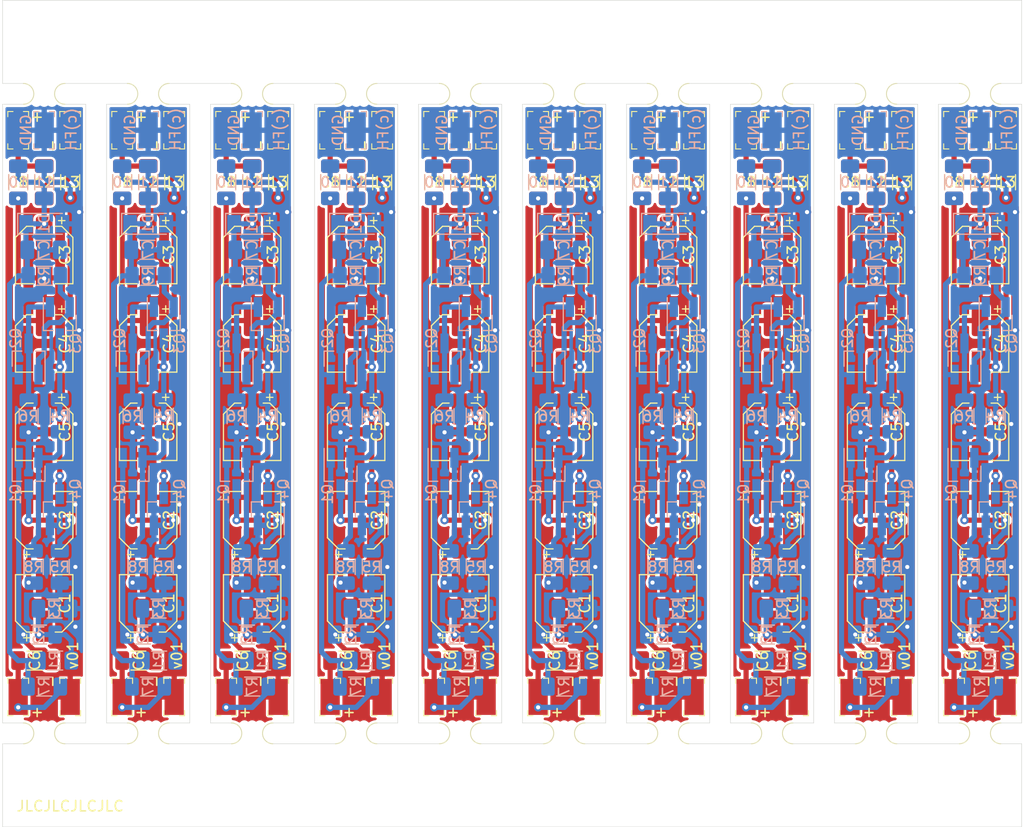
<source format=kicad_pcb>
(kicad_pcb (version 20171130) (host pcbnew "(5.1.12)-1")
  (layers (0 F.Cu signal) (31 B.Cu signal) (34 B.Paste user hide) (35 F.Paste user hide) (36 B.SilkS user) (37 F.SilkS user) (38 B.Mask user hide) (39 F.Mask user hide) (44 Edge.Cuts user))
  (net 0 "")
  (net 1 "Net-(C1-Pad1)")
  (net 2 Earth)
  (net 3 "Net-(C2-Pad1)")
  (net 4 "Net-(C4-Pad2)")
  (net 5 "Net-(C4-Pad1)")
  (net 6 "Net-(C5-Pad1)")
  (net 7 +10V)
  (net 8 "Net-(C8-Pad1)")
  (net 9 "Net-(C8-Pad2)")
  (net 10 "Net-(Q1-Pad3)")
  (net 11 "Net-(Q1-Pad2)")
  (net 12 "Net-(Q2-Pad3)")
  (net 13 "Net-(Q2-Pad1)")
  (net 14 "Net-(C6-Pad2)")
  (net 15 "Net-(C6-Pad1)")
  (module Panelization:mouse-bite-2mm-slot (layer F.Cu) (at 191 127.5 180)
    (fp_text reference mouse-bite-2mm-slot hide)
    (fp_text value VAL** hide)
    (pad "" np_thru_hole circle (at 0 -0.75 180) (size 0.5 0.5) (drill 0.5) (layers *.Cu *.Mask))
    (pad "" np_thru_hole circle (at 0 0.75 180) (size 0.5 0.5) (drill 0.5) (layers *.Cu *.Mask))
    (pad "" np_thru_hole circle (at 0.75 -0.75 180) (size 0.5 0.5) (drill 0.5) (layers *.Cu *.Mask))
    (pad "" np_thru_hole circle (at -0.75 -0.75 180) (size 0.5 0.5) (drill 0.5) (layers *.Cu *.Mask))
    (pad "" np_thru_hole circle (at -0.75 0.75 180) (size 0.5 0.5) (drill 0.5) (layers *.Cu *.Mask))
    (pad "" np_thru_hole circle (at 0.75 0.75 180) (size 0.5 0.5) (drill 0.5) (layers *.Cu *.Mask))
  )
  (module Panelization:mouse-bite-2mm-slot (layer F.Cu) (at 181 127.5 180)
    (fp_text reference mouse-bite-2mm-slot hide)
    (fp_text value VAL** hide)
    (pad "" np_thru_hole circle (at 0 -0.75 180) (size 0.5 0.5) (drill 0.5) (layers *.Cu *.Mask))
    (pad "" np_thru_hole circle (at 0 0.75 180) (size 0.5 0.5) (drill 0.5) (layers *.Cu *.Mask))
    (pad "" np_thru_hole circle (at 0.75 -0.75 180) (size 0.5 0.5) (drill 0.5) (layers *.Cu *.Mask))
    (pad "" np_thru_hole circle (at -0.75 -0.75 180) (size 0.5 0.5) (drill 0.5) (layers *.Cu *.Mask))
    (pad "" np_thru_hole circle (at -0.75 0.75 180) (size 0.5 0.5) (drill 0.5) (layers *.Cu *.Mask))
    (pad "" np_thru_hole circle (at 0.75 0.75 180) (size 0.5 0.5) (drill 0.5) (layers *.Cu *.Mask))
  )
  (module Panelization:mouse-bite-2mm-slot (layer F.Cu) (at 171 127.5 180)
    (fp_text reference mouse-bite-2mm-slot hide)
    (fp_text value VAL** hide)
    (pad "" np_thru_hole circle (at 0 -0.75 180) (size 0.5 0.5) (drill 0.5) (layers *.Cu *.Mask))
    (pad "" np_thru_hole circle (at 0 0.75 180) (size 0.5 0.5) (drill 0.5) (layers *.Cu *.Mask))
    (pad "" np_thru_hole circle (at 0.75 -0.75 180) (size 0.5 0.5) (drill 0.5) (layers *.Cu *.Mask))
    (pad "" np_thru_hole circle (at -0.75 -0.75 180) (size 0.5 0.5) (drill 0.5) (layers *.Cu *.Mask))
    (pad "" np_thru_hole circle (at -0.75 0.75 180) (size 0.5 0.5) (drill 0.5) (layers *.Cu *.Mask))
    (pad "" np_thru_hole circle (at 0.75 0.75 180) (size 0.5 0.5) (drill 0.5) (layers *.Cu *.Mask))
  )
  (module Panelization:mouse-bite-2mm-slot (layer F.Cu) (at 161 127.5 180)
    (fp_text reference mouse-bite-2mm-slot hide)
    (fp_text value VAL** hide)
    (pad "" np_thru_hole circle (at 0 -0.75 180) (size 0.5 0.5) (drill 0.5) (layers *.Cu *.Mask))
    (pad "" np_thru_hole circle (at 0 0.75 180) (size 0.5 0.5) (drill 0.5) (layers *.Cu *.Mask))
    (pad "" np_thru_hole circle (at 0.75 -0.75 180) (size 0.5 0.5) (drill 0.5) (layers *.Cu *.Mask))
    (pad "" np_thru_hole circle (at -0.75 -0.75 180) (size 0.5 0.5) (drill 0.5) (layers *.Cu *.Mask))
    (pad "" np_thru_hole circle (at -0.75 0.75 180) (size 0.5 0.5) (drill 0.5) (layers *.Cu *.Mask))
    (pad "" np_thru_hole circle (at 0.75 0.75 180) (size 0.5 0.5) (drill 0.5) (layers *.Cu *.Mask))
  )
  (module Panelization:mouse-bite-2mm-slot (layer F.Cu) (at 151 127.5 180)
    (fp_text reference mouse-bite-2mm-slot hide)
    (fp_text value VAL** hide)
    (pad "" np_thru_hole circle (at 0 -0.75 180) (size 0.5 0.5) (drill 0.5) (layers *.Cu *.Mask))
    (pad "" np_thru_hole circle (at 0 0.75 180) (size 0.5 0.5) (drill 0.5) (layers *.Cu *.Mask))
    (pad "" np_thru_hole circle (at 0.75 -0.75 180) (size 0.5 0.5) (drill 0.5) (layers *.Cu *.Mask))
    (pad "" np_thru_hole circle (at -0.75 -0.75 180) (size 0.5 0.5) (drill 0.5) (layers *.Cu *.Mask))
    (pad "" np_thru_hole circle (at -0.75 0.75 180) (size 0.5 0.5) (drill 0.5) (layers *.Cu *.Mask))
    (pad "" np_thru_hole circle (at 0.75 0.75 180) (size 0.5 0.5) (drill 0.5) (layers *.Cu *.Mask))
  )
  (module Panelization:mouse-bite-2mm-slot (layer F.Cu) (at 141 127.5 180)
    (fp_text reference mouse-bite-2mm-slot hide)
    (fp_text value VAL** hide)
    (pad "" np_thru_hole circle (at 0 -0.75 180) (size 0.5 0.5) (drill 0.5) (layers *.Cu *.Mask))
    (pad "" np_thru_hole circle (at 0 0.75 180) (size 0.5 0.5) (drill 0.5) (layers *.Cu *.Mask))
    (pad "" np_thru_hole circle (at 0.75 -0.75 180) (size 0.5 0.5) (drill 0.5) (layers *.Cu *.Mask))
    (pad "" np_thru_hole circle (at -0.75 -0.75 180) (size 0.5 0.5) (drill 0.5) (layers *.Cu *.Mask))
    (pad "" np_thru_hole circle (at -0.75 0.75 180) (size 0.5 0.5) (drill 0.5) (layers *.Cu *.Mask))
    (pad "" np_thru_hole circle (at 0.75 0.75 180) (size 0.5 0.5) (drill 0.5) (layers *.Cu *.Mask))
  )
  (module Panelization:mouse-bite-2mm-slot (layer F.Cu) (at 131 127.5 180)
    (fp_text reference mouse-bite-2mm-slot hide)
    (fp_text value VAL** hide)
    (pad "" np_thru_hole circle (at 0 -0.75 180) (size 0.5 0.5) (drill 0.5) (layers *.Cu *.Mask))
    (pad "" np_thru_hole circle (at 0 0.75 180) (size 0.5 0.5) (drill 0.5) (layers *.Cu *.Mask))
    (pad "" np_thru_hole circle (at 0.75 -0.75 180) (size 0.5 0.5) (drill 0.5) (layers *.Cu *.Mask))
    (pad "" np_thru_hole circle (at -0.75 -0.75 180) (size 0.5 0.5) (drill 0.5) (layers *.Cu *.Mask))
    (pad "" np_thru_hole circle (at -0.75 0.75 180) (size 0.5 0.5) (drill 0.5) (layers *.Cu *.Mask))
    (pad "" np_thru_hole circle (at 0.75 0.75 180) (size 0.5 0.5) (drill 0.5) (layers *.Cu *.Mask))
  )
  (module Panelization:mouse-bite-2mm-slot (layer F.Cu) (at 121 127.5 180)
    (fp_text reference mouse-bite-2mm-slot hide)
    (fp_text value VAL** hide)
    (pad "" np_thru_hole circle (at 0 -0.75 180) (size 0.5 0.5) (drill 0.5) (layers *.Cu *.Mask))
    (pad "" np_thru_hole circle (at 0 0.75 180) (size 0.5 0.5) (drill 0.5) (layers *.Cu *.Mask))
    (pad "" np_thru_hole circle (at 0.75 -0.75 180) (size 0.5 0.5) (drill 0.5) (layers *.Cu *.Mask))
    (pad "" np_thru_hole circle (at -0.75 -0.75 180) (size 0.5 0.5) (drill 0.5) (layers *.Cu *.Mask))
    (pad "" np_thru_hole circle (at -0.75 0.75 180) (size 0.5 0.5) (drill 0.5) (layers *.Cu *.Mask))
    (pad "" np_thru_hole circle (at 0.75 0.75 180) (size 0.5 0.5) (drill 0.5) (layers *.Cu *.Mask))
  )
  (module Panelization:mouse-bite-2mm-slot (layer F.Cu) (at 111 127.5 180)
    (fp_text reference mouse-bite-2mm-slot hide)
    (fp_text value VAL** hide)
    (pad "" np_thru_hole circle (at 0 -0.75 180) (size 0.5 0.5) (drill 0.5) (layers *.Cu *.Mask))
    (pad "" np_thru_hole circle (at 0 0.75 180) (size 0.5 0.5) (drill 0.5) (layers *.Cu *.Mask))
    (pad "" np_thru_hole circle (at 0.75 -0.75 180) (size 0.5 0.5) (drill 0.5) (layers *.Cu *.Mask))
    (pad "" np_thru_hole circle (at -0.75 -0.75 180) (size 0.5 0.5) (drill 0.5) (layers *.Cu *.Mask))
    (pad "" np_thru_hole circle (at -0.75 0.75 180) (size 0.5 0.5) (drill 0.5) (layers *.Cu *.Mask))
    (pad "" np_thru_hole circle (at 0.75 0.75 180) (size 0.5 0.5) (drill 0.5) (layers *.Cu *.Mask))
  )
  (module Panelization:mouse-bite-2mm-slot (layer F.Cu) (at 191 66)
    (fp_text reference mouse-bite-2mm-slot hide)
    (fp_text value VAL** hide)
    (pad "" np_thru_hole circle (at 0.75 0.75) (size 0.5 0.5) (drill 0.5) (layers *.Cu *.Mask))
    (pad "" np_thru_hole circle (at -0.75 0.75) (size 0.5 0.5) (drill 0.5) (layers *.Cu *.Mask))
    (pad "" np_thru_hole circle (at -0.75 -0.75) (size 0.5 0.5) (drill 0.5) (layers *.Cu *.Mask))
    (pad "" np_thru_hole circle (at 0.75 -0.75) (size 0.5 0.5) (drill 0.5) (layers *.Cu *.Mask))
    (pad "" np_thru_hole circle (at 0 0.75) (size 0.5 0.5) (drill 0.5) (layers *.Cu *.Mask))
    (pad "" np_thru_hole circle (at 0 -0.75) (size 0.5 0.5) (drill 0.5) (layers *.Cu *.Mask))
  )
  (module Panelization:mouse-bite-2mm-slot (layer F.Cu) (at 181 66)
    (fp_text reference mouse-bite-2mm-slot hide)
    (fp_text value VAL** hide)
    (pad "" np_thru_hole circle (at 0.75 0.75) (size 0.5 0.5) (drill 0.5) (layers *.Cu *.Mask))
    (pad "" np_thru_hole circle (at -0.75 0.75) (size 0.5 0.5) (drill 0.5) (layers *.Cu *.Mask))
    (pad "" np_thru_hole circle (at -0.75 -0.75) (size 0.5 0.5) (drill 0.5) (layers *.Cu *.Mask))
    (pad "" np_thru_hole circle (at 0.75 -0.75) (size 0.5 0.5) (drill 0.5) (layers *.Cu *.Mask))
    (pad "" np_thru_hole circle (at 0 0.75) (size 0.5 0.5) (drill 0.5) (layers *.Cu *.Mask))
    (pad "" np_thru_hole circle (at 0 -0.75) (size 0.5 0.5) (drill 0.5) (layers *.Cu *.Mask))
  )
  (module Panelization:mouse-bite-2mm-slot (layer F.Cu) (at 171 66)
    (fp_text reference mouse-bite-2mm-slot hide)
    (fp_text value VAL** hide)
    (pad "" np_thru_hole circle (at 0.75 0.75) (size 0.5 0.5) (drill 0.5) (layers *.Cu *.Mask))
    (pad "" np_thru_hole circle (at -0.75 0.75) (size 0.5 0.5) (drill 0.5) (layers *.Cu *.Mask))
    (pad "" np_thru_hole circle (at -0.75 -0.75) (size 0.5 0.5) (drill 0.5) (layers *.Cu *.Mask))
    (pad "" np_thru_hole circle (at 0.75 -0.75) (size 0.5 0.5) (drill 0.5) (layers *.Cu *.Mask))
    (pad "" np_thru_hole circle (at 0 0.75) (size 0.5 0.5) (drill 0.5) (layers *.Cu *.Mask))
    (pad "" np_thru_hole circle (at 0 -0.75) (size 0.5 0.5) (drill 0.5) (layers *.Cu *.Mask))
  )
  (module Panelization:mouse-bite-2mm-slot (layer F.Cu) (at 161 66)
    (fp_text reference mouse-bite-2mm-slot hide)
    (fp_text value VAL** hide)
    (pad "" np_thru_hole circle (at 0.75 0.75) (size 0.5 0.5) (drill 0.5) (layers *.Cu *.Mask))
    (pad "" np_thru_hole circle (at -0.75 0.75) (size 0.5 0.5) (drill 0.5) (layers *.Cu *.Mask))
    (pad "" np_thru_hole circle (at -0.75 -0.75) (size 0.5 0.5) (drill 0.5) (layers *.Cu *.Mask))
    (pad "" np_thru_hole circle (at 0.75 -0.75) (size 0.5 0.5) (drill 0.5) (layers *.Cu *.Mask))
    (pad "" np_thru_hole circle (at 0 0.75) (size 0.5 0.5) (drill 0.5) (layers *.Cu *.Mask))
    (pad "" np_thru_hole circle (at 0 -0.75) (size 0.5 0.5) (drill 0.5) (layers *.Cu *.Mask))
  )
  (module Panelization:mouse-bite-2mm-slot (layer F.Cu) (at 151 66)
    (fp_text reference mouse-bite-2mm-slot hide)
    (fp_text value VAL** hide)
    (pad "" np_thru_hole circle (at 0.75 0.75) (size 0.5 0.5) (drill 0.5) (layers *.Cu *.Mask))
    (pad "" np_thru_hole circle (at -0.75 0.75) (size 0.5 0.5) (drill 0.5) (layers *.Cu *.Mask))
    (pad "" np_thru_hole circle (at -0.75 -0.75) (size 0.5 0.5) (drill 0.5) (layers *.Cu *.Mask))
    (pad "" np_thru_hole circle (at 0.75 -0.75) (size 0.5 0.5) (drill 0.5) (layers *.Cu *.Mask))
    (pad "" np_thru_hole circle (at 0 0.75) (size 0.5 0.5) (drill 0.5) (layers *.Cu *.Mask))
    (pad "" np_thru_hole circle (at 0 -0.75) (size 0.5 0.5) (drill 0.5) (layers *.Cu *.Mask))
  )
  (module Panelization:mouse-bite-2mm-slot (layer F.Cu) (at 141 66)
    (fp_text reference mouse-bite-2mm-slot hide)
    (fp_text value VAL** hide)
    (pad "" np_thru_hole circle (at 0.75 0.75) (size 0.5 0.5) (drill 0.5) (layers *.Cu *.Mask))
    (pad "" np_thru_hole circle (at -0.75 0.75) (size 0.5 0.5) (drill 0.5) (layers *.Cu *.Mask))
    (pad "" np_thru_hole circle (at -0.75 -0.75) (size 0.5 0.5) (drill 0.5) (layers *.Cu *.Mask))
    (pad "" np_thru_hole circle (at 0.75 -0.75) (size 0.5 0.5) (drill 0.5) (layers *.Cu *.Mask))
    (pad "" np_thru_hole circle (at 0 0.75) (size 0.5 0.5) (drill 0.5) (layers *.Cu *.Mask))
    (pad "" np_thru_hole circle (at 0 -0.75) (size 0.5 0.5) (drill 0.5) (layers *.Cu *.Mask))
  )
  (module Panelization:mouse-bite-2mm-slot (layer F.Cu) (at 131 66)
    (fp_text reference mouse-bite-2mm-slot hide)
    (fp_text value VAL** hide)
    (pad "" np_thru_hole circle (at 0.75 0.75) (size 0.5 0.5) (drill 0.5) (layers *.Cu *.Mask))
    (pad "" np_thru_hole circle (at -0.75 0.75) (size 0.5 0.5) (drill 0.5) (layers *.Cu *.Mask))
    (pad "" np_thru_hole circle (at -0.75 -0.75) (size 0.5 0.5) (drill 0.5) (layers *.Cu *.Mask))
    (pad "" np_thru_hole circle (at 0.75 -0.75) (size 0.5 0.5) (drill 0.5) (layers *.Cu *.Mask))
    (pad "" np_thru_hole circle (at 0 0.75) (size 0.5 0.5) (drill 0.5) (layers *.Cu *.Mask))
    (pad "" np_thru_hole circle (at 0 -0.75) (size 0.5 0.5) (drill 0.5) (layers *.Cu *.Mask))
  )
  (module Panelization:mouse-bite-2mm-slot (layer F.Cu) (at 121 66)
    (fp_text reference mouse-bite-2mm-slot hide)
    (fp_text value VAL** hide)
    (pad "" np_thru_hole circle (at 0.75 0.75) (size 0.5 0.5) (drill 0.5) (layers *.Cu *.Mask))
    (pad "" np_thru_hole circle (at -0.75 0.75) (size 0.5 0.5) (drill 0.5) (layers *.Cu *.Mask))
    (pad "" np_thru_hole circle (at -0.75 -0.75) (size 0.5 0.5) (drill 0.5) (layers *.Cu *.Mask))
    (pad "" np_thru_hole circle (at 0.75 -0.75) (size 0.5 0.5) (drill 0.5) (layers *.Cu *.Mask))
    (pad "" np_thru_hole circle (at 0 0.75) (size 0.5 0.5) (drill 0.5) (layers *.Cu *.Mask))
    (pad "" np_thru_hole circle (at 0 -0.75) (size 0.5 0.5) (drill 0.5) (layers *.Cu *.Mask))
  )
  (module Panelization:mouse-bite-2mm-slot (layer F.Cu) (at 111 66)
    (fp_text reference mouse-bite-2mm-slot hide)
    (fp_text value VAL** hide)
    (pad "" np_thru_hole circle (at 0.75 0.75) (size 0.5 0.5) (drill 0.5) (layers *.Cu *.Mask))
    (pad "" np_thru_hole circle (at -0.75 0.75) (size 0.5 0.5) (drill 0.5) (layers *.Cu *.Mask))
    (pad "" np_thru_hole circle (at -0.75 -0.75) (size 0.5 0.5) (drill 0.5) (layers *.Cu *.Mask))
    (pad "" np_thru_hole circle (at 0.75 -0.75) (size 0.5 0.5) (drill 0.5) (layers *.Cu *.Mask))
    (pad "" np_thru_hole circle (at 0 0.75) (size 0.5 0.5) (drill 0.5) (layers *.Cu *.Mask))
    (pad "" np_thru_hole circle (at 0 -0.75) (size 0.5 0.5) (drill 0.5) (layers *.Cu *.Mask))
  )
  (module Diode_SMD:D_MiniMELF (layer B.Cu) (at 191 78.5)
    (fp_text reference D1 (at 0 0 -90) (layer B.SilkS) (effects (justify mirror)))
    (fp_text value 10V)
    (pad 2 smd rect (at 1.75 0) (size 1.3 1.7) (layers B.Cu B.Paste B.Mask) (net 2 Earth))
    (pad 1 smd rect (at -1.75 0) (size 1.3 1.7) (layers B.Cu B.Paste B.Mask) (net 7 +10V))
  )
  (module Diode_SMD:D_MiniMELF (layer B.Cu) (at 181 78.5)
    (fp_text reference D1 (at 0 0 -90) (layer B.SilkS) (effects (justify mirror)))
    (fp_text value 10V)
    (pad 2 smd rect (at 1.75 0) (size 1.3 1.7) (layers B.Cu B.Paste B.Mask) (net 2 Earth))
    (pad 1 smd rect (at -1.75 0) (size 1.3 1.7) (layers B.Cu B.Paste B.Mask) (net 7 +10V))
  )
  (module Diode_SMD:D_MiniMELF (layer B.Cu) (at 171 78.5)
    (fp_text reference D1 (at 0 0 -90) (layer B.SilkS) (effects (justify mirror)))
    (fp_text value 10V)
    (pad 2 smd rect (at 1.75 0) (size 1.3 1.7) (layers B.Cu B.Paste B.Mask) (net 2 Earth))
    (pad 1 smd rect (at -1.75 0) (size 1.3 1.7) (layers B.Cu B.Paste B.Mask) (net 7 +10V))
  )
  (module Diode_SMD:D_MiniMELF (layer B.Cu) (at 161 78.5)
    (fp_text reference D1 (at 0 0 -90) (layer B.SilkS) (effects (justify mirror)))
    (fp_text value 10V)
    (pad 2 smd rect (at 1.75 0) (size 1.3 1.7) (layers B.Cu B.Paste B.Mask) (net 2 Earth))
    (pad 1 smd rect (at -1.75 0) (size 1.3 1.7) (layers B.Cu B.Paste B.Mask) (net 7 +10V))
  )
  (module Diode_SMD:D_MiniMELF (layer B.Cu) (at 151 78.5)
    (fp_text reference D1 (at 0 0 -90) (layer B.SilkS) (effects (justify mirror)))
    (fp_text value 10V)
    (pad 2 smd rect (at 1.75 0) (size 1.3 1.7) (layers B.Cu B.Paste B.Mask) (net 2 Earth))
    (pad 1 smd rect (at -1.75 0) (size 1.3 1.7) (layers B.Cu B.Paste B.Mask) (net 7 +10V))
  )
  (module Diode_SMD:D_MiniMELF (layer B.Cu) (at 141 78.5)
    (fp_text reference D1 (at 0 0 -90) (layer B.SilkS) (effects (justify mirror)))
    (fp_text value 10V)
    (pad 2 smd rect (at 1.75 0) (size 1.3 1.7) (layers B.Cu B.Paste B.Mask) (net 2 Earth))
    (pad 1 smd rect (at -1.75 0) (size 1.3 1.7) (layers B.Cu B.Paste B.Mask) (net 7 +10V))
  )
  (module Diode_SMD:D_MiniMELF (layer B.Cu) (at 131 78.5)
    (fp_text reference D1 (at 0 0 -90) (layer B.SilkS) (effects (justify mirror)))
    (fp_text value 10V)
    (pad 2 smd rect (at 1.75 0) (size 1.3 1.7) (layers B.Cu B.Paste B.Mask) (net 2 Earth))
    (pad 1 smd rect (at -1.75 0) (size 1.3 1.7) (layers B.Cu B.Paste B.Mask) (net 7 +10V))
  )
  (module Diode_SMD:D_MiniMELF (layer B.Cu) (at 121 78.5)
    (fp_text reference D1 (at 0 0 -90) (layer B.SilkS) (effects (justify mirror)))
    (fp_text value 10V)
    (pad 2 smd rect (at 1.75 0) (size 1.3 1.7) (layers B.Cu B.Paste B.Mask) (net 2 Earth))
    (pad 1 smd rect (at -1.75 0) (size 1.3 1.7) (layers B.Cu B.Paste B.Mask) (net 7 +10V))
  )
  (module Diode_SMD:D_MiniMELF (layer B.Cu) (at 111 78.5)
    (fp_text reference D1 (at 0 0 -90) (layer B.SilkS) (effects (justify mirror)))
    (fp_text value 10V)
    (pad 2 smd rect (at 1.75 0) (size 1.3 1.7) (layers B.Cu B.Paste B.Mask) (net 2 Earth))
    (pad 1 smd rect (at -1.75 0) (size 1.3 1.7) (layers B.Cu B.Paste B.Mask) (net 7 +10V))
  )
  (module Resistor_SMD:R_1206_3216Metric_Pad1.30x1.75mm_HandSolder (layer B.Cu) (at 192.5 96.95 270)
    (fp_text reference R4 (at 0 0) (layer B.SilkS) (effects (justify mirror)))
    (fp_text value 33k)
    (pad 2 smd roundrect (at 1.55 0 270) (size 1.3 1.75) (layers B.Cu B.Paste B.Mask) (roundrect_rratio 0.1923069230769231) (net 11 "Net-(Q1-Pad2)"))
    (pad 1 smd roundrect (at -1.55 0 270) (size 1.3 1.75) (layers B.Cu B.Paste B.Mask) (roundrect_rratio 0.1923069230769231) (net 4 "Net-(C4-Pad2)"))
  )
  (module Resistor_SMD:R_1206_3216Metric_Pad1.30x1.75mm_HandSolder (layer B.Cu) (at 182.5 96.95 270)
    (fp_text reference R4 (at 0 0) (layer B.SilkS) (effects (justify mirror)))
    (fp_text value 33k)
    (pad 2 smd roundrect (at 1.55 0 270) (size 1.3 1.75) (layers B.Cu B.Paste B.Mask) (roundrect_rratio 0.1923069230769231) (net 11 "Net-(Q1-Pad2)"))
    (pad 1 smd roundrect (at -1.55 0 270) (size 1.3 1.75) (layers B.Cu B.Paste B.Mask) (roundrect_rratio 0.1923069230769231) (net 4 "Net-(C4-Pad2)"))
  )
  (module Resistor_SMD:R_1206_3216Metric_Pad1.30x1.75mm_HandSolder (layer B.Cu) (at 172.5 96.95 270)
    (fp_text reference R4 (at 0 0) (layer B.SilkS) (effects (justify mirror)))
    (fp_text value 33k)
    (pad 2 smd roundrect (at 1.55 0 270) (size 1.3 1.75) (layers B.Cu B.Paste B.Mask) (roundrect_rratio 0.1923069230769231) (net 11 "Net-(Q1-Pad2)"))
    (pad 1 smd roundrect (at -1.55 0 270) (size 1.3 1.75) (layers B.Cu B.Paste B.Mask) (roundrect_rratio 0.1923069230769231) (net 4 "Net-(C4-Pad2)"))
  )
  (module Resistor_SMD:R_1206_3216Metric_Pad1.30x1.75mm_HandSolder (layer B.Cu) (at 162.5 96.95 270)
    (fp_text reference R4 (at 0 0) (layer B.SilkS) (effects (justify mirror)))
    (fp_text value 33k)
    (pad 2 smd roundrect (at 1.55 0 270) (size 1.3 1.75) (layers B.Cu B.Paste B.Mask) (roundrect_rratio 0.1923069230769231) (net 11 "Net-(Q1-Pad2)"))
    (pad 1 smd roundrect (at -1.55 0 270) (size 1.3 1.75) (layers B.Cu B.Paste B.Mask) (roundrect_rratio 0.1923069230769231) (net 4 "Net-(C4-Pad2)"))
  )
  (module Resistor_SMD:R_1206_3216Metric_Pad1.30x1.75mm_HandSolder (layer B.Cu) (at 152.5 96.95 270)
    (fp_text reference R4 (at 0 0) (layer B.SilkS) (effects (justify mirror)))
    (fp_text value 33k)
    (pad 2 smd roundrect (at 1.55 0 270) (size 1.3 1.75) (layers B.Cu B.Paste B.Mask) (roundrect_rratio 0.1923069230769231) (net 11 "Net-(Q1-Pad2)"))
    (pad 1 smd roundrect (at -1.55 0 270) (size 1.3 1.75) (layers B.Cu B.Paste B.Mask) (roundrect_rratio 0.1923069230769231) (net 4 "Net-(C4-Pad2)"))
  )
  (module Resistor_SMD:R_1206_3216Metric_Pad1.30x1.75mm_HandSolder (layer B.Cu) (at 142.5 96.95 270)
    (fp_text reference R4 (at 0 0) (layer B.SilkS) (effects (justify mirror)))
    (fp_text value 33k)
    (pad 2 smd roundrect (at 1.55 0 270) (size 1.3 1.75) (layers B.Cu B.Paste B.Mask) (roundrect_rratio 0.1923069230769231) (net 11 "Net-(Q1-Pad2)"))
    (pad 1 smd roundrect (at -1.55 0 270) (size 1.3 1.75) (layers B.Cu B.Paste B.Mask) (roundrect_rratio 0.1923069230769231) (net 4 "Net-(C4-Pad2)"))
  )
  (module Resistor_SMD:R_1206_3216Metric_Pad1.30x1.75mm_HandSolder (layer B.Cu) (at 132.5 96.95 270)
    (fp_text reference R4 (at 0 0) (layer B.SilkS) (effects (justify mirror)))
    (fp_text value 33k)
    (pad 2 smd roundrect (at 1.55 0 270) (size 1.3 1.75) (layers B.Cu B.Paste B.Mask) (roundrect_rratio 0.1923069230769231) (net 11 "Net-(Q1-Pad2)"))
    (pad 1 smd roundrect (at -1.55 0 270) (size 1.3 1.75) (layers B.Cu B.Paste B.Mask) (roundrect_rratio 0.1923069230769231) (net 4 "Net-(C4-Pad2)"))
  )
  (module Resistor_SMD:R_1206_3216Metric_Pad1.30x1.75mm_HandSolder (layer B.Cu) (at 122.5 96.95 270)
    (fp_text reference R4 (at 0 0) (layer B.SilkS) (effects (justify mirror)))
    (fp_text value 33k)
    (pad 2 smd roundrect (at 1.55 0 270) (size 1.3 1.75) (layers B.Cu B.Paste B.Mask) (roundrect_rratio 0.1923069230769231) (net 11 "Net-(Q1-Pad2)"))
    (pad 1 smd roundrect (at -1.55 0 270) (size 1.3 1.75) (layers B.Cu B.Paste B.Mask) (roundrect_rratio 0.1923069230769231) (net 4 "Net-(C4-Pad2)"))
  )
  (module Resistor_SMD:R_1206_3216Metric_Pad1.30x1.75mm_HandSolder (layer B.Cu) (at 112.5 96.95 270)
    (fp_text reference R4 (at 0 0) (layer B.SilkS) (effects (justify mirror)))
    (fp_text value 33k)
    (pad 2 smd roundrect (at 1.55 0 270) (size 1.3 1.75) (layers B.Cu B.Paste B.Mask) (roundrect_rratio 0.1923069230769231) (net 11 "Net-(Q1-Pad2)"))
    (pad 1 smd roundrect (at -1.55 0 270) (size 1.3 1.75) (layers B.Cu B.Paste B.Mask) (roundrect_rratio 0.1923069230769231) (net 4 "Net-(C4-Pad2)"))
  )
  (module Capacitor_SMD:CP_Elec_5x5.4 (layer F.Cu) (at 191 98.5 270)
    (fp_text reference C5 (at 0 -2 90) (layer F.SilkS))
    (fp_text value 33u)
    (pad 2 smd roundrect (at 2.2 0 270) (size 3 1.6) (layers F.Cu F.Paste F.Mask) (roundrect_rratio 0.15625) (net 2 Earth))
    (pad 1 smd roundrect (at -2.2 0 270) (size 3 1.6) (layers F.Cu F.Paste F.Mask) (roundrect_rratio 0.15625) (net 6 "Net-(C5-Pad1)"))
  )
  (module Capacitor_SMD:CP_Elec_5x5.4 (layer F.Cu) (at 181 98.5 270)
    (fp_text reference C5 (at 0 -2 90) (layer F.SilkS))
    (fp_text value 33u)
    (pad 2 smd roundrect (at 2.2 0 270) (size 3 1.6) (layers F.Cu F.Paste F.Mask) (roundrect_rratio 0.15625) (net 2 Earth))
    (pad 1 smd roundrect (at -2.2 0 270) (size 3 1.6) (layers F.Cu F.Paste F.Mask) (roundrect_rratio 0.15625) (net 6 "Net-(C5-Pad1)"))
  )
  (module Capacitor_SMD:CP_Elec_5x5.4 (layer F.Cu) (at 171 98.5 270)
    (fp_text reference C5 (at 0 -2 90) (layer F.SilkS))
    (fp_text value 33u)
    (pad 2 smd roundrect (at 2.2 0 270) (size 3 1.6) (layers F.Cu F.Paste F.Mask) (roundrect_rratio 0.15625) (net 2 Earth))
    (pad 1 smd roundrect (at -2.2 0 270) (size 3 1.6) (layers F.Cu F.Paste F.Mask) (roundrect_rratio 0.15625) (net 6 "Net-(C5-Pad1)"))
  )
  (module Capacitor_SMD:CP_Elec_5x5.4 (layer F.Cu) (at 161 98.5 270)
    (fp_text reference C5 (at 0 -2 90) (layer F.SilkS))
    (fp_text value 33u)
    (pad 2 smd roundrect (at 2.2 0 270) (size 3 1.6) (layers F.Cu F.Paste F.Mask) (roundrect_rratio 0.15625) (net 2 Earth))
    (pad 1 smd roundrect (at -2.2 0 270) (size 3 1.6) (layers F.Cu F.Paste F.Mask) (roundrect_rratio 0.15625) (net 6 "Net-(C5-Pad1)"))
  )
  (module Capacitor_SMD:CP_Elec_5x5.4 (layer F.Cu) (at 151 98.5 270)
    (fp_text reference C5 (at 0 -2 90) (layer F.SilkS))
    (fp_text value 33u)
    (pad 2 smd roundrect (at 2.2 0 270) (size 3 1.6) (layers F.Cu F.Paste F.Mask) (roundrect_rratio 0.15625) (net 2 Earth))
    (pad 1 smd roundrect (at -2.2 0 270) (size 3 1.6) (layers F.Cu F.Paste F.Mask) (roundrect_rratio 0.15625) (net 6 "Net-(C5-Pad1)"))
  )
  (module Capacitor_SMD:CP_Elec_5x5.4 (layer F.Cu) (at 141 98.5 270)
    (fp_text reference C5 (at 0 -2 90) (layer F.SilkS))
    (fp_text value 33u)
    (pad 2 smd roundrect (at 2.2 0 270) (size 3 1.6) (layers F.Cu F.Paste F.Mask) (roundrect_rratio 0.15625) (net 2 Earth))
    (pad 1 smd roundrect (at -2.2 0 270) (size 3 1.6) (layers F.Cu F.Paste F.Mask) (roundrect_rratio 0.15625) (net 6 "Net-(C5-Pad1)"))
  )
  (module Capacitor_SMD:CP_Elec_5x5.4 (layer F.Cu) (at 131 98.5 270)
    (fp_text reference C5 (at 0 -2 90) (layer F.SilkS))
    (fp_text value 33u)
    (pad 2 smd roundrect (at 2.2 0 270) (size 3 1.6) (layers F.Cu F.Paste F.Mask) (roundrect_rratio 0.15625) (net 2 Earth))
    (pad 1 smd roundrect (at -2.2 0 270) (size 3 1.6) (layers F.Cu F.Paste F.Mask) (roundrect_rratio 0.15625) (net 6 "Net-(C5-Pad1)"))
  )
  (module Capacitor_SMD:CP_Elec_5x5.4 (layer F.Cu) (at 121 98.5 270)
    (fp_text reference C5 (at 0 -2 90) (layer F.SilkS))
    (fp_text value 33u)
    (pad 2 smd roundrect (at 2.2 0 270) (size 3 1.6) (layers F.Cu F.Paste F.Mask) (roundrect_rratio 0.15625) (net 2 Earth))
    (pad 1 smd roundrect (at -2.2 0 270) (size 3 1.6) (layers F.Cu F.Paste F.Mask) (roundrect_rratio 0.15625) (net 6 "Net-(C5-Pad1)"))
  )
  (module Capacitor_SMD:CP_Elec_5x5.4 (layer F.Cu) (at 111 98.5 270)
    (fp_text reference C5 (at 0 -2 90) (layer F.SilkS))
    (fp_text value 33u)
    (pad 2 smd roundrect (at 2.2 0 270) (size 3 1.6) (layers F.Cu F.Paste F.Mask) (roundrect_rratio 0.15625) (net 2 Earth))
    (pad 1 smd roundrect (at -2.2 0 270) (size 3 1.6) (layers F.Cu F.Paste F.Mask) (roundrect_rratio 0.15625) (net 6 "Net-(C5-Pad1)"))
  )
  (module Capacitor_SMD:CP_Elec_5x5.4 (layer F.Cu) (at 191 90 270)
    (fp_text reference C4 (at 0 -2 90) (layer F.SilkS))
    (fp_text value 33u)
    (pad 1 smd roundrect (at -2.2 0 270) (size 3 1.6) (layers F.Cu F.Paste F.Mask) (roundrect_rratio 0.15625) (net 5 "Net-(C4-Pad1)"))
    (pad 2 smd roundrect (at 2.2 0 270) (size 3 1.6) (layers F.Cu F.Paste F.Mask) (roundrect_rratio 0.15625) (net 4 "Net-(C4-Pad2)"))
  )
  (module Capacitor_SMD:CP_Elec_5x5.4 (layer F.Cu) (at 181 90 270)
    (fp_text reference C4 (at 0 -2 90) (layer F.SilkS))
    (fp_text value 33u)
    (pad 1 smd roundrect (at -2.2 0 270) (size 3 1.6) (layers F.Cu F.Paste F.Mask) (roundrect_rratio 0.15625) (net 5 "Net-(C4-Pad1)"))
    (pad 2 smd roundrect (at 2.2 0 270) (size 3 1.6) (layers F.Cu F.Paste F.Mask) (roundrect_rratio 0.15625) (net 4 "Net-(C4-Pad2)"))
  )
  (module Capacitor_SMD:CP_Elec_5x5.4 (layer F.Cu) (at 171 90 270)
    (fp_text reference C4 (at 0 -2 90) (layer F.SilkS))
    (fp_text value 33u)
    (pad 1 smd roundrect (at -2.2 0 270) (size 3 1.6) (layers F.Cu F.Paste F.Mask) (roundrect_rratio 0.15625) (net 5 "Net-(C4-Pad1)"))
    (pad 2 smd roundrect (at 2.2 0 270) (size 3 1.6) (layers F.Cu F.Paste F.Mask) (roundrect_rratio 0.15625) (net 4 "Net-(C4-Pad2)"))
  )
  (module Capacitor_SMD:CP_Elec_5x5.4 (layer F.Cu) (at 161 90 270)
    (fp_text reference C4 (at 0 -2 90) (layer F.SilkS))
    (fp_text value 33u)
    (pad 1 smd roundrect (at -2.2 0 270) (size 3 1.6) (layers F.Cu F.Paste F.Mask) (roundrect_rratio 0.15625) (net 5 "Net-(C4-Pad1)"))
    (pad 2 smd roundrect (at 2.2 0 270) (size 3 1.6) (layers F.Cu F.Paste F.Mask) (roundrect_rratio 0.15625) (net 4 "Net-(C4-Pad2)"))
  )
  (module Capacitor_SMD:CP_Elec_5x5.4 (layer F.Cu) (at 151 90 270)
    (fp_text reference C4 (at 0 -2 90) (layer F.SilkS))
    (fp_text value 33u)
    (pad 1 smd roundrect (at -2.2 0 270) (size 3 1.6) (layers F.Cu F.Paste F.Mask) (roundrect_rratio 0.15625) (net 5 "Net-(C4-Pad1)"))
    (pad 2 smd roundrect (at 2.2 0 270) (size 3 1.6) (layers F.Cu F.Paste F.Mask) (roundrect_rratio 0.15625) (net 4 "Net-(C4-Pad2)"))
  )
  (module Capacitor_SMD:CP_Elec_5x5.4 (layer F.Cu) (at 141 90 270)
    (fp_text reference C4 (at 0 -2 90) (layer F.SilkS))
    (fp_text value 33u)
    (pad 1 smd roundrect (at -2.2 0 270) (size 3 1.6) (layers F.Cu F.Paste F.Mask) (roundrect_rratio 0.15625) (net 5 "Net-(C4-Pad1)"))
    (pad 2 smd roundrect (at 2.2 0 270) (size 3 1.6) (layers F.Cu F.Paste F.Mask) (roundrect_rratio 0.15625) (net 4 "Net-(C4-Pad2)"))
  )
  (module Capacitor_SMD:CP_Elec_5x5.4 (layer F.Cu) (at 131 90 270)
    (fp_text reference C4 (at 0 -2 90) (layer F.SilkS))
    (fp_text value 33u)
    (pad 1 smd roundrect (at -2.2 0 270) (size 3 1.6) (layers F.Cu F.Paste F.Mask) (roundrect_rratio 0.15625) (net 5 "Net-(C4-Pad1)"))
    (pad 2 smd roundrect (at 2.2 0 270) (size 3 1.6) (layers F.Cu F.Paste F.Mask) (roundrect_rratio 0.15625) (net 4 "Net-(C4-Pad2)"))
  )
  (module Capacitor_SMD:CP_Elec_5x5.4 (layer F.Cu) (at 121 90 270)
    (fp_text reference C4 (at 0 -2 90) (layer F.SilkS))
    (fp_text value 33u)
    (pad 1 smd roundrect (at -2.2 0 270) (size 3 1.6) (layers F.Cu F.Paste F.Mask) (roundrect_rratio 0.15625) (net 5 "Net-(C4-Pad1)"))
    (pad 2 smd roundrect (at 2.2 0 270) (size 3 1.6) (layers F.Cu F.Paste F.Mask) (roundrect_rratio 0.15625) (net 4 "Net-(C4-Pad2)"))
  )
  (module Capacitor_SMD:CP_Elec_5x5.4 (layer F.Cu) (at 111 90 270)
    (fp_text reference C4 (at 0 -2 90) (layer F.SilkS))
    (fp_text value 33u)
    (pad 1 smd roundrect (at -2.2 0 270) (size 3 1.6) (layers F.Cu F.Paste F.Mask) (roundrect_rratio 0.15625) (net 5 "Net-(C4-Pad1)"))
    (pad 2 smd roundrect (at 2.2 0 270) (size 3 1.6) (layers F.Cu F.Paste F.Mask) (roundrect_rratio 0.15625) (net 4 "Net-(C4-Pad2)"))
  )
  (module Capacitor_SMD:CP_Elec_5x5.4 (layer F.Cu) (at 191 81.5 270)
    (fp_text reference C3 (at 0 -2 90) (layer F.SilkS))
    (fp_text value 33u)
    (pad 2 smd roundrect (at 2.2 0 270) (size 3 1.6) (layers F.Cu F.Paste F.Mask) (roundrect_rratio 0.15625) (net 2 Earth))
    (pad 1 smd roundrect (at -2.2 0 270) (size 3 1.6) (layers F.Cu F.Paste F.Mask) (roundrect_rratio 0.15625) (net 7 +10V))
  )
  (module Capacitor_SMD:CP_Elec_5x5.4 (layer F.Cu) (at 181 81.5 270)
    (fp_text reference C3 (at 0 -2 90) (layer F.SilkS))
    (fp_text value 33u)
    (pad 2 smd roundrect (at 2.2 0 270) (size 3 1.6) (layers F.Cu F.Paste F.Mask) (roundrect_rratio 0.15625) (net 2 Earth))
    (pad 1 smd roundrect (at -2.2 0 270) (size 3 1.6) (layers F.Cu F.Paste F.Mask) (roundrect_rratio 0.15625) (net 7 +10V))
  )
  (module Capacitor_SMD:CP_Elec_5x5.4 (layer F.Cu) (at 171 81.5 270)
    (fp_text reference C3 (at 0 -2 90) (layer F.SilkS))
    (fp_text value 33u)
    (pad 2 smd roundrect (at 2.2 0 270) (size 3 1.6) (layers F.Cu F.Paste F.Mask) (roundrect_rratio 0.15625) (net 2 Earth))
    (pad 1 smd roundrect (at -2.2 0 270) (size 3 1.6) (layers F.Cu F.Paste F.Mask) (roundrect_rratio 0.15625) (net 7 +10V))
  )
  (module Capacitor_SMD:CP_Elec_5x5.4 (layer F.Cu) (at 161 81.5 270)
    (fp_text reference C3 (at 0 -2 90) (layer F.SilkS))
    (fp_text value 33u)
    (pad 2 smd roundrect (at 2.2 0 270) (size 3 1.6) (layers F.Cu F.Paste F.Mask) (roundrect_rratio 0.15625) (net 2 Earth))
    (pad 1 smd roundrect (at -2.2 0 270) (size 3 1.6) (layers F.Cu F.Paste F.Mask) (roundrect_rratio 0.15625) (net 7 +10V))
  )
  (module Capacitor_SMD:CP_Elec_5x5.4 (layer F.Cu) (at 151 81.5 270)
    (fp_text reference C3 (at 0 -2 90) (layer F.SilkS))
    (fp_text value 33u)
    (pad 2 smd roundrect (at 2.2 0 270) (size 3 1.6) (layers F.Cu F.Paste F.Mask) (roundrect_rratio 0.15625) (net 2 Earth))
    (pad 1 smd roundrect (at -2.2 0 270) (size 3 1.6) (layers F.Cu F.Paste F.Mask) (roundrect_rratio 0.15625) (net 7 +10V))
  )
  (module Capacitor_SMD:CP_Elec_5x5.4 (layer F.Cu) (at 141 81.5 270)
    (fp_text reference C3 (at 0 -2 90) (layer F.SilkS))
    (fp_text value 33u)
    (pad 2 smd roundrect (at 2.2 0 270) (size 3 1.6) (layers F.Cu F.Paste F.Mask) (roundrect_rratio 0.15625) (net 2 Earth))
    (pad 1 smd roundrect (at -2.2 0 270) (size 3 1.6) (layers F.Cu F.Paste F.Mask) (roundrect_rratio 0.15625) (net 7 +10V))
  )
  (module Capacitor_SMD:CP_Elec_5x5.4 (layer F.Cu) (at 131 81.5 270)
    (fp_text reference C3 (at 0 -2 90) (layer F.SilkS))
    (fp_text value 33u)
    (pad 2 smd roundrect (at 2.2 0 270) (size 3 1.6) (layers F.Cu F.Paste F.Mask) (roundrect_rratio 0.15625) (net 2 Earth))
    (pad 1 smd roundrect (at -2.2 0 270) (size 3 1.6) (layers F.Cu F.Paste F.Mask) (roundrect_rratio 0.15625) (net 7 +10V))
  )
  (module Capacitor_SMD:CP_Elec_5x5.4 (layer F.Cu) (at 121 81.5 270)
    (fp_text reference C3 (at 0 -2 90) (layer F.SilkS))
    (fp_text value 33u)
    (pad 2 smd roundrect (at 2.2 0 270) (size 3 1.6) (layers F.Cu F.Paste F.Mask) (roundrect_rratio 0.15625) (net 2 Earth))
    (pad 1 smd roundrect (at -2.2 0 270) (size 3 1.6) (layers F.Cu F.Paste F.Mask) (roundrect_rratio 0.15625) (net 7 +10V))
  )
  (module Capacitor_SMD:CP_Elec_5x5.4 (layer F.Cu) (at 111 81.5 270)
    (fp_text reference C3 (at 0 -2 90) (layer F.SilkS))
    (fp_text value 33u)
    (pad 2 smd roundrect (at 2.2 0 270) (size 3 1.6) (layers F.Cu F.Paste F.Mask) (roundrect_rratio 0.15625) (net 2 Earth))
    (pad 1 smd roundrect (at -2.2 0 270) (size 3 1.6) (layers F.Cu F.Paste F.Mask) (roundrect_rratio 0.15625) (net 7 +10V))
  )
  (module Capacitor_SMD:CP_Elec_5x5.4 (layer F.Cu) (at 191 107 90)
    (fp_text reference C2 (at 0 2 90) (layer F.SilkS))
    (fp_text value 33u)
    (pad 1 smd roundrect (at -2.2 0 90) (size 3 1.6) (layers F.Cu F.Paste F.Mask) (roundrect_rratio 0.15625) (net 3 "Net-(C2-Pad1)"))
    (pad 2 smd roundrect (at 2.2 0 90) (size 3 1.6) (layers F.Cu F.Paste F.Mask) (roundrect_rratio 0.15625) (net 2 Earth))
  )
  (module Capacitor_SMD:CP_Elec_5x5.4 (layer F.Cu) (at 181 107 90)
    (fp_text reference C2 (at 0 2 90) (layer F.SilkS))
    (fp_text value 33u)
    (pad 1 smd roundrect (at -2.2 0 90) (size 3 1.6) (layers F.Cu F.Paste F.Mask) (roundrect_rratio 0.15625) (net 3 "Net-(C2-Pad1)"))
    (pad 2 smd roundrect (at 2.2 0 90) (size 3 1.6) (layers F.Cu F.Paste F.Mask) (roundrect_rratio 0.15625) (net 2 Earth))
  )
  (module Capacitor_SMD:CP_Elec_5x5.4 (layer F.Cu) (at 171 107 90)
    (fp_text reference C2 (at 0 2 90) (layer F.SilkS))
    (fp_text value 33u)
    (pad 1 smd roundrect (at -2.2 0 90) (size 3 1.6) (layers F.Cu F.Paste F.Mask) (roundrect_rratio 0.15625) (net 3 "Net-(C2-Pad1)"))
    (pad 2 smd roundrect (at 2.2 0 90) (size 3 1.6) (layers F.Cu F.Paste F.Mask) (roundrect_rratio 0.15625) (net 2 Earth))
  )
  (module Capacitor_SMD:CP_Elec_5x5.4 (layer F.Cu) (at 161 107 90)
    (fp_text reference C2 (at 0 2 90) (layer F.SilkS))
    (fp_text value 33u)
    (pad 1 smd roundrect (at -2.2 0 90) (size 3 1.6) (layers F.Cu F.Paste F.Mask) (roundrect_rratio 0.15625) (net 3 "Net-(C2-Pad1)"))
    (pad 2 smd roundrect (at 2.2 0 90) (size 3 1.6) (layers F.Cu F.Paste F.Mask) (roundrect_rratio 0.15625) (net 2 Earth))
  )
  (module Capacitor_SMD:CP_Elec_5x5.4 (layer F.Cu) (at 151 107 90)
    (fp_text reference C2 (at 0 2 90) (layer F.SilkS))
    (fp_text value 33u)
    (pad 1 smd roundrect (at -2.2 0 90) (size 3 1.6) (layers F.Cu F.Paste F.Mask) (roundrect_rratio 0.15625) (net 3 "Net-(C2-Pad1)"))
    (pad 2 smd roundrect (at 2.2 0 90) (size 3 1.6) (layers F.Cu F.Paste F.Mask) (roundrect_rratio 0.15625) (net 2 Earth))
  )
  (module Capacitor_SMD:CP_Elec_5x5.4 (layer F.Cu) (at 141 107 90)
    (fp_text reference C2 (at 0 2 90) (layer F.SilkS))
    (fp_text value 33u)
    (pad 1 smd roundrect (at -2.2 0 90) (size 3 1.6) (layers F.Cu F.Paste F.Mask) (roundrect_rratio 0.15625) (net 3 "Net-(C2-Pad1)"))
    (pad 2 smd roundrect (at 2.2 0 90) (size 3 1.6) (layers F.Cu F.Paste F.Mask) (roundrect_rratio 0.15625) (net 2 Earth))
  )
  (module Capacitor_SMD:CP_Elec_5x5.4 (layer F.Cu) (at 131 107 90)
    (fp_text reference C2 (at 0 2 90) (layer F.SilkS))
    (fp_text value 33u)
    (pad 1 smd roundrect (at -2.2 0 90) (size 3 1.6) (layers F.Cu F.Paste F.Mask) (roundrect_rratio 0.15625) (net 3 "Net-(C2-Pad1)"))
    (pad 2 smd roundrect (at 2.2 0 90) (size 3 1.6) (layers F.Cu F.Paste F.Mask) (roundrect_rratio 0.15625) (net 2 Earth))
  )
  (module Capacitor_SMD:CP_Elec_5x5.4 (layer F.Cu) (at 121 107 90)
    (fp_text reference C2 (at 0 2 90) (layer F.SilkS))
    (fp_text value 33u)
    (pad 1 smd roundrect (at -2.2 0 90) (size 3 1.6) (layers F.Cu F.Paste F.Mask) (roundrect_rratio 0.15625) (net 3 "Net-(C2-Pad1)"))
    (pad 2 smd roundrect (at 2.2 0 90) (size 3 1.6) (layers F.Cu F.Paste F.Mask) (roundrect_rratio 0.15625) (net 2 Earth))
  )
  (module Capacitor_SMD:CP_Elec_5x5.4 (layer F.Cu) (at 111 107 90)
    (fp_text reference C2 (at 0 2 90) (layer F.SilkS))
    (fp_text value 33u)
    (pad 1 smd roundrect (at -2.2 0 90) (size 3 1.6) (layers F.Cu F.Paste F.Mask) (roundrect_rratio 0.15625) (net 3 "Net-(C2-Pad1)"))
    (pad 2 smd roundrect (at 2.2 0 90) (size 3 1.6) (layers F.Cu F.Paste F.Mask) (roundrect_rratio 0.15625) (net 2 Earth))
  )
  (module Resistor_SMD:R_1206_3216Metric_Pad1.30x1.75mm_HandSolder (layer B.Cu) (at 188.5 74.5 270)
    (fp_text reference 10 (at 0 0) (layer B.SilkS) (effects (justify mirror)))
    (fp_text value 2.2k)
    (pad 2 smd roundrect (at 1.55 0 270) (size 1.3 1.75) (layers B.Cu B.Paste B.Mask) (roundrect_rratio 0.1923069230769231) (net 5 "Net-(C4-Pad1)"))
    (pad 1 smd roundrect (at -1.55 0 270) (size 1.3 1.75) (layers B.Cu B.Paste B.Mask) (roundrect_rratio 0.1923069230769231) (net 7 +10V))
  )
  (module Resistor_SMD:R_1206_3216Metric_Pad1.30x1.75mm_HandSolder (layer B.Cu) (at 178.5 74.5 270)
    (fp_text reference 10 (at 0 0) (layer B.SilkS) (effects (justify mirror)))
    (fp_text value 2.2k)
    (pad 2 smd roundrect (at 1.55 0 270) (size 1.3 1.75) (layers B.Cu B.Paste B.Mask) (roundrect_rratio 0.1923069230769231) (net 5 "Net-(C4-Pad1)"))
    (pad 1 smd roundrect (at -1.55 0 270) (size 1.3 1.75) (layers B.Cu B.Paste B.Mask) (roundrect_rratio 0.1923069230769231) (net 7 +10V))
  )
  (module Resistor_SMD:R_1206_3216Metric_Pad1.30x1.75mm_HandSolder (layer B.Cu) (at 168.5 74.5 270)
    (fp_text reference 10 (at 0 0) (layer B.SilkS) (effects (justify mirror)))
    (fp_text value 2.2k)
    (pad 2 smd roundrect (at 1.55 0 270) (size 1.3 1.75) (layers B.Cu B.Paste B.Mask) (roundrect_rratio 0.1923069230769231) (net 5 "Net-(C4-Pad1)"))
    (pad 1 smd roundrect (at -1.55 0 270) (size 1.3 1.75) (layers B.Cu B.Paste B.Mask) (roundrect_rratio 0.1923069230769231) (net 7 +10V))
  )
  (module Resistor_SMD:R_1206_3216Metric_Pad1.30x1.75mm_HandSolder (layer B.Cu) (at 158.5 74.5 270)
    (fp_text reference 10 (at 0 0) (layer B.SilkS) (effects (justify mirror)))
    (fp_text value 2.2k)
    (pad 2 smd roundrect (at 1.55 0 270) (size 1.3 1.75) (layers B.Cu B.Paste B.Mask) (roundrect_rratio 0.1923069230769231) (net 5 "Net-(C4-Pad1)"))
    (pad 1 smd roundrect (at -1.55 0 270) (size 1.3 1.75) (layers B.Cu B.Paste B.Mask) (roundrect_rratio 0.1923069230769231) (net 7 +10V))
  )
  (module Resistor_SMD:R_1206_3216Metric_Pad1.30x1.75mm_HandSolder (layer B.Cu) (at 148.5 74.5 270)
    (fp_text reference 10 (at 0 0) (layer B.SilkS) (effects (justify mirror)))
    (fp_text value 2.2k)
    (pad 2 smd roundrect (at 1.55 0 270) (size 1.3 1.75) (layers B.Cu B.Paste B.Mask) (roundrect_rratio 0.1923069230769231) (net 5 "Net-(C4-Pad1)"))
    (pad 1 smd roundrect (at -1.55 0 270) (size 1.3 1.75) (layers B.Cu B.Paste B.Mask) (roundrect_rratio 0.1923069230769231) (net 7 +10V))
  )
  (module Resistor_SMD:R_1206_3216Metric_Pad1.30x1.75mm_HandSolder (layer B.Cu) (at 138.5 74.5 270)
    (fp_text reference 10 (at 0 0) (layer B.SilkS) (effects (justify mirror)))
    (fp_text value 2.2k)
    (pad 2 smd roundrect (at 1.55 0 270) (size 1.3 1.75) (layers B.Cu B.Paste B.Mask) (roundrect_rratio 0.1923069230769231) (net 5 "Net-(C4-Pad1)"))
    (pad 1 smd roundrect (at -1.55 0 270) (size 1.3 1.75) (layers B.Cu B.Paste B.Mask) (roundrect_rratio 0.1923069230769231) (net 7 +10V))
  )
  (module Resistor_SMD:R_1206_3216Metric_Pad1.30x1.75mm_HandSolder (layer B.Cu) (at 128.5 74.5 270)
    (fp_text reference 10 (at 0 0) (layer B.SilkS) (effects (justify mirror)))
    (fp_text value 2.2k)
    (pad 2 smd roundrect (at 1.55 0 270) (size 1.3 1.75) (layers B.Cu B.Paste B.Mask) (roundrect_rratio 0.1923069230769231) (net 5 "Net-(C4-Pad1)"))
    (pad 1 smd roundrect (at -1.55 0 270) (size 1.3 1.75) (layers B.Cu B.Paste B.Mask) (roundrect_rratio 0.1923069230769231) (net 7 +10V))
  )
  (module Resistor_SMD:R_1206_3216Metric_Pad1.30x1.75mm_HandSolder (layer B.Cu) (at 118.5 74.5 270)
    (fp_text reference 10 (at 0 0) (layer B.SilkS) (effects (justify mirror)))
    (fp_text value 2.2k)
    (pad 2 smd roundrect (at 1.55 0 270) (size 1.3 1.75) (layers B.Cu B.Paste B.Mask) (roundrect_rratio 0.1923069230769231) (net 5 "Net-(C4-Pad1)"))
    (pad 1 smd roundrect (at -1.55 0 270) (size 1.3 1.75) (layers B.Cu B.Paste B.Mask) (roundrect_rratio 0.1923069230769231) (net 7 +10V))
  )
  (module Resistor_SMD:R_1206_3216Metric_Pad1.30x1.75mm_HandSolder (layer B.Cu) (at 108.5 74.5 270)
    (fp_text reference 10 (at 0 0) (layer B.SilkS) (effects (justify mirror)))
    (fp_text value 2.2k)
    (pad 2 smd roundrect (at 1.55 0 270) (size 1.3 1.75) (layers B.Cu B.Paste B.Mask) (roundrect_rratio 0.1923069230769231) (net 5 "Net-(C4-Pad1)"))
    (pad 1 smd roundrect (at -1.55 0 270) (size 1.3 1.75) (layers B.Cu B.Paste B.Mask) (roundrect_rratio 0.1923069230769231) (net 7 +10V))
  )
  (module Capacitor_SMD:CP_Elec_5x5.4 (layer F.Cu) (at 191 115 90)
    (fp_text reference C1 (at 0 2 90) (layer F.SilkS))
    (fp_text value 33u)
    (pad 2 smd roundrect (at 2.2 0 90) (size 3 1.6) (layers F.Cu F.Paste F.Mask) (roundrect_rratio 0.15625) (net 2 Earth))
    (pad 1 smd roundrect (at -2.2 0 90) (size 3 1.6) (layers F.Cu F.Paste F.Mask) (roundrect_rratio 0.15625) (net 1 "Net-(C1-Pad1)"))
  )
  (module Capacitor_SMD:CP_Elec_5x5.4 (layer F.Cu) (at 181 115 90)
    (fp_text reference C1 (at 0 2 90) (layer F.SilkS))
    (fp_text value 33u)
    (pad 2 smd roundrect (at 2.2 0 90) (size 3 1.6) (layers F.Cu F.Paste F.Mask) (roundrect_rratio 0.15625) (net 2 Earth))
    (pad 1 smd roundrect (at -2.2 0 90) (size 3 1.6) (layers F.Cu F.Paste F.Mask) (roundrect_rratio 0.15625) (net 1 "Net-(C1-Pad1)"))
  )
  (module Capacitor_SMD:CP_Elec_5x5.4 (layer F.Cu) (at 171 115 90)
    (fp_text reference C1 (at 0 2 90) (layer F.SilkS))
    (fp_text value 33u)
    (pad 2 smd roundrect (at 2.2 0 90) (size 3 1.6) (layers F.Cu F.Paste F.Mask) (roundrect_rratio 0.15625) (net 2 Earth))
    (pad 1 smd roundrect (at -2.2 0 90) (size 3 1.6) (layers F.Cu F.Paste F.Mask) (roundrect_rratio 0.15625) (net 1 "Net-(C1-Pad1)"))
  )
  (module Capacitor_SMD:CP_Elec_5x5.4 (layer F.Cu) (at 161 115 90)
    (fp_text reference C1 (at 0 2 90) (layer F.SilkS))
    (fp_text value 33u)
    (pad 2 smd roundrect (at 2.2 0 90) (size 3 1.6) (layers F.Cu F.Paste F.Mask) (roundrect_rratio 0.15625) (net 2 Earth))
    (pad 1 smd roundrect (at -2.2 0 90) (size 3 1.6) (layers F.Cu F.Paste F.Mask) (roundrect_rratio 0.15625) (net 1 "Net-(C1-Pad1)"))
  )
  (module Capacitor_SMD:CP_Elec_5x5.4 (layer F.Cu) (at 151 115 90)
    (fp_text reference C1 (at 0 2 90) (layer F.SilkS))
    (fp_text value 33u)
    (pad 2 smd roundrect (at 2.2 0 90) (size 3 1.6) (layers F.Cu F.Paste F.Mask) (roundrect_rratio 0.15625) (net 2 Earth))
    (pad 1 smd roundrect (at -2.2 0 90) (size 3 1.6) (layers F.Cu F.Paste F.Mask) (roundrect_rratio 0.15625) (net 1 "Net-(C1-Pad1)"))
  )
  (module Capacitor_SMD:CP_Elec_5x5.4 (layer F.Cu) (at 141 115 90)
    (fp_text reference C1 (at 0 2 90) (layer F.SilkS))
    (fp_text value 33u)
    (pad 2 smd roundrect (at 2.2 0 90) (size 3 1.6) (layers F.Cu F.Paste F.Mask) (roundrect_rratio 0.15625) (net 2 Earth))
    (pad 1 smd roundrect (at -2.2 0 90) (size 3 1.6) (layers F.Cu F.Paste F.Mask) (roundrect_rratio 0.15625) (net 1 "Net-(C1-Pad1)"))
  )
  (module Capacitor_SMD:CP_Elec_5x5.4 (layer F.Cu) (at 131 115 90)
    (fp_text reference C1 (at 0 2 90) (layer F.SilkS))
    (fp_text value 33u)
    (pad 2 smd roundrect (at 2.2 0 90) (size 3 1.6) (layers F.Cu F.Paste F.Mask) (roundrect_rratio 0.15625) (net 2 Earth))
    (pad 1 smd roundrect (at -2.2 0 90) (size 3 1.6) (layers F.Cu F.Paste F.Mask) (roundrect_rratio 0.15625) (net 1 "Net-(C1-Pad1)"))
  )
  (module Capacitor_SMD:CP_Elec_5x5.4 (layer F.Cu) (at 121 115 90)
    (fp_text reference C1 (at 0 2 90) (layer F.SilkS))
    (fp_text value 33u)
    (pad 2 smd roundrect (at 2.2 0 90) (size 3 1.6) (layers F.Cu F.Paste F.Mask) (roundrect_rratio 0.15625) (net 2 Earth))
    (pad 1 smd roundrect (at -2.2 0 90) (size 3 1.6) (layers F.Cu F.Paste F.Mask) (roundrect_rratio 0.15625) (net 1 "Net-(C1-Pad1)"))
  )
  (module Capacitor_SMD:CP_Elec_5x5.4 (layer F.Cu) (at 111 115 90)
    (fp_text reference C1 (at 0 2 90) (layer F.SilkS))
    (fp_text value 33u)
    (pad 2 smd roundrect (at 2.2 0 90) (size 3 1.6) (layers F.Cu F.Paste F.Mask) (roundrect_rratio 0.15625) (net 2 Earth))
    (pad 1 smd roundrect (at -2.2 0 90) (size 3 1.6) (layers F.Cu F.Paste F.Mask) (roundrect_rratio 0.15625) (net 1 "Net-(C1-Pad1)"))
  )
  (module Resistor_SMD:R_1206_3216Metric_Pad1.30x1.75mm_HandSolder (layer B.Cu) (at 191 123)
    (fp_text reference R7 (at 0 0 -90) (layer B.SilkS) (effects (justify mirror)))
    (fp_text value 10k)
    (pad 1 smd roundrect (at -1.55 0) (size 1.3 1.75) (layers B.Cu B.Paste B.Mask) (roundrect_rratio 0.1923069230769231) (net 7 +10V))
    (pad 2 smd roundrect (at 1.55 0) (size 1.3 1.75) (layers B.Cu B.Paste B.Mask) (roundrect_rratio 0.1923069230769231) (net 14 "Net-(C6-Pad2)"))
  )
  (module Resistor_SMD:R_1206_3216Metric_Pad1.30x1.75mm_HandSolder (layer B.Cu) (at 181 123)
    (fp_text reference R7 (at 0 0 -90) (layer B.SilkS) (effects (justify mirror)))
    (fp_text value 10k)
    (pad 1 smd roundrect (at -1.55 0) (size 1.3 1.75) (layers B.Cu B.Paste B.Mask) (roundrect_rratio 0.1923069230769231) (net 7 +10V))
    (pad 2 smd roundrect (at 1.55 0) (size 1.3 1.75) (layers B.Cu B.Paste B.Mask) (roundrect_rratio 0.1923069230769231) (net 14 "Net-(C6-Pad2)"))
  )
  (module Resistor_SMD:R_1206_3216Metric_Pad1.30x1.75mm_HandSolder (layer B.Cu) (at 171 123)
    (fp_text reference R7 (at 0 0 -90) (layer B.SilkS) (effects (justify mirror)))
    (fp_text value 10k)
    (pad 1 smd roundrect (at -1.55 0) (size 1.3 1.75) (layers B.Cu B.Paste B.Mask) (roundrect_rratio 0.1923069230769231) (net 7 +10V))
    (pad 2 smd roundrect (at 1.55 0) (size 1.3 1.75) (layers B.Cu B.Paste B.Mask) (roundrect_rratio 0.1923069230769231) (net 14 "Net-(C6-Pad2)"))
  )
  (module Resistor_SMD:R_1206_3216Metric_Pad1.30x1.75mm_HandSolder (layer B.Cu) (at 161 123)
    (fp_text reference R7 (at 0 0 -90) (layer B.SilkS) (effects (justify mirror)))
    (fp_text value 10k)
    (pad 1 smd roundrect (at -1.55 0) (size 1.3 1.75) (layers B.Cu B.Paste B.Mask) (roundrect_rratio 0.1923069230769231) (net 7 +10V))
    (pad 2 smd roundrect (at 1.55 0) (size 1.3 1.75) (layers B.Cu B.Paste B.Mask) (roundrect_rratio 0.1923069230769231) (net 14 "Net-(C6-Pad2)"))
  )
  (module Resistor_SMD:R_1206_3216Metric_Pad1.30x1.75mm_HandSolder (layer B.Cu) (at 151 123)
    (fp_text reference R7 (at 0 0 -90) (layer B.SilkS) (effects (justify mirror)))
    (fp_text value 10k)
    (pad 1 smd roundrect (at -1.55 0) (size 1.3 1.75) (layers B.Cu B.Paste B.Mask) (roundrect_rratio 0.1923069230769231) (net 7 +10V))
    (pad 2 smd roundrect (at 1.55 0) (size 1.3 1.75) (layers B.Cu B.Paste B.Mask) (roundrect_rratio 0.1923069230769231) (net 14 "Net-(C6-Pad2)"))
  )
  (module Resistor_SMD:R_1206_3216Metric_Pad1.30x1.75mm_HandSolder (layer B.Cu) (at 141 123)
    (fp_text reference R7 (at 0 0 -90) (layer B.SilkS) (effects (justify mirror)))
    (fp_text value 10k)
    (pad 1 smd roundrect (at -1.55 0) (size 1.3 1.75) (layers B.Cu B.Paste B.Mask) (roundrect_rratio 0.1923069230769231) (net 7 +10V))
    (pad 2 smd roundrect (at 1.55 0) (size 1.3 1.75) (layers B.Cu B.Paste B.Mask) (roundrect_rratio 0.1923069230769231) (net 14 "Net-(C6-Pad2)"))
  )
  (module Resistor_SMD:R_1206_3216Metric_Pad1.30x1.75mm_HandSolder (layer B.Cu) (at 131 123)
    (fp_text reference R7 (at 0 0 -90) (layer B.SilkS) (effects (justify mirror)))
    (fp_text value 10k)
    (pad 1 smd roundrect (at -1.55 0) (size 1.3 1.75) (layers B.Cu B.Paste B.Mask) (roundrect_rratio 0.1923069230769231) (net 7 +10V))
    (pad 2 smd roundrect (at 1.55 0) (size 1.3 1.75) (layers B.Cu B.Paste B.Mask) (roundrect_rratio 0.1923069230769231) (net 14 "Net-(C6-Pad2)"))
  )
  (module Resistor_SMD:R_1206_3216Metric_Pad1.30x1.75mm_HandSolder (layer B.Cu) (at 121 123)
    (fp_text reference R7 (at 0 0 -90) (layer B.SilkS) (effects (justify mirror)))
    (fp_text value 10k)
    (pad 1 smd roundrect (at -1.55 0) (size 1.3 1.75) (layers B.Cu B.Paste B.Mask) (roundrect_rratio 0.1923069230769231) (net 7 +10V))
    (pad 2 smd roundrect (at 1.55 0) (size 1.3 1.75) (layers B.Cu B.Paste B.Mask) (roundrect_rratio 0.1923069230769231) (net 14 "Net-(C6-Pad2)"))
  )
  (module Resistor_SMD:R_1206_3216Metric_Pad1.30x1.75mm_HandSolder (layer B.Cu) (at 111 123)
    (fp_text reference R7 (at 0 0 -90) (layer B.SilkS) (effects (justify mirror)))
    (fp_text value 10k)
    (pad 1 smd roundrect (at -1.55 0) (size 1.3 1.75) (layers B.Cu B.Paste B.Mask) (roundrect_rratio 0.1923069230769231) (net 7 +10V))
    (pad 2 smd roundrect (at 1.55 0) (size 1.3 1.75) (layers B.Cu B.Paste B.Mask) (roundrect_rratio 0.1923069230769231) (net 14 "Net-(C6-Pad2)"))
  )
  (module Resistor_SMD:R_1206_3216Metric_Pad1.30x1.75mm_HandSolder (layer B.Cu) (at 191 74.5 90)
    (fp_text reference 11 (at 0 0 180) (layer B.SilkS) (effects (justify mirror)))
    (fp_text value 2.2k)
    (pad 1 smd roundrect (at -1.55 0 90) (size 1.3 1.75) (layers B.Cu B.Paste B.Mask) (roundrect_rratio 0.1923069230769231) (net 7 +10V))
    (pad 2 smd roundrect (at 1.55 0 90) (size 1.3 1.75) (layers B.Cu B.Paste B.Mask) (roundrect_rratio 0.1923069230769231) (net 6 "Net-(C5-Pad1)"))
  )
  (module Resistor_SMD:R_1206_3216Metric_Pad1.30x1.75mm_HandSolder (layer B.Cu) (at 181 74.5 90)
    (fp_text reference 11 (at 0 0 180) (layer B.SilkS) (effects (justify mirror)))
    (fp_text value 2.2k)
    (pad 1 smd roundrect (at -1.55 0 90) (size 1.3 1.75) (layers B.Cu B.Paste B.Mask) (roundrect_rratio 0.1923069230769231) (net 7 +10V))
    (pad 2 smd roundrect (at 1.55 0 90) (size 1.3 1.75) (layers B.Cu B.Paste B.Mask) (roundrect_rratio 0.1923069230769231) (net 6 "Net-(C5-Pad1)"))
  )
  (module Resistor_SMD:R_1206_3216Metric_Pad1.30x1.75mm_HandSolder (layer B.Cu) (at 171 74.5 90)
    (fp_text reference 11 (at 0 0 180) (layer B.SilkS) (effects (justify mirror)))
    (fp_text value 2.2k)
    (pad 1 smd roundrect (at -1.55 0 90) (size 1.3 1.75) (layers B.Cu B.Paste B.Mask) (roundrect_rratio 0.1923069230769231) (net 7 +10V))
    (pad 2 smd roundrect (at 1.55 0 90) (size 1.3 1.75) (layers B.Cu B.Paste B.Mask) (roundrect_rratio 0.1923069230769231) (net 6 "Net-(C5-Pad1)"))
  )
  (module Resistor_SMD:R_1206_3216Metric_Pad1.30x1.75mm_HandSolder (layer B.Cu) (at 161 74.5 90)
    (fp_text reference 11 (at 0 0 180) (layer B.SilkS) (effects (justify mirror)))
    (fp_text value 2.2k)
    (pad 1 smd roundrect (at -1.55 0 90) (size 1.3 1.75) (layers B.Cu B.Paste B.Mask) (roundrect_rratio 0.1923069230769231) (net 7 +10V))
    (pad 2 smd roundrect (at 1.55 0 90) (size 1.3 1.75) (layers B.Cu B.Paste B.Mask) (roundrect_rratio 0.1923069230769231) (net 6 "Net-(C5-Pad1)"))
  )
  (module Resistor_SMD:R_1206_3216Metric_Pad1.30x1.75mm_HandSolder (layer B.Cu) (at 151 74.5 90)
    (fp_text reference 11 (at 0 0 180) (layer B.SilkS) (effects (justify mirror)))
    (fp_text value 2.2k)
    (pad 1 smd roundrect (at -1.55 0 90) (size 1.3 1.75) (layers B.Cu B.Paste B.Mask) (roundrect_rratio 0.1923069230769231) (net 7 +10V))
    (pad 2 smd roundrect (at 1.55 0 90) (size 1.3 1.75) (layers B.Cu B.Paste B.Mask) (roundrect_rratio 0.1923069230769231) (net 6 "Net-(C5-Pad1)"))
  )
  (module Resistor_SMD:R_1206_3216Metric_Pad1.30x1.75mm_HandSolder (layer B.Cu) (at 141 74.5 90)
    (fp_text reference 11 (at 0 0 180) (layer B.SilkS) (effects (justify mirror)))
    (fp_text value 2.2k)
    (pad 1 smd roundrect (at -1.55 0 90) (size 1.3 1.75) (layers B.Cu B.Paste B.Mask) (roundrect_rratio 0.1923069230769231) (net 7 +10V))
    (pad 2 smd roundrect (at 1.55 0 90) (size 1.3 1.75) (layers B.Cu B.Paste B.Mask) (roundrect_rratio 0.1923069230769231) (net 6 "Net-(C5-Pad1)"))
  )
  (module Resistor_SMD:R_1206_3216Metric_Pad1.30x1.75mm_HandSolder (layer B.Cu) (at 131 74.5 90)
    (fp_text reference 11 (at 0 0 180) (layer B.SilkS) (effects (justify mirror)))
    (fp_text value 2.2k)
    (pad 1 smd roundrect (at -1.55 0 90) (size 1.3 1.75) (layers B.Cu B.Paste B.Mask) (roundrect_rratio 0.1923069230769231) (net 7 +10V))
    (pad 2 smd roundrect (at 1.55 0 90) (size 1.3 1.75) (layers B.Cu B.Paste B.Mask) (roundrect_rratio 0.1923069230769231) (net 6 "Net-(C5-Pad1)"))
  )
  (module Resistor_SMD:R_1206_3216Metric_Pad1.30x1.75mm_HandSolder (layer B.Cu) (at 121 74.5 90)
    (fp_text reference 11 (at 0 0 180) (layer B.SilkS) (effects (justify mirror)))
    (fp_text value 2.2k)
    (pad 1 smd roundrect (at -1.55 0 90) (size 1.3 1.75) (layers B.Cu B.Paste B.Mask) (roundrect_rratio 0.1923069230769231) (net 7 +10V))
    (pad 2 smd roundrect (at 1.55 0 90) (size 1.3 1.75) (layers B.Cu B.Paste B.Mask) (roundrect_rratio 0.1923069230769231) (net 6 "Net-(C5-Pad1)"))
  )
  (module Resistor_SMD:R_1206_3216Metric_Pad1.30x1.75mm_HandSolder (layer B.Cu) (at 111 74.5 90)
    (fp_text reference 11 (at 0 0 180) (layer B.SilkS) (effects (justify mirror)))
    (fp_text value 2.2k)
    (pad 1 smd roundrect (at -1.55 0 90) (size 1.3 1.75) (layers B.Cu B.Paste B.Mask) (roundrect_rratio 0.1923069230769231) (net 7 +10V))
    (pad 2 smd roundrect (at 1.55 0 90) (size 1.3 1.75) (layers B.Cu B.Paste B.Mask) (roundrect_rratio 0.1923069230769231) (net 6 "Net-(C5-Pad1)"))
  )
  (module Resistor_SMD:R_1206_3216Metric_Pad1.30x1.75mm_HandSolder (layer F.Cu) (at 193.5 74.5 270)
    (fp_text reference 13 (at 0 0 180) (layer F.SilkS))
    (fp_text value 100)
    (pad 2 smd roundrect (at 1.55 0 270) (size 1.3 1.75) (layers F.Cu F.Paste F.Mask) (roundrect_rratio 0.1923069230769231) (net 6 "Net-(C5-Pad1)"))
    (pad 1 smd roundrect (at -1.55 0 270) (size 1.3 1.75) (layers F.Cu F.Paste F.Mask) (roundrect_rratio 0.1923069230769231) (net 8 "Net-(C8-Pad1)"))
  )
  (module Resistor_SMD:R_1206_3216Metric_Pad1.30x1.75mm_HandSolder (layer F.Cu) (at 183.5 74.5 270)
    (fp_text reference 13 (at 0 0 180) (layer F.SilkS))
    (fp_text value 100)
    (pad 2 smd roundrect (at 1.55 0 270) (size 1.3 1.75) (layers F.Cu F.Paste F.Mask) (roundrect_rratio 0.1923069230769231) (net 6 "Net-(C5-Pad1)"))
    (pad 1 smd roundrect (at -1.55 0 270) (size 1.3 1.75) (layers F.Cu F.Paste F.Mask) (roundrect_rratio 0.1923069230769231) (net 8 "Net-(C8-Pad1)"))
  )
  (module Resistor_SMD:R_1206_3216Metric_Pad1.30x1.75mm_HandSolder (layer F.Cu) (at 173.5 74.5 270)
    (fp_text reference 13 (at 0 0 180) (layer F.SilkS))
    (fp_text value 100)
    (pad 2 smd roundrect (at 1.55 0 270) (size 1.3 1.75) (layers F.Cu F.Paste F.Mask) (roundrect_rratio 0.1923069230769231) (net 6 "Net-(C5-Pad1)"))
    (pad 1 smd roundrect (at -1.55 0 270) (size 1.3 1.75) (layers F.Cu F.Paste F.Mask) (roundrect_rratio 0.1923069230769231) (net 8 "Net-(C8-Pad1)"))
  )
  (module Resistor_SMD:R_1206_3216Metric_Pad1.30x1.75mm_HandSolder (layer F.Cu) (at 163.5 74.5 270)
    (fp_text reference 13 (at 0 0 180) (layer F.SilkS))
    (fp_text value 100)
    (pad 2 smd roundrect (at 1.55 0 270) (size 1.3 1.75) (layers F.Cu F.Paste F.Mask) (roundrect_rratio 0.1923069230769231) (net 6 "Net-(C5-Pad1)"))
    (pad 1 smd roundrect (at -1.55 0 270) (size 1.3 1.75) (layers F.Cu F.Paste F.Mask) (roundrect_rratio 0.1923069230769231) (net 8 "Net-(C8-Pad1)"))
  )
  (module Resistor_SMD:R_1206_3216Metric_Pad1.30x1.75mm_HandSolder (layer F.Cu) (at 153.5 74.5 270)
    (fp_text reference 13 (at 0 0 180) (layer F.SilkS))
    (fp_text value 100)
    (pad 2 smd roundrect (at 1.55 0 270) (size 1.3 1.75) (layers F.Cu F.Paste F.Mask) (roundrect_rratio 0.1923069230769231) (net 6 "Net-(C5-Pad1)"))
    (pad 1 smd roundrect (at -1.55 0 270) (size 1.3 1.75) (layers F.Cu F.Paste F.Mask) (roundrect_rratio 0.1923069230769231) (net 8 "Net-(C8-Pad1)"))
  )
  (module Resistor_SMD:R_1206_3216Metric_Pad1.30x1.75mm_HandSolder (layer F.Cu) (at 143.5 74.5 270)
    (fp_text reference 13 (at 0 0 180) (layer F.SilkS))
    (fp_text value 100)
    (pad 2 smd roundrect (at 1.55 0 270) (size 1.3 1.75) (layers F.Cu F.Paste F.Mask) (roundrect_rratio 0.1923069230769231) (net 6 "Net-(C5-Pad1)"))
    (pad 1 smd roundrect (at -1.55 0 270) (size 1.3 1.75) (layers F.Cu F.Paste F.Mask) (roundrect_rratio 0.1923069230769231) (net 8 "Net-(C8-Pad1)"))
  )
  (module Resistor_SMD:R_1206_3216Metric_Pad1.30x1.75mm_HandSolder (layer F.Cu) (at 133.5 74.5 270)
    (fp_text reference 13 (at 0 0 180) (layer F.SilkS))
    (fp_text value 100)
    (pad 2 smd roundrect (at 1.55 0 270) (size 1.3 1.75) (layers F.Cu F.Paste F.Mask) (roundrect_rratio 0.1923069230769231) (net 6 "Net-(C5-Pad1)"))
    (pad 1 smd roundrect (at -1.55 0 270) (size 1.3 1.75) (layers F.Cu F.Paste F.Mask) (roundrect_rratio 0.1923069230769231) (net 8 "Net-(C8-Pad1)"))
  )
  (module Resistor_SMD:R_1206_3216Metric_Pad1.30x1.75mm_HandSolder (layer F.Cu) (at 123.5 74.5 270)
    (fp_text reference 13 (at 0 0 180) (layer F.SilkS))
    (fp_text value 100)
    (pad 2 smd roundrect (at 1.55 0 270) (size 1.3 1.75) (layers F.Cu F.Paste F.Mask) (roundrect_rratio 0.1923069230769231) (net 6 "Net-(C5-Pad1)"))
    (pad 1 smd roundrect (at -1.55 0 270) (size 1.3 1.75) (layers F.Cu F.Paste F.Mask) (roundrect_rratio 0.1923069230769231) (net 8 "Net-(C8-Pad1)"))
  )
  (module Resistor_SMD:R_1206_3216Metric_Pad1.30x1.75mm_HandSolder (layer F.Cu) (at 113.5 74.5 270)
    (fp_text reference 13 (at 0 0 180) (layer F.SilkS))
    (fp_text value 100)
    (pad 2 smd roundrect (at 1.55 0 270) (size 1.3 1.75) (layers F.Cu F.Paste F.Mask) (roundrect_rratio 0.1923069230769231) (net 6 "Net-(C5-Pad1)"))
    (pad 1 smd roundrect (at -1.55 0 270) (size 1.3 1.75) (layers F.Cu F.Paste F.Mask) (roundrect_rratio 0.1923069230769231) (net 8 "Net-(C8-Pad1)"))
  )
  (module Resistor_SMD:R_1206_3216Metric_Pad1.30x1.75mm_HandSolder (layer B.Cu) (at 190 111.5 270)
    (fp_text reference R8 (at 0 0) (layer B.SilkS) (effects (justify mirror)))
    (fp_text value 10k)
    (pad 2 smd roundrect (at 1.55 0 270) (size 1.3 1.75) (layers B.Cu B.Paste B.Mask) (roundrect_rratio 0.1923069230769231) (net 3 "Net-(C2-Pad1)"))
    (pad 1 smd roundrect (at -1.55 0 270) (size 1.3 1.75) (layers B.Cu B.Paste B.Mask) (roundrect_rratio 0.1923069230769231) (net 11 "Net-(Q1-Pad2)"))
  )
  (module Resistor_SMD:R_1206_3216Metric_Pad1.30x1.75mm_HandSolder (layer B.Cu) (at 180 111.5 270)
    (fp_text reference R8 (at 0 0) (layer B.SilkS) (effects (justify mirror)))
    (fp_text value 10k)
    (pad 2 smd roundrect (at 1.55 0 270) (size 1.3 1.75) (layers B.Cu B.Paste B.Mask) (roundrect_rratio 0.1923069230769231) (net 3 "Net-(C2-Pad1)"))
    (pad 1 smd roundrect (at -1.55 0 270) (size 1.3 1.75) (layers B.Cu B.Paste B.Mask) (roundrect_rratio 0.1923069230769231) (net 11 "Net-(Q1-Pad2)"))
  )
  (module Resistor_SMD:R_1206_3216Metric_Pad1.30x1.75mm_HandSolder (layer B.Cu) (at 170 111.5 270)
    (fp_text reference R8 (at 0 0) (layer B.SilkS) (effects (justify mirror)))
    (fp_text value 10k)
    (pad 2 smd roundrect (at 1.55 0 270) (size 1.3 1.75) (layers B.Cu B.Paste B.Mask) (roundrect_rratio 0.1923069230769231) (net 3 "Net-(C2-Pad1)"))
    (pad 1 smd roundrect (at -1.55 0 270) (size 1.3 1.75) (layers B.Cu B.Paste B.Mask) (roundrect_rratio 0.1923069230769231) (net 11 "Net-(Q1-Pad2)"))
  )
  (module Resistor_SMD:R_1206_3216Metric_Pad1.30x1.75mm_HandSolder (layer B.Cu) (at 160 111.5 270)
    (fp_text reference R8 (at 0 0) (layer B.SilkS) (effects (justify mirror)))
    (fp_text value 10k)
    (pad 2 smd roundrect (at 1.55 0 270) (size 1.3 1.75) (layers B.Cu B.Paste B.Mask) (roundrect_rratio 0.1923069230769231) (net 3 "Net-(C2-Pad1)"))
    (pad 1 smd roundrect (at -1.55 0 270) (size 1.3 1.75) (layers B.Cu B.Paste B.Mask) (roundrect_rratio 0.1923069230769231) (net 11 "Net-(Q1-Pad2)"))
  )
  (module Resistor_SMD:R_1206_3216Metric_Pad1.30x1.75mm_HandSolder (layer B.Cu) (at 150 111.5 270)
    (fp_text reference R8 (at 0 0) (layer B.SilkS) (effects (justify mirror)))
    (fp_text value 10k)
    (pad 2 smd roundrect (at 1.55 0 270) (size 1.3 1.75) (layers B.Cu B.Paste B.Mask) (roundrect_rratio 0.1923069230769231) (net 3 "Net-(C2-Pad1)"))
    (pad 1 smd roundrect (at -1.55 0 270) (size 1.3 1.75) (layers B.Cu B.Paste B.Mask) (roundrect_rratio 0.1923069230769231) (net 11 "Net-(Q1-Pad2)"))
  )
  (module Resistor_SMD:R_1206_3216Metric_Pad1.30x1.75mm_HandSolder (layer B.Cu) (at 140 111.5 270)
    (fp_text reference R8 (at 0 0) (layer B.SilkS) (effects (justify mirror)))
    (fp_text value 10k)
    (pad 2 smd roundrect (at 1.55 0 270) (size 1.3 1.75) (layers B.Cu B.Paste B.Mask) (roundrect_rratio 0.1923069230769231) (net 3 "Net-(C2-Pad1)"))
    (pad 1 smd roundrect (at -1.55 0 270) (size 1.3 1.75) (layers B.Cu B.Paste B.Mask) (roundrect_rratio 0.1923069230769231) (net 11 "Net-(Q1-Pad2)"))
  )
  (module Resistor_SMD:R_1206_3216Metric_Pad1.30x1.75mm_HandSolder (layer B.Cu) (at 130 111.5 270)
    (fp_text reference R8 (at 0 0) (layer B.SilkS) (effects (justify mirror)))
    (fp_text value 10k)
    (pad 2 smd roundrect (at 1.55 0 270) (size 1.3 1.75) (layers B.Cu B.Paste B.Mask) (roundrect_rratio 0.1923069230769231) (net 3 "Net-(C2-Pad1)"))
    (pad 1 smd roundrect (at -1.55 0 270) (size 1.3 1.75) (layers B.Cu B.Paste B.Mask) (roundrect_rratio 0.1923069230769231) (net 11 "Net-(Q1-Pad2)"))
  )
  (module Resistor_SMD:R_1206_3216Metric_Pad1.30x1.75mm_HandSolder (layer B.Cu) (at 120 111.5 270)
    (fp_text reference R8 (at 0 0) (layer B.SilkS) (effects (justify mirror)))
    (fp_text value 10k)
    (pad 2 smd roundrect (at 1.55 0 270) (size 1.3 1.75) (layers B.Cu B.Paste B.Mask) (roundrect_rratio 0.1923069230769231) (net 3 "Net-(C2-Pad1)"))
    (pad 1 smd roundrect (at -1.55 0 270) (size 1.3 1.75) (layers B.Cu B.Paste B.Mask) (roundrect_rratio 0.1923069230769231) (net 11 "Net-(Q1-Pad2)"))
  )
  (module Resistor_SMD:R_1206_3216Metric_Pad1.30x1.75mm_HandSolder (layer B.Cu) (at 110 111.5 270)
    (fp_text reference R8 (at 0 0) (layer B.SilkS) (effects (justify mirror)))
    (fp_text value 10k)
    (pad 2 smd roundrect (at 1.55 0 270) (size 1.3 1.75) (layers B.Cu B.Paste B.Mask) (roundrect_rratio 0.1923069230769231) (net 3 "Net-(C2-Pad1)"))
    (pad 1 smd roundrect (at -1.55 0 270) (size 1.3 1.75) (layers B.Cu B.Paste B.Mask) (roundrect_rratio 0.1923069230769231) (net 11 "Net-(Q1-Pad2)"))
  )
  (module Resistor_SMD:R_1206_3216Metric_Pad1.30x1.75mm_HandSolder (layer B.Cu) (at 191 83.5)
    (fp_text reference R9 (at 0 0 -90) (layer B.SilkS) (effects (justify mirror)))
    (fp_text value 220)
    (pad 2 smd roundrect (at 1.55 0) (size 1.3 1.75) (layers B.Cu B.Paste B.Mask) (roundrect_rratio 0.1923069230769231) (net 13 "Net-(Q2-Pad1)"))
    (pad 1 smd roundrect (at -1.55 0) (size 1.3 1.75) (layers B.Cu B.Paste B.Mask) (roundrect_rratio 0.1923069230769231) (net 7 +10V))
  )
  (module Resistor_SMD:R_1206_3216Metric_Pad1.30x1.75mm_HandSolder (layer B.Cu) (at 181 83.5)
    (fp_text reference R9 (at 0 0 -90) (layer B.SilkS) (effects (justify mirror)))
    (fp_text value 220)
    (pad 2 smd roundrect (at 1.55 0) (size 1.3 1.75) (layers B.Cu B.Paste B.Mask) (roundrect_rratio 0.1923069230769231) (net 13 "Net-(Q2-Pad1)"))
    (pad 1 smd roundrect (at -1.55 0) (size 1.3 1.75) (layers B.Cu B.Paste B.Mask) (roundrect_rratio 0.1923069230769231) (net 7 +10V))
  )
  (module Resistor_SMD:R_1206_3216Metric_Pad1.30x1.75mm_HandSolder (layer B.Cu) (at 171 83.5)
    (fp_text reference R9 (at 0 0 -90) (layer B.SilkS) (effects (justify mirror)))
    (fp_text value 220)
    (pad 2 smd roundrect (at 1.55 0) (size 1.3 1.75) (layers B.Cu B.Paste B.Mask) (roundrect_rratio 0.1923069230769231) (net 13 "Net-(Q2-Pad1)"))
    (pad 1 smd roundrect (at -1.55 0) (size 1.3 1.75) (layers B.Cu B.Paste B.Mask) (roundrect_rratio 0.1923069230769231) (net 7 +10V))
  )
  (module Resistor_SMD:R_1206_3216Metric_Pad1.30x1.75mm_HandSolder (layer B.Cu) (at 161 83.5)
    (fp_text reference R9 (at 0 0 -90) (layer B.SilkS) (effects (justify mirror)))
    (fp_text value 220)
    (pad 2 smd roundrect (at 1.55 0) (size 1.3 1.75) (layers B.Cu B.Paste B.Mask) (roundrect_rratio 0.1923069230769231) (net 13 "Net-(Q2-Pad1)"))
    (pad 1 smd roundrect (at -1.55 0) (size 1.3 1.75) (layers B.Cu B.Paste B.Mask) (roundrect_rratio 0.1923069230769231) (net 7 +10V))
  )
  (module Resistor_SMD:R_1206_3216Metric_Pad1.30x1.75mm_HandSolder (layer B.Cu) (at 151 83.5)
    (fp_text reference R9 (at 0 0 -90) (layer B.SilkS) (effects (justify mirror)))
    (fp_text value 220)
    (pad 2 smd roundrect (at 1.55 0) (size 1.3 1.75) (layers B.Cu B.Paste B.Mask) (roundrect_rratio 0.1923069230769231) (net 13 "Net-(Q2-Pad1)"))
    (pad 1 smd roundrect (at -1.55 0) (size 1.3 1.75) (layers B.Cu B.Paste B.Mask) (roundrect_rratio 0.1923069230769231) (net 7 +10V))
  )
  (module Resistor_SMD:R_1206_3216Metric_Pad1.30x1.75mm_HandSolder (layer B.Cu) (at 141 83.5)
    (fp_text reference R9 (at 0 0 -90) (layer B.SilkS) (effects (justify mirror)))
    (fp_text value 220)
    (pad 2 smd roundrect (at 1.55 0) (size 1.3 1.75) (layers B.Cu B.Paste B.Mask) (roundrect_rratio 0.1923069230769231) (net 13 "Net-(Q2-Pad1)"))
    (pad 1 smd roundrect (at -1.55 0) (size 1.3 1.75) (layers B.Cu B.Paste B.Mask) (roundrect_rratio 0.1923069230769231) (net 7 +10V))
  )
  (module Resistor_SMD:R_1206_3216Metric_Pad1.30x1.75mm_HandSolder (layer B.Cu) (at 131 83.5)
    (fp_text reference R9 (at 0 0 -90) (layer B.SilkS) (effects (justify mirror)))
    (fp_text value 220)
    (pad 2 smd roundrect (at 1.55 0) (size 1.3 1.75) (layers B.Cu B.Paste B.Mask) (roundrect_rratio 0.1923069230769231) (net 13 "Net-(Q2-Pad1)"))
    (pad 1 smd roundrect (at -1.55 0) (size 1.3 1.75) (layers B.Cu B.Paste B.Mask) (roundrect_rratio 0.1923069230769231) (net 7 +10V))
  )
  (module Resistor_SMD:R_1206_3216Metric_Pad1.30x1.75mm_HandSolder (layer B.Cu) (at 121 83.5)
    (fp_text reference R9 (at 0 0 -90) (layer B.SilkS) (effects (justify mirror)))
    (fp_text value 220)
    (pad 2 smd roundrect (at 1.55 0) (size 1.3 1.75) (layers B.Cu B.Paste B.Mask) (roundrect_rratio 0.1923069230769231) (net 13 "Net-(Q2-Pad1)"))
    (pad 1 smd roundrect (at -1.55 0) (size 1.3 1.75) (layers B.Cu B.Paste B.Mask) (roundrect_rratio 0.1923069230769231) (net 7 +10V))
  )
  (module Resistor_SMD:R_1206_3216Metric_Pad1.30x1.75mm_HandSolder (layer B.Cu) (at 111 83.5)
    (fp_text reference R9 (at 0 0 -90) (layer B.SilkS) (effects (justify mirror)))
    (fp_text value 220)
    (pad 2 smd roundrect (at 1.55 0) (size 1.3 1.75) (layers B.Cu B.Paste B.Mask) (roundrect_rratio 0.1923069230769231) (net 13 "Net-(Q2-Pad1)"))
    (pad 1 smd roundrect (at -1.55 0) (size 1.3 1.75) (layers B.Cu B.Paste B.Mask) (roundrect_rratio 0.1923069230769231) (net 7 +10V))
  )
  (module Resistor_SMD:R_1206_3216Metric_Pad1.30x1.75mm_HandSolder (layer B.Cu) (at 189.5 97 270)
    (fp_text reference R6 (at 0 0) (layer B.SilkS) (effects (justify mirror)))
    (fp_text value 33k)
    (pad 1 smd roundrect (at -1.55 0 270) (size 1.3 1.75) (layers B.Cu B.Paste B.Mask) (roundrect_rratio 0.1923069230769231) (net 12 "Net-(Q2-Pad3)"))
    (pad 2 smd roundrect (at 1.55 0 270) (size 1.3 1.75) (layers B.Cu B.Paste B.Mask) (roundrect_rratio 0.1923069230769231) (net 2 Earth))
  )
  (module Resistor_SMD:R_1206_3216Metric_Pad1.30x1.75mm_HandSolder (layer B.Cu) (at 179.5 97 270)
    (fp_text reference R6 (at 0 0) (layer B.SilkS) (effects (justify mirror)))
    (fp_text value 33k)
    (pad 1 smd roundrect (at -1.55 0 270) (size 1.3 1.75) (layers B.Cu B.Paste B.Mask) (roundrect_rratio 0.1923069230769231) (net 12 "Net-(Q2-Pad3)"))
    (pad 2 smd roundrect (at 1.55 0 270) (size 1.3 1.75) (layers B.Cu B.Paste B.Mask) (roundrect_rratio 0.1923069230769231) (net 2 Earth))
  )
  (module Resistor_SMD:R_1206_3216Metric_Pad1.30x1.75mm_HandSolder (layer B.Cu) (at 169.5 97 270)
    (fp_text reference R6 (at 0 0) (layer B.SilkS) (effects (justify mirror)))
    (fp_text value 33k)
    (pad 1 smd roundrect (at -1.55 0 270) (size 1.3 1.75) (layers B.Cu B.Paste B.Mask) (roundrect_rratio 0.1923069230769231) (net 12 "Net-(Q2-Pad3)"))
    (pad 2 smd roundrect (at 1.55 0 270) (size 1.3 1.75) (layers B.Cu B.Paste B.Mask) (roundrect_rratio 0.1923069230769231) (net 2 Earth))
  )
  (module Resistor_SMD:R_1206_3216Metric_Pad1.30x1.75mm_HandSolder (layer B.Cu) (at 159.5 97 270)
    (fp_text reference R6 (at 0 0) (layer B.SilkS) (effects (justify mirror)))
    (fp_text value 33k)
    (pad 1 smd roundrect (at -1.55 0 270) (size 1.3 1.75) (layers B.Cu B.Paste B.Mask) (roundrect_rratio 0.1923069230769231) (net 12 "Net-(Q2-Pad3)"))
    (pad 2 smd roundrect (at 1.55 0 270) (size 1.3 1.75) (layers B.Cu B.Paste B.Mask) (roundrect_rratio 0.1923069230769231) (net 2 Earth))
  )
  (module Resistor_SMD:R_1206_3216Metric_Pad1.30x1.75mm_HandSolder (layer B.Cu) (at 149.5 97 270)
    (fp_text reference R6 (at 0 0) (layer B.SilkS) (effects (justify mirror)))
    (fp_text value 33k)
    (pad 1 smd roundrect (at -1.55 0 270) (size 1.3 1.75) (layers B.Cu B.Paste B.Mask) (roundrect_rratio 0.1923069230769231) (net 12 "Net-(Q2-Pad3)"))
    (pad 2 smd roundrect (at 1.55 0 270) (size 1.3 1.75) (layers B.Cu B.Paste B.Mask) (roundrect_rratio 0.1923069230769231) (net 2 Earth))
  )
  (module Resistor_SMD:R_1206_3216Metric_Pad1.30x1.75mm_HandSolder (layer B.Cu) (at 139.5 97 270)
    (fp_text reference R6 (at 0 0) (layer B.SilkS) (effects (justify mirror)))
    (fp_text value 33k)
    (pad 1 smd roundrect (at -1.55 0 270) (size 1.3 1.75) (layers B.Cu B.Paste B.Mask) (roundrect_rratio 0.1923069230769231) (net 12 "Net-(Q2-Pad3)"))
    (pad 2 smd roundrect (at 1.55 0 270) (size 1.3 1.75) (layers B.Cu B.Paste B.Mask) (roundrect_rratio 0.1923069230769231) (net 2 Earth))
  )
  (module Resistor_SMD:R_1206_3216Metric_Pad1.30x1.75mm_HandSolder (layer B.Cu) (at 129.5 97 270)
    (fp_text reference R6 (at 0 0) (layer B.SilkS) (effects (justify mirror)))
    (fp_text value 33k)
    (pad 1 smd roundrect (at -1.55 0 270) (size 1.3 1.75) (layers B.Cu B.Paste B.Mask) (roundrect_rratio 0.1923069230769231) (net 12 "Net-(Q2-Pad3)"))
    (pad 2 smd roundrect (at 1.55 0 270) (size 1.3 1.75) (layers B.Cu B.Paste B.Mask) (roundrect_rratio 0.1923069230769231) (net 2 Earth))
  )
  (module Resistor_SMD:R_1206_3216Metric_Pad1.30x1.75mm_HandSolder (layer B.Cu) (at 119.5 97 270)
    (fp_text reference R6 (at 0 0) (layer B.SilkS) (effects (justify mirror)))
    (fp_text value 33k)
    (pad 1 smd roundrect (at -1.55 0 270) (size 1.3 1.75) (layers B.Cu B.Paste B.Mask) (roundrect_rratio 0.1923069230769231) (net 12 "Net-(Q2-Pad3)"))
    (pad 2 smd roundrect (at 1.55 0 270) (size 1.3 1.75) (layers B.Cu B.Paste B.Mask) (roundrect_rratio 0.1923069230769231) (net 2 Earth))
  )
  (module Resistor_SMD:R_1206_3216Metric_Pad1.30x1.75mm_HandSolder (layer B.Cu) (at 109.5 97 270)
    (fp_text reference R6 (at 0 0) (layer B.SilkS) (effects (justify mirror)))
    (fp_text value 33k)
    (pad 1 smd roundrect (at -1.55 0 270) (size 1.3 1.75) (layers B.Cu B.Paste B.Mask) (roundrect_rratio 0.1923069230769231) (net 12 "Net-(Q2-Pad3)"))
    (pad 2 smd roundrect (at 1.55 0 270) (size 1.3 1.75) (layers B.Cu B.Paste B.Mask) (roundrect_rratio 0.1923069230769231) (net 2 Earth))
  )
  (module Resistor_SMD:R_1206_3216Metric_Pad1.30x1.75mm_HandSolder (layer F.Cu) (at 188.5 74.5 270)
    (fp_text reference 12 (at 0 -2.5 180) (layer F.SilkS))
    (fp_text value 100)
    (pad 1 smd roundrect (at -1.55 0 270) (size 1.3 1.75) (layers F.Cu F.Paste F.Mask) (roundrect_rratio 0.1923069230769231) (net 9 "Net-(C8-Pad2)"))
    (pad 2 smd roundrect (at 1.55 0 270) (size 1.3 1.75) (layers F.Cu F.Paste F.Mask) (roundrect_rratio 0.1923069230769231) (net 5 "Net-(C4-Pad1)"))
  )
  (module Resistor_SMD:R_1206_3216Metric_Pad1.30x1.75mm_HandSolder (layer F.Cu) (at 178.5 74.5 270)
    (fp_text reference 12 (at 0 -2.5 180) (layer F.SilkS))
    (fp_text value 100)
    (pad 1 smd roundrect (at -1.55 0 270) (size 1.3 1.75) (layers F.Cu F.Paste F.Mask) (roundrect_rratio 0.1923069230769231) (net 9 "Net-(C8-Pad2)"))
    (pad 2 smd roundrect (at 1.55 0 270) (size 1.3 1.75) (layers F.Cu F.Paste F.Mask) (roundrect_rratio 0.1923069230769231) (net 5 "Net-(C4-Pad1)"))
  )
  (module Resistor_SMD:R_1206_3216Metric_Pad1.30x1.75mm_HandSolder (layer F.Cu) (at 168.5 74.5 270)
    (fp_text reference 12 (at 0 -2.5 180) (layer F.SilkS))
    (fp_text value 100)
    (pad 1 smd roundrect (at -1.55 0 270) (size 1.3 1.75) (layers F.Cu F.Paste F.Mask) (roundrect_rratio 0.1923069230769231) (net 9 "Net-(C8-Pad2)"))
    (pad 2 smd roundrect (at 1.55 0 270) (size 1.3 1.75) (layers F.Cu F.Paste F.Mask) (roundrect_rratio 0.1923069230769231) (net 5 "Net-(C4-Pad1)"))
  )
  (module Resistor_SMD:R_1206_3216Metric_Pad1.30x1.75mm_HandSolder (layer F.Cu) (at 158.5 74.5 270)
    (fp_text reference 12 (at 0 -2.5 180) (layer F.SilkS))
    (fp_text value 100)
    (pad 1 smd roundrect (at -1.55 0 270) (size 1.3 1.75) (layers F.Cu F.Paste F.Mask) (roundrect_rratio 0.1923069230769231) (net 9 "Net-(C8-Pad2)"))
    (pad 2 smd roundrect (at 1.55 0 270) (size 1.3 1.75) (layers F.Cu F.Paste F.Mask) (roundrect_rratio 0.1923069230769231) (net 5 "Net-(C4-Pad1)"))
  )
  (module Resistor_SMD:R_1206_3216Metric_Pad1.30x1.75mm_HandSolder (layer F.Cu) (at 148.5 74.5 270)
    (fp_text reference 12 (at 0 -2.5 180) (layer F.SilkS))
    (fp_text value 100)
    (pad 1 smd roundrect (at -1.55 0 270) (size 1.3 1.75) (layers F.Cu F.Paste F.Mask) (roundrect_rratio 0.1923069230769231) (net 9 "Net-(C8-Pad2)"))
    (pad 2 smd roundrect (at 1.55 0 270) (size 1.3 1.75) (layers F.Cu F.Paste F.Mask) (roundrect_rratio 0.1923069230769231) (net 5 "Net-(C4-Pad1)"))
  )
  (module Resistor_SMD:R_1206_3216Metric_Pad1.30x1.75mm_HandSolder (layer F.Cu) (at 138.5 74.5 270)
    (fp_text reference 12 (at 0 -2.5 180) (layer F.SilkS))
    (fp_text value 100)
    (pad 1 smd roundrect (at -1.55 0 270) (size 1.3 1.75) (layers F.Cu F.Paste F.Mask) (roundrect_rratio 0.1923069230769231) (net 9 "Net-(C8-Pad2)"))
    (pad 2 smd roundrect (at 1.55 0 270) (size 1.3 1.75) (layers F.Cu F.Paste F.Mask) (roundrect_rratio 0.1923069230769231) (net 5 "Net-(C4-Pad1)"))
  )
  (module Resistor_SMD:R_1206_3216Metric_Pad1.30x1.75mm_HandSolder (layer F.Cu) (at 128.5 74.5 270)
    (fp_text reference 12 (at 0 -2.5 180) (layer F.SilkS))
    (fp_text value 100)
    (pad 1 smd roundrect (at -1.55 0 270) (size 1.3 1.75) (layers F.Cu F.Paste F.Mask) (roundrect_rratio 0.1923069230769231) (net 9 "Net-(C8-Pad2)"))
    (pad 2 smd roundrect (at 1.55 0 270) (size 1.3 1.75) (layers F.Cu F.Paste F.Mask) (roundrect_rratio 0.1923069230769231) (net 5 "Net-(C4-Pad1)"))
  )
  (module Resistor_SMD:R_1206_3216Metric_Pad1.30x1.75mm_HandSolder (layer F.Cu) (at 118.5 74.5 270)
    (fp_text reference 12 (at 0 -2.5 180) (layer F.SilkS))
    (fp_text value 100)
    (pad 1 smd roundrect (at -1.55 0 270) (size 1.3 1.75) (layers F.Cu F.Paste F.Mask) (roundrect_rratio 0.1923069230769231) (net 9 "Net-(C8-Pad2)"))
    (pad 2 smd roundrect (at 1.55 0 270) (size 1.3 1.75) (layers F.Cu F.Paste F.Mask) (roundrect_rratio 0.1923069230769231) (net 5 "Net-(C4-Pad1)"))
  )
  (module Resistor_SMD:R_1206_3216Metric_Pad1.30x1.75mm_HandSolder (layer F.Cu) (at 108.5 74.5 270)
    (fp_text reference 12 (at 0 -2.5 180) (layer F.SilkS))
    (fp_text value 100)
    (pad 1 smd roundrect (at -1.55 0 270) (size 1.3 1.75) (layers F.Cu F.Paste F.Mask) (roundrect_rratio 0.1923069230769231) (net 9 "Net-(C8-Pad2)"))
    (pad 2 smd roundrect (at 1.55 0 270) (size 1.3 1.75) (layers F.Cu F.Paste F.Mask) (roundrect_rratio 0.1923069230769231) (net 5 "Net-(C4-Pad1)"))
  )
  (module Package_TO_SOT_SMD:SOT-23_Handsoldering (layer B.Cu) (at 192.5 106 90)
    (fp_text reference Q4 (at 2 1.5 90) (layer B.SilkS) (effects (justify mirror)))
    (fp_text value BC849C)
    (pad 1 smd rect (at -1.5 0.95 90) (size 1.9 0.8) (layers B.Cu B.Paste B.Mask) (net 10 "Net-(Q1-Pad3)"))
    (pad 2 smd rect (at -1.5 -0.95 90) (size 1.9 0.8) (layers B.Cu B.Paste B.Mask) (net 2 Earth))
    (pad 3 smd rect (at 1.5 0 90) (size 1.9 0.8) (layers B.Cu B.Paste B.Mask) (net 4 "Net-(C4-Pad2)"))
  )
  (module Package_TO_SOT_SMD:SOT-23_Handsoldering (layer B.Cu) (at 182.5 106 90)
    (fp_text reference Q4 (at 2 1.5 90) (layer B.SilkS) (effects (justify mirror)))
    (fp_text value BC849C)
    (pad 1 smd rect (at -1.5 0.95 90) (size 1.9 0.8) (layers B.Cu B.Paste B.Mask) (net 10 "Net-(Q1-Pad3)"))
    (pad 2 smd rect (at -1.5 -0.95 90) (size 1.9 0.8) (layers B.Cu B.Paste B.Mask) (net 2 Earth))
    (pad 3 smd rect (at 1.5 0 90) (size 1.9 0.8) (layers B.Cu B.Paste B.Mask) (net 4 "Net-(C4-Pad2)"))
  )
  (module Package_TO_SOT_SMD:SOT-23_Handsoldering (layer B.Cu) (at 172.5 106 90)
    (fp_text reference Q4 (at 2 1.5 90) (layer B.SilkS) (effects (justify mirror)))
    (fp_text value BC849C)
    (pad 1 smd rect (at -1.5 0.95 90) (size 1.9 0.8) (layers B.Cu B.Paste B.Mask) (net 10 "Net-(Q1-Pad3)"))
    (pad 2 smd rect (at -1.5 -0.95 90) (size 1.9 0.8) (layers B.Cu B.Paste B.Mask) (net 2 Earth))
    (pad 3 smd rect (at 1.5 0 90) (size 1.9 0.8) (layers B.Cu B.Paste B.Mask) (net 4 "Net-(C4-Pad2)"))
  )
  (module Package_TO_SOT_SMD:SOT-23_Handsoldering (layer B.Cu) (at 162.5 106 90)
    (fp_text reference Q4 (at 2 1.5 90) (layer B.SilkS) (effects (justify mirror)))
    (fp_text value BC849C)
    (pad 1 smd rect (at -1.5 0.95 90) (size 1.9 0.8) (layers B.Cu B.Paste B.Mask) (net 10 "Net-(Q1-Pad3)"))
    (pad 2 smd rect (at -1.5 -0.95 90) (size 1.9 0.8) (layers B.Cu B.Paste B.Mask) (net 2 Earth))
    (pad 3 smd rect (at 1.5 0 90) (size 1.9 0.8) (layers B.Cu B.Paste B.Mask) (net 4 "Net-(C4-Pad2)"))
  )
  (module Package_TO_SOT_SMD:SOT-23_Handsoldering (layer B.Cu) (at 152.5 106 90)
    (fp_text reference Q4 (at 2 1.5 90) (layer B.SilkS) (effects (justify mirror)))
    (fp_text value BC849C)
    (pad 1 smd rect (at -1.5 0.95 90) (size 1.9 0.8) (layers B.Cu B.Paste B.Mask) (net 10 "Net-(Q1-Pad3)"))
    (pad 2 smd rect (at -1.5 -0.95 90) (size 1.9 0.8) (layers B.Cu B.Paste B.Mask) (net 2 Earth))
    (pad 3 smd rect (at 1.5 0 90) (size 1.9 0.8) (layers B.Cu B.Paste B.Mask) (net 4 "Net-(C4-Pad2)"))
  )
  (module Package_TO_SOT_SMD:SOT-23_Handsoldering (layer B.Cu) (at 142.5 106 90)
    (fp_text reference Q4 (at 2 1.5 90) (layer B.SilkS) (effects (justify mirror)))
    (fp_text value BC849C)
    (pad 1 smd rect (at -1.5 0.95 90) (size 1.9 0.8) (layers B.Cu B.Paste B.Mask) (net 10 "Net-(Q1-Pad3)"))
    (pad 2 smd rect (at -1.5 -0.95 90) (size 1.9 0.8) (layers B.Cu B.Paste B.Mask) (net 2 Earth))
    (pad 3 smd rect (at 1.5 0 90) (size 1.9 0.8) (layers B.Cu B.Paste B.Mask) (net 4 "Net-(C4-Pad2)"))
  )
  (module Package_TO_SOT_SMD:SOT-23_Handsoldering (layer B.Cu) (at 132.5 106 90)
    (fp_text reference Q4 (at 2 1.5 90) (layer B.SilkS) (effects (justify mirror)))
    (fp_text value BC849C)
    (pad 1 smd rect (at -1.5 0.95 90) (size 1.9 0.8) (layers B.Cu B.Paste B.Mask) (net 10 "Net-(Q1-Pad3)"))
    (pad 2 smd rect (at -1.5 -0.95 90) (size 1.9 0.8) (layers B.Cu B.Paste B.Mask) (net 2 Earth))
    (pad 3 smd rect (at 1.5 0 90) (size 1.9 0.8) (layers B.Cu B.Paste B.Mask) (net 4 "Net-(C4-Pad2)"))
  )
  (module Package_TO_SOT_SMD:SOT-23_Handsoldering (layer B.Cu) (at 122.5 106 90)
    (fp_text reference Q4 (at 2 1.5 90) (layer B.SilkS) (effects (justify mirror)))
    (fp_text value BC849C)
    (pad 1 smd rect (at -1.5 0.95 90) (size 1.9 0.8) (layers B.Cu B.Paste B.Mask) (net 10 "Net-(Q1-Pad3)"))
    (pad 2 smd rect (at -1.5 -0.95 90) (size 1.9 0.8) (layers B.Cu B.Paste B.Mask) (net 2 Earth))
    (pad 3 smd rect (at 1.5 0 90) (size 1.9 0.8) (layers B.Cu B.Paste B.Mask) (net 4 "Net-(C4-Pad2)"))
  )
  (module Package_TO_SOT_SMD:SOT-23_Handsoldering (layer B.Cu) (at 112.5 106 90)
    (fp_text reference Q4 (at 2 1.5 90) (layer B.SilkS) (effects (justify mirror)))
    (fp_text value BC849C)
    (pad 1 smd rect (at -1.5 0.95 90) (size 1.9 0.8) (layers B.Cu B.Paste B.Mask) (net 10 "Net-(Q1-Pad3)"))
    (pad 2 smd rect (at -1.5 -0.95 90) (size 1.9 0.8) (layers B.Cu B.Paste B.Mask) (net 2 Earth))
    (pad 3 smd rect (at 1.5 0 90) (size 1.9 0.8) (layers B.Cu B.Paste B.Mask) (net 4 "Net-(C4-Pad2)"))
  )
  (module Resistor_SMD:R_1206_3216Metric_Pad1.30x1.75mm_HandSolder (layer B.Cu) (at 192.5 111.5 270)
    (fp_text reference R5 (at 0 0) (layer B.SilkS) (effects (justify mirror)))
    (fp_text value 33k)
    (pad 1 smd roundrect (at -1.55 0 270) (size 1.3 1.75) (layers B.Cu B.Paste B.Mask) (roundrect_rratio 0.1923069230769231) (net 10 "Net-(Q1-Pad3)"))
    (pad 2 smd roundrect (at 1.55 0 270) (size 1.3 1.75) (layers B.Cu B.Paste B.Mask) (roundrect_rratio 0.1923069230769231) (net 2 Earth))
  )
  (module Resistor_SMD:R_1206_3216Metric_Pad1.30x1.75mm_HandSolder (layer B.Cu) (at 182.5 111.5 270)
    (fp_text reference R5 (at 0 0) (layer B.SilkS) (effects (justify mirror)))
    (fp_text value 33k)
    (pad 1 smd roundrect (at -1.55 0 270) (size 1.3 1.75) (layers B.Cu B.Paste B.Mask) (roundrect_rratio 0.1923069230769231) (net 10 "Net-(Q1-Pad3)"))
    (pad 2 smd roundrect (at 1.55 0 270) (size 1.3 1.75) (layers B.Cu B.Paste B.Mask) (roundrect_rratio 0.1923069230769231) (net 2 Earth))
  )
  (module Resistor_SMD:R_1206_3216Metric_Pad1.30x1.75mm_HandSolder (layer B.Cu) (at 172.5 111.5 270)
    (fp_text reference R5 (at 0 0) (layer B.SilkS) (effects (justify mirror)))
    (fp_text value 33k)
    (pad 1 smd roundrect (at -1.55 0 270) (size 1.3 1.75) (layers B.Cu B.Paste B.Mask) (roundrect_rratio 0.1923069230769231) (net 10 "Net-(Q1-Pad3)"))
    (pad 2 smd roundrect (at 1.55 0 270) (size 1.3 1.75) (layers B.Cu B.Paste B.Mask) (roundrect_rratio 0.1923069230769231) (net 2 Earth))
  )
  (module Resistor_SMD:R_1206_3216Metric_Pad1.30x1.75mm_HandSolder (layer B.Cu) (at 162.5 111.5 270)
    (fp_text reference R5 (at 0 0) (layer B.SilkS) (effects (justify mirror)))
    (fp_text value 33k)
    (pad 1 smd roundrect (at -1.55 0 270) (size 1.3 1.75) (layers B.Cu B.Paste B.Mask) (roundrect_rratio 0.1923069230769231) (net 10 "Net-(Q1-Pad3)"))
    (pad 2 smd roundrect (at 1.55 0 270) (size 1.3 1.75) (layers B.Cu B.Paste B.Mask) (roundrect_rratio 0.1923069230769231) (net 2 Earth))
  )
  (module Resistor_SMD:R_1206_3216Metric_Pad1.30x1.75mm_HandSolder (layer B.Cu) (at 152.5 111.5 270)
    (fp_text reference R5 (at 0 0) (layer B.SilkS) (effects (justify mirror)))
    (fp_text value 33k)
    (pad 1 smd roundrect (at -1.55 0 270) (size 1.3 1.75) (layers B.Cu B.Paste B.Mask) (roundrect_rratio 0.1923069230769231) (net 10 "Net-(Q1-Pad3)"))
    (pad 2 smd roundrect (at 1.55 0 270) (size 1.3 1.75) (layers B.Cu B.Paste B.Mask) (roundrect_rratio 0.1923069230769231) (net 2 Earth))
  )
  (module Resistor_SMD:R_1206_3216Metric_Pad1.30x1.75mm_HandSolder (layer B.Cu) (at 142.5 111.5 270)
    (fp_text reference R5 (at 0 0) (layer B.SilkS) (effects (justify mirror)))
    (fp_text value 33k)
    (pad 1 smd roundrect (at -1.55 0 270) (size 1.3 1.75) (layers B.Cu B.Paste B.Mask) (roundrect_rratio 0.1923069230769231) (net 10 "Net-(Q1-Pad3)"))
    (pad 2 smd roundrect (at 1.55 0 270) (size 1.3 1.75) (layers B.Cu B.Paste B.Mask) (roundrect_rratio 0.1923069230769231) (net 2 Earth))
  )
  (module Resistor_SMD:R_1206_3216Metric_Pad1.30x1.75mm_HandSolder (layer B.Cu) (at 132.5 111.5 270)
    (fp_text reference R5 (at 0 0) (layer B.SilkS) (effects (justify mirror)))
    (fp_text value 33k)
    (pad 1 smd roundrect (at -1.55 0 270) (size 1.3 1.75) (layers B.Cu B.Paste B.Mask) (roundrect_rratio 0.1923069230769231) (net 10 "Net-(Q1-Pad3)"))
    (pad 2 smd roundrect (at 1.55 0 270) (size 1.3 1.75) (layers B.Cu B.Paste B.Mask) (roundrect_rratio 0.1923069230769231) (net 2 Earth))
  )
  (module Resistor_SMD:R_1206_3216Metric_Pad1.30x1.75mm_HandSolder (layer B.Cu) (at 122.5 111.5 270)
    (fp_text reference R5 (at 0 0) (layer B.SilkS) (effects (justify mirror)))
    (fp_text value 33k)
    (pad 1 smd roundrect (at -1.55 0 270) (size 1.3 1.75) (layers B.Cu B.Paste B.Mask) (roundrect_rratio 0.1923069230769231) (net 10 "Net-(Q1-Pad3)"))
    (pad 2 smd roundrect (at 1.55 0 270) (size 1.3 1.75) (layers B.Cu B.Paste B.Mask) (roundrect_rratio 0.1923069230769231) (net 2 Earth))
  )
  (module Resistor_SMD:R_1206_3216Metric_Pad1.30x1.75mm_HandSolder (layer B.Cu) (at 112.5 111.5 270)
    (fp_text reference R5 (at 0 0) (layer B.SilkS) (effects (justify mirror)))
    (fp_text value 33k)
    (pad 1 smd roundrect (at -1.55 0 270) (size 1.3 1.75) (layers B.Cu B.Paste B.Mask) (roundrect_rratio 0.1923069230769231) (net 10 "Net-(Q1-Pad3)"))
    (pad 2 smd roundrect (at 1.55 0 270) (size 1.3 1.75) (layers B.Cu B.Paste B.Mask) (roundrect_rratio 0.1923069230769231) (net 2 Earth))
  )
  (module Capacitor_SMD:C_1206_3216Metric_Pad1.33x1.80mm_HandSolder (layer F.Cu) (at 191 74.5 90)
    (fp_text reference C8 (at 0 -2.5) (layer F.SilkS))
    (fp_text value 1n)
    (pad 1 smd roundrect (at -1.5625 0 90) (size 1.325 1.8) (layers F.Cu F.Paste F.Mask) (roundrect_rratio 0.1886777358490566) (net 8 "Net-(C8-Pad1)"))
    (pad 2 smd roundrect (at 1.5625 0 90) (size 1.325 1.8) (layers F.Cu F.Paste F.Mask) (roundrect_rratio 0.1886777358490566) (net 9 "Net-(C8-Pad2)"))
  )
  (module Capacitor_SMD:C_1206_3216Metric_Pad1.33x1.80mm_HandSolder (layer F.Cu) (at 181 74.5 90)
    (fp_text reference C8 (at 0 -2.5) (layer F.SilkS))
    (fp_text value 1n)
    (pad 1 smd roundrect (at -1.5625 0 90) (size 1.325 1.8) (layers F.Cu F.Paste F.Mask) (roundrect_rratio 0.1886777358490566) (net 8 "Net-(C8-Pad1)"))
    (pad 2 smd roundrect (at 1.5625 0 90) (size 1.325 1.8) (layers F.Cu F.Paste F.Mask) (roundrect_rratio 0.1886777358490566) (net 9 "Net-(C8-Pad2)"))
  )
  (module Capacitor_SMD:C_1206_3216Metric_Pad1.33x1.80mm_HandSolder (layer F.Cu) (at 171 74.5 90)
    (fp_text reference C8 (at 0 -2.5) (layer F.SilkS))
    (fp_text value 1n)
    (pad 1 smd roundrect (at -1.5625 0 90) (size 1.325 1.8) (layers F.Cu F.Paste F.Mask) (roundrect_rratio 0.1886777358490566) (net 8 "Net-(C8-Pad1)"))
    (pad 2 smd roundrect (at 1.5625 0 90) (size 1.325 1.8) (layers F.Cu F.Paste F.Mask) (roundrect_rratio 0.1886777358490566) (net 9 "Net-(C8-Pad2)"))
  )
  (module Capacitor_SMD:C_1206_3216Metric_Pad1.33x1.80mm_HandSolder (layer F.Cu) (at 161 74.5 90)
    (fp_text reference C8 (at 0 -2.5) (layer F.SilkS))
    (fp_text value 1n)
    (pad 1 smd roundrect (at -1.5625 0 90) (size 1.325 1.8) (layers F.Cu F.Paste F.Mask) (roundrect_rratio 0.1886777358490566) (net 8 "Net-(C8-Pad1)"))
    (pad 2 smd roundrect (at 1.5625 0 90) (size 1.325 1.8) (layers F.Cu F.Paste F.Mask) (roundrect_rratio 0.1886777358490566) (net 9 "Net-(C8-Pad2)"))
  )
  (module Capacitor_SMD:C_1206_3216Metric_Pad1.33x1.80mm_HandSolder (layer F.Cu) (at 151 74.5 90)
    (fp_text reference C8 (at 0 -2.5) (layer F.SilkS))
    (fp_text value 1n)
    (pad 1 smd roundrect (at -1.5625 0 90) (size 1.325 1.8) (layers F.Cu F.Paste F.Mask) (roundrect_rratio 0.1886777358490566) (net 8 "Net-(C8-Pad1)"))
    (pad 2 smd roundrect (at 1.5625 0 90) (size 1.325 1.8) (layers F.Cu F.Paste F.Mask) (roundrect_rratio 0.1886777358490566) (net 9 "Net-(C8-Pad2)"))
  )
  (module Capacitor_SMD:C_1206_3216Metric_Pad1.33x1.80mm_HandSolder (layer F.Cu) (at 141 74.5 90)
    (fp_text reference C8 (at 0 -2.5) (layer F.SilkS))
    (fp_text value 1n)
    (pad 1 smd roundrect (at -1.5625 0 90) (size 1.325 1.8) (layers F.Cu F.Paste F.Mask) (roundrect_rratio 0.1886777358490566) (net 8 "Net-(C8-Pad1)"))
    (pad 2 smd roundrect (at 1.5625 0 90) (size 1.325 1.8) (layers F.Cu F.Paste F.Mask) (roundrect_rratio 0.1886777358490566) (net 9 "Net-(C8-Pad2)"))
  )
  (module Capacitor_SMD:C_1206_3216Metric_Pad1.33x1.80mm_HandSolder (layer F.Cu) (at 131 74.5 90)
    (fp_text reference C8 (at 0 -2.5) (layer F.SilkS))
    (fp_text value 1n)
    (pad 1 smd roundrect (at -1.5625 0 90) (size 1.325 1.8) (layers F.Cu F.Paste F.Mask) (roundrect_rratio 0.1886777358490566) (net 8 "Net-(C8-Pad1)"))
    (pad 2 smd roundrect (at 1.5625 0 90) (size 1.325 1.8) (layers F.Cu F.Paste F.Mask) (roundrect_rratio 0.1886777358490566) (net 9 "Net-(C8-Pad2)"))
  )
  (module Capacitor_SMD:C_1206_3216Metric_Pad1.33x1.80mm_HandSolder (layer F.Cu) (at 121 74.5 90)
    (fp_text reference C8 (at 0 -2.5) (layer F.SilkS))
    (fp_text value 1n)
    (pad 1 smd roundrect (at -1.5625 0 90) (size 1.325 1.8) (layers F.Cu F.Paste F.Mask) (roundrect_rratio 0.1886777358490566) (net 8 "Net-(C8-Pad1)"))
    (pad 2 smd roundrect (at 1.5625 0 90) (size 1.325 1.8) (layers F.Cu F.Paste F.Mask) (roundrect_rratio 0.1886777358490566) (net 9 "Net-(C8-Pad2)"))
  )
  (module Capacitor_SMD:C_1206_3216Metric_Pad1.33x1.80mm_HandSolder (layer F.Cu) (at 111 74.5 90)
    (fp_text reference C8 (at 0 -2.5) (layer F.SilkS))
    (fp_text value 1n)
    (pad 1 smd roundrect (at -1.5625 0 90) (size 1.325 1.8) (layers F.Cu F.Paste F.Mask) (roundrect_rratio 0.1886777358490566) (net 8 "Net-(C8-Pad1)"))
    (pad 2 smd roundrect (at 1.5625 0 90) (size 1.325 1.8) (layers F.Cu F.Paste F.Mask) (roundrect_rratio 0.1886777358490566) (net 9 "Net-(C8-Pad2)"))
  )
  (module Package_TO_SOT_SMD:SOT-23_Handsoldering (layer B.Cu) (at 189.5 91.5 90)
    (fp_text reference Q2 (at 2 -1.25 90) (layer B.SilkS) (effects (justify mirror)))
    (fp_text value BC859C)
    (pad 3 smd rect (at 1.5 0 90) (size 1.9 0.8) (layers B.Cu B.Paste B.Mask) (net 12 "Net-(Q2-Pad3)"))
    (pad 2 smd rect (at -1.5 -0.95 90) (size 1.9 0.8) (layers B.Cu B.Paste B.Mask) (net 7 +10V))
    (pad 1 smd rect (at -1.5 0.95 90) (size 1.9 0.8) (layers B.Cu B.Paste B.Mask) (net 13 "Net-(Q2-Pad1)"))
  )
  (module Package_TO_SOT_SMD:SOT-23_Handsoldering (layer B.Cu) (at 179.5 91.5 90)
    (fp_text reference Q2 (at 2 -1.25 90) (layer B.SilkS) (effects (justify mirror)))
    (fp_text value BC859C)
    (pad 3 smd rect (at 1.5 0 90) (size 1.9 0.8) (layers B.Cu B.Paste B.Mask) (net 12 "Net-(Q2-Pad3)"))
    (pad 2 smd rect (at -1.5 -0.95 90) (size 1.9 0.8) (layers B.Cu B.Paste B.Mask) (net 7 +10V))
    (pad 1 smd rect (at -1.5 0.95 90) (size 1.9 0.8) (layers B.Cu B.Paste B.Mask) (net 13 "Net-(Q2-Pad1)"))
  )
  (module Package_TO_SOT_SMD:SOT-23_Handsoldering (layer B.Cu) (at 169.5 91.5 90)
    (fp_text reference Q2 (at 2 -1.25 90) (layer B.SilkS) (effects (justify mirror)))
    (fp_text value BC859C)
    (pad 3 smd rect (at 1.5 0 90) (size 1.9 0.8) (layers B.Cu B.Paste B.Mask) (net 12 "Net-(Q2-Pad3)"))
    (pad 2 smd rect (at -1.5 -0.95 90) (size 1.9 0.8) (layers B.Cu B.Paste B.Mask) (net 7 +10V))
    (pad 1 smd rect (at -1.5 0.95 90) (size 1.9 0.8) (layers B.Cu B.Paste B.Mask) (net 13 "Net-(Q2-Pad1)"))
  )
  (module Package_TO_SOT_SMD:SOT-23_Handsoldering (layer B.Cu) (at 159.5 91.5 90)
    (fp_text reference Q2 (at 2 -1.25 90) (layer B.SilkS) (effects (justify mirror)))
    (fp_text value BC859C)
    (pad 3 smd rect (at 1.5 0 90) (size 1.9 0.8) (layers B.Cu B.Paste B.Mask) (net 12 "Net-(Q2-Pad3)"))
    (pad 2 smd rect (at -1.5 -0.95 90) (size 1.9 0.8) (layers B.Cu B.Paste B.Mask) (net 7 +10V))
    (pad 1 smd rect (at -1.5 0.95 90) (size 1.9 0.8) (layers B.Cu B.Paste B.Mask) (net 13 "Net-(Q2-Pad1)"))
  )
  (module Package_TO_SOT_SMD:SOT-23_Handsoldering (layer B.Cu) (at 149.5 91.5 90)
    (fp_text reference Q2 (at 2 -1.25 90) (layer B.SilkS) (effects (justify mirror)))
    (fp_text value BC859C)
    (pad 3 smd rect (at 1.5 0 90) (size 1.9 0.8) (layers B.Cu B.Paste B.Mask) (net 12 "Net-(Q2-Pad3)"))
    (pad 2 smd rect (at -1.5 -0.95 90) (size 1.9 0.8) (layers B.Cu B.Paste B.Mask) (net 7 +10V))
    (pad 1 smd rect (at -1.5 0.95 90) (size 1.9 0.8) (layers B.Cu B.Paste B.Mask) (net 13 "Net-(Q2-Pad1)"))
  )
  (module Package_TO_SOT_SMD:SOT-23_Handsoldering (layer B.Cu) (at 139.5 91.5 90)
    (fp_text reference Q2 (at 2 -1.25 90) (layer B.SilkS) (effects (justify mirror)))
    (fp_text value BC859C)
    (pad 3 smd rect (at 1.5 0 90) (size 1.9 0.8) (layers B.Cu B.Paste B.Mask) (net 12 "Net-(Q2-Pad3)"))
    (pad 2 smd rect (at -1.5 -0.95 90) (size 1.9 0.8) (layers B.Cu B.Paste B.Mask) (net 7 +10V))
    (pad 1 smd rect (at -1.5 0.95 90) (size 1.9 0.8) (layers B.Cu B.Paste B.Mask) (net 13 "Net-(Q2-Pad1)"))
  )
  (module Package_TO_SOT_SMD:SOT-23_Handsoldering (layer B.Cu) (at 129.5 91.5 90)
    (fp_text reference Q2 (at 2 -1.25 90) (layer B.SilkS) (effects (justify mirror)))
    (fp_text value BC859C)
    (pad 3 smd rect (at 1.5 0 90) (size 1.9 0.8) (layers B.Cu B.Paste B.Mask) (net 12 "Net-(Q2-Pad3)"))
    (pad 2 smd rect (at -1.5 -0.95 90) (size 1.9 0.8) (layers B.Cu B.Paste B.Mask) (net 7 +10V))
    (pad 1 smd rect (at -1.5 0.95 90) (size 1.9 0.8) (layers B.Cu B.Paste B.Mask) (net 13 "Net-(Q2-Pad1)"))
  )
  (module Package_TO_SOT_SMD:SOT-23_Handsoldering (layer B.Cu) (at 119.5 91.5 90)
    (fp_text reference Q2 (at 2 -1.25 90) (layer B.SilkS) (effects (justify mirror)))
    (fp_text value BC859C)
    (pad 3 smd rect (at 1.5 0 90) (size 1.9 0.8) (layers B.Cu B.Paste B.Mask) (net 12 "Net-(Q2-Pad3)"))
    (pad 2 smd rect (at -1.5 -0.95 90) (size 1.9 0.8) (layers B.Cu B.Paste B.Mask) (net 7 +10V))
    (pad 1 smd rect (at -1.5 0.95 90) (size 1.9 0.8) (layers B.Cu B.Paste B.Mask) (net 13 "Net-(Q2-Pad1)"))
  )
  (module Package_TO_SOT_SMD:SOT-23_Handsoldering (layer B.Cu) (at 109.5 91.5 90)
    (fp_text reference Q2 (at 2 -1.25 90) (layer B.SilkS) (effects (justify mirror)))
    (fp_text value BC859C)
    (pad 3 smd rect (at 1.5 0 90) (size 1.9 0.8) (layers B.Cu B.Paste B.Mask) (net 12 "Net-(Q2-Pad3)"))
    (pad 2 smd rect (at -1.5 -0.95 90) (size 1.9 0.8) (layers B.Cu B.Paste B.Mask) (net 7 +10V))
    (pad 1 smd rect (at -1.5 0.95 90) (size 1.9 0.8) (layers B.Cu B.Paste B.Mask) (net 13 "Net-(Q2-Pad1)"))
  )
  (module Package_TO_SOT_SMD:SOT-23_Handsoldering (layer B.Cu) (at 192.5 88 270)
    (fp_text reference Q3 (at 2 -1.5 90) (layer B.SilkS) (effects (justify mirror)))
    (fp_text value BC859C)
    (pad 3 smd rect (at 1.5 0 270) (size 1.9 0.8) (layers B.Cu B.Paste B.Mask) (net 4 "Net-(C4-Pad2)"))
    (pad 2 smd rect (at -1.5 -0.95 270) (size 1.9 0.8) (layers B.Cu B.Paste B.Mask) (net 13 "Net-(Q2-Pad1)"))
    (pad 1 smd rect (at -1.5 0.95 270) (size 1.9 0.8) (layers B.Cu B.Paste B.Mask) (net 12 "Net-(Q2-Pad3)"))
  )
  (module Package_TO_SOT_SMD:SOT-23_Handsoldering (layer B.Cu) (at 182.5 88 270)
    (fp_text reference Q3 (at 2 -1.5 90) (layer B.SilkS) (effects (justify mirror)))
    (fp_text value BC859C)
    (pad 3 smd rect (at 1.5 0 270) (size 1.9 0.8) (layers B.Cu B.Paste B.Mask) (net 4 "Net-(C4-Pad2)"))
    (pad 2 smd rect (at -1.5 -0.95 270) (size 1.9 0.8) (layers B.Cu B.Paste B.Mask) (net 13 "Net-(Q2-Pad1)"))
    (pad 1 smd rect (at -1.5 0.95 270) (size 1.9 0.8) (layers B.Cu B.Paste B.Mask) (net 12 "Net-(Q2-Pad3)"))
  )
  (module Package_TO_SOT_SMD:SOT-23_Handsoldering (layer B.Cu) (at 172.5 88 270)
    (fp_text reference Q3 (at 2 -1.5 90) (layer B.SilkS) (effects (justify mirror)))
    (fp_text value BC859C)
    (pad 3 smd rect (at 1.5 0 270) (size 1.9 0.8) (layers B.Cu B.Paste B.Mask) (net 4 "Net-(C4-Pad2)"))
    (pad 2 smd rect (at -1.5 -0.95 270) (size 1.9 0.8) (layers B.Cu B.Paste B.Mask) (net 13 "Net-(Q2-Pad1)"))
    (pad 1 smd rect (at -1.5 0.95 270) (size 1.9 0.8) (layers B.Cu B.Paste B.Mask) (net 12 "Net-(Q2-Pad3)"))
  )
  (module Package_TO_SOT_SMD:SOT-23_Handsoldering (layer B.Cu) (at 162.5 88 270)
    (fp_text reference Q3 (at 2 -1.5 90) (layer B.SilkS) (effects (justify mirror)))
    (fp_text value BC859C)
    (pad 3 smd rect (at 1.5 0 270) (size 1.9 0.8) (layers B.Cu B.Paste B.Mask) (net 4 "Net-(C4-Pad2)"))
    (pad 2 smd rect (at -1.5 -0.95 270) (size 1.9 0.8) (layers B.Cu B.Paste B.Mask) (net 13 "Net-(Q2-Pad1)"))
    (pad 1 smd rect (at -1.5 0.95 270) (size 1.9 0.8) (layers B.Cu B.Paste B.Mask) (net 12 "Net-(Q2-Pad3)"))
  )
  (module Package_TO_SOT_SMD:SOT-23_Handsoldering (layer B.Cu) (at 152.5 88 270)
    (fp_text reference Q3 (at 2 -1.5 90) (layer B.SilkS) (effects (justify mirror)))
    (fp_text value BC859C)
    (pad 3 smd rect (at 1.5 0 270) (size 1.9 0.8) (layers B.Cu B.Paste B.Mask) (net 4 "Net-(C4-Pad2)"))
    (pad 2 smd rect (at -1.5 -0.95 270) (size 1.9 0.8) (layers B.Cu B.Paste B.Mask) (net 13 "Net-(Q2-Pad1)"))
    (pad 1 smd rect (at -1.5 0.95 270) (size 1.9 0.8) (layers B.Cu B.Paste B.Mask) (net 12 "Net-(Q2-Pad3)"))
  )
  (module Package_TO_SOT_SMD:SOT-23_Handsoldering (layer B.Cu) (at 142.5 88 270)
    (fp_text reference Q3 (at 2 -1.5 90) (layer B.SilkS) (effects (justify mirror)))
    (fp_text value BC859C)
    (pad 3 smd rect (at 1.5 0 270) (size 1.9 0.8) (layers B.Cu B.Paste B.Mask) (net 4 "Net-(C4-Pad2)"))
    (pad 2 smd rect (at -1.5 -0.95 270) (size 1.9 0.8) (layers B.Cu B.Paste B.Mask) (net 13 "Net-(Q2-Pad1)"))
    (pad 1 smd rect (at -1.5 0.95 270) (size 1.9 0.8) (layers B.Cu B.Paste B.Mask) (net 12 "Net-(Q2-Pad3)"))
  )
  (module Package_TO_SOT_SMD:SOT-23_Handsoldering (layer B.Cu) (at 132.5 88 270)
    (fp_text reference Q3 (at 2 -1.5 90) (layer B.SilkS) (effects (justify mirror)))
    (fp_text value BC859C)
    (pad 3 smd rect (at 1.5 0 270) (size 1.9 0.8) (layers B.Cu B.Paste B.Mask) (net 4 "Net-(C4-Pad2)"))
    (pad 2 smd rect (at -1.5 -0.95 270) (size 1.9 0.8) (layers B.Cu B.Paste B.Mask) (net 13 "Net-(Q2-Pad1)"))
    (pad 1 smd rect (at -1.5 0.95 270) (size 1.9 0.8) (layers B.Cu B.Paste B.Mask) (net 12 "Net-(Q2-Pad3)"))
  )
  (module Package_TO_SOT_SMD:SOT-23_Handsoldering (layer B.Cu) (at 122.5 88 270)
    (fp_text reference Q3 (at 2 -1.5 90) (layer B.SilkS) (effects (justify mirror)))
    (fp_text value BC859C)
    (pad 3 smd rect (at 1.5 0 270) (size 1.9 0.8) (layers B.Cu B.Paste B.Mask) (net 4 "Net-(C4-Pad2)"))
    (pad 2 smd rect (at -1.5 -0.95 270) (size 1.9 0.8) (layers B.Cu B.Paste B.Mask) (net 13 "Net-(Q2-Pad1)"))
    (pad 1 smd rect (at -1.5 0.95 270) (size 1.9 0.8) (layers B.Cu B.Paste B.Mask) (net 12 "Net-(Q2-Pad3)"))
  )
  (module Package_TO_SOT_SMD:SOT-23_Handsoldering (layer B.Cu) (at 112.5 88 270)
    (fp_text reference Q3 (at 2 -1.5 90) (layer B.SilkS) (effects (justify mirror)))
    (fp_text value BC859C)
    (pad 3 smd rect (at 1.5 0 270) (size 1.9 0.8) (layers B.Cu B.Paste B.Mask) (net 4 "Net-(C4-Pad2)"))
    (pad 2 smd rect (at -1.5 -0.95 270) (size 1.9 0.8) (layers B.Cu B.Paste B.Mask) (net 13 "Net-(Q2-Pad1)"))
    (pad 1 smd rect (at -1.5 0.95 270) (size 1.9 0.8) (layers B.Cu B.Paste B.Mask) (net 12 "Net-(Q2-Pad3)"))
  )
  (module Package_TO_SOT_SMD:SOT-23_Handsoldering (layer B.Cu) (at 189.5 102.5 270)
    (fp_text reference Q1 (at 2 1.25 90) (layer B.SilkS) (effects (justify mirror)))
    (fp_text value BC859C)
    (pad 1 smd rect (at -1.5 0.95 270) (size 1.9 0.8) (layers B.Cu B.Paste B.Mask) (net 15 "Net-(C6-Pad1)"))
    (pad 2 smd rect (at -1.5 -0.95 270) (size 1.9 0.8) (layers B.Cu B.Paste B.Mask) (net 11 "Net-(Q1-Pad2)"))
    (pad 3 smd rect (at 1.5 0 270) (size 1.9 0.8) (layers B.Cu B.Paste B.Mask) (net 10 "Net-(Q1-Pad3)"))
  )
  (module Package_TO_SOT_SMD:SOT-23_Handsoldering (layer B.Cu) (at 179.5 102.5 270)
    (fp_text reference Q1 (at 2 1.25 90) (layer B.SilkS) (effects (justify mirror)))
    (fp_text value BC859C)
    (pad 1 smd rect (at -1.5 0.95 270) (size 1.9 0.8) (layers B.Cu B.Paste B.Mask) (net 15 "Net-(C6-Pad1)"))
    (pad 2 smd rect (at -1.5 -0.95 270) (size 1.9 0.8) (layers B.Cu B.Paste B.Mask) (net 11 "Net-(Q1-Pad2)"))
    (pad 3 smd rect (at 1.5 0 270) (size 1.9 0.8) (layers B.Cu B.Paste B.Mask) (net 10 "Net-(Q1-Pad3)"))
  )
  (module Package_TO_SOT_SMD:SOT-23_Handsoldering (layer B.Cu) (at 169.5 102.5 270)
    (fp_text reference Q1 (at 2 1.25 90) (layer B.SilkS) (effects (justify mirror)))
    (fp_text value BC859C)
    (pad 1 smd rect (at -1.5 0.95 270) (size 1.9 0.8) (layers B.Cu B.Paste B.Mask) (net 15 "Net-(C6-Pad1)"))
    (pad 2 smd rect (at -1.5 -0.95 270) (size 1.9 0.8) (layers B.Cu B.Paste B.Mask) (net 11 "Net-(Q1-Pad2)"))
    (pad 3 smd rect (at 1.5 0 270) (size 1.9 0.8) (layers B.Cu B.Paste B.Mask) (net 10 "Net-(Q1-Pad3)"))
  )
  (module Package_TO_SOT_SMD:SOT-23_Handsoldering (layer B.Cu) (at 159.5 102.5 270)
    (fp_text reference Q1 (at 2 1.25 90) (layer B.SilkS) (effects (justify mirror)))
    (fp_text value BC859C)
    (pad 1 smd rect (at -1.5 0.95 270) (size 1.9 0.8) (layers B.Cu B.Paste B.Mask) (net 15 "Net-(C6-Pad1)"))
    (pad 2 smd rect (at -1.5 -0.95 270) (size 1.9 0.8) (layers B.Cu B.Paste B.Mask) (net 11 "Net-(Q1-Pad2)"))
    (pad 3 smd rect (at 1.5 0 270) (size 1.9 0.8) (layers B.Cu B.Paste B.Mask) (net 10 "Net-(Q1-Pad3)"))
  )
  (module Package_TO_SOT_SMD:SOT-23_Handsoldering (layer B.Cu) (at 149.5 102.5 270)
    (fp_text reference Q1 (at 2 1.25 90) (layer B.SilkS) (effects (justify mirror)))
    (fp_text value BC859C)
    (pad 1 smd rect (at -1.5 0.95 270) (size 1.9 0.8) (layers B.Cu B.Paste B.Mask) (net 15 "Net-(C6-Pad1)"))
    (pad 2 smd rect (at -1.5 -0.95 270) (size 1.9 0.8) (layers B.Cu B.Paste B.Mask) (net 11 "Net-(Q1-Pad2)"))
    (pad 3 smd rect (at 1.5 0 270) (size 1.9 0.8) (layers B.Cu B.Paste B.Mask) (net 10 "Net-(Q1-Pad3)"))
  )
  (module Package_TO_SOT_SMD:SOT-23_Handsoldering (layer B.Cu) (at 139.5 102.5 270)
    (fp_text reference Q1 (at 2 1.25 90) (layer B.SilkS) (effects (justify mirror)))
    (fp_text value BC859C)
    (pad 1 smd rect (at -1.5 0.95 270) (size 1.9 0.8) (layers B.Cu B.Paste B.Mask) (net 15 "Net-(C6-Pad1)"))
    (pad 2 smd rect (at -1.5 -0.95 270) (size 1.9 0.8) (layers B.Cu B.Paste B.Mask) (net 11 "Net-(Q1-Pad2)"))
    (pad 3 smd rect (at 1.5 0 270) (size 1.9 0.8) (layers B.Cu B.Paste B.Mask) (net 10 "Net-(Q1-Pad3)"))
  )
  (module Package_TO_SOT_SMD:SOT-23_Handsoldering (layer B.Cu) (at 129.5 102.5 270)
    (fp_text reference Q1 (at 2 1.25 90) (layer B.SilkS) (effects (justify mirror)))
    (fp_text value BC859C)
    (pad 1 smd rect (at -1.5 0.95 270) (size 1.9 0.8) (layers B.Cu B.Paste B.Mask) (net 15 "Net-(C6-Pad1)"))
    (pad 2 smd rect (at -1.5 -0.95 270) (size 1.9 0.8) (layers B.Cu B.Paste B.Mask) (net 11 "Net-(Q1-Pad2)"))
    (pad 3 smd rect (at 1.5 0 270) (size 1.9 0.8) (layers B.Cu B.Paste B.Mask) (net 10 "Net-(Q1-Pad3)"))
  )
  (module Package_TO_SOT_SMD:SOT-23_Handsoldering (layer B.Cu) (at 119.5 102.5 270)
    (fp_text reference Q1 (at 2 1.25 90) (layer B.SilkS) (effects (justify mirror)))
    (fp_text value BC859C)
    (pad 1 smd rect (at -1.5 0.95 270) (size 1.9 0.8) (layers B.Cu B.Paste B.Mask) (net 15 "Net-(C6-Pad1)"))
    (pad 2 smd rect (at -1.5 -0.95 270) (size 1.9 0.8) (layers B.Cu B.Paste B.Mask) (net 11 "Net-(Q1-Pad2)"))
    (pad 3 smd rect (at 1.5 0 270) (size 1.9 0.8) (layers B.Cu B.Paste B.Mask) (net 10 "Net-(Q1-Pad3)"))
  )
  (module Package_TO_SOT_SMD:SOT-23_Handsoldering (layer B.Cu) (at 109.5 102.5 270)
    (fp_text reference Q1 (at 2 1.25 90) (layer B.SilkS) (effects (justify mirror)))
    (fp_text value BC859C)
    (pad 1 smd rect (at -1.5 0.95 270) (size 1.9 0.8) (layers B.Cu B.Paste B.Mask) (net 15 "Net-(C6-Pad1)"))
    (pad 2 smd rect (at -1.5 -0.95 270) (size 1.9 0.8) (layers B.Cu B.Paste B.Mask) (net 11 "Net-(Q1-Pad2)"))
    (pad 3 smd rect (at 1.5 0 270) (size 1.9 0.8) (layers B.Cu B.Paste B.Mask) (net 10 "Net-(Q1-Pad3)"))
  )
  (module digikey-footprints:PC_TEST_POINT_SMD (layer F.Cu) (at 193.5 69.5 90)
    (fp_text reference - (at -1.5 -1.75 90) (layer F.SilkS))
    (fp_text value XLR3)
    (pad 1 smd rect (at 0 0 90) (size 3.45 1.85) (layers F.Cu F.Paste F.Mask) (net 8 "Net-(C8-Pad1)"))
  )
  (module digikey-footprints:PC_TEST_POINT_SMD (layer F.Cu) (at 183.5 69.5 90)
    (fp_text reference - (at -1.5 -1.75 90) (layer F.SilkS))
    (fp_text value XLR3)
    (pad 1 smd rect (at 0 0 90) (size 3.45 1.85) (layers F.Cu F.Paste F.Mask) (net 8 "Net-(C8-Pad1)"))
  )
  (module digikey-footprints:PC_TEST_POINT_SMD (layer F.Cu) (at 173.5 69.5 90)
    (fp_text reference - (at -1.5 -1.75 90) (layer F.SilkS))
    (fp_text value XLR3)
    (pad 1 smd rect (at 0 0 90) (size 3.45 1.85) (layers F.Cu F.Paste F.Mask) (net 8 "Net-(C8-Pad1)"))
  )
  (module digikey-footprints:PC_TEST_POINT_SMD (layer F.Cu) (at 163.5 69.5 90)
    (fp_text reference - (at -1.5 -1.75 90) (layer F.SilkS))
    (fp_text value XLR3)
    (pad 1 smd rect (at 0 0 90) (size 3.45 1.85) (layers F.Cu F.Paste F.Mask) (net 8 "Net-(C8-Pad1)"))
  )
  (module digikey-footprints:PC_TEST_POINT_SMD (layer F.Cu) (at 153.5 69.5 90)
    (fp_text reference - (at -1.5 -1.75 90) (layer F.SilkS))
    (fp_text value XLR3)
    (pad 1 smd rect (at 0 0 90) (size 3.45 1.85) (layers F.Cu F.Paste F.Mask) (net 8 "Net-(C8-Pad1)"))
  )
  (module digikey-footprints:PC_TEST_POINT_SMD (layer F.Cu) (at 143.5 69.5 90)
    (fp_text reference - (at -1.5 -1.75 90) (layer F.SilkS))
    (fp_text value XLR3)
    (pad 1 smd rect (at 0 0 90) (size 3.45 1.85) (layers F.Cu F.Paste F.Mask) (net 8 "Net-(C8-Pad1)"))
  )
  (module digikey-footprints:PC_TEST_POINT_SMD (layer F.Cu) (at 133.5 69.5 90)
    (fp_text reference - (at -1.5 -1.75 90) (layer F.SilkS))
    (fp_text value XLR3)
    (pad 1 smd rect (at 0 0 90) (size 3.45 1.85) (layers F.Cu F.Paste F.Mask) (net 8 "Net-(C8-Pad1)"))
  )
  (module digikey-footprints:PC_TEST_POINT_SMD (layer F.Cu) (at 123.5 69.5 90)
    (fp_text reference - (at -1.5 -1.75 90) (layer F.SilkS))
    (fp_text value XLR3)
    (pad 1 smd rect (at 0 0 90) (size 3.45 1.85) (layers F.Cu F.Paste F.Mask) (net 8 "Net-(C8-Pad1)"))
  )
  (module digikey-footprints:PC_TEST_POINT_SMD (layer F.Cu) (at 113.5 69.5 90)
    (fp_text reference - (at -1.5 -1.75 90) (layer F.SilkS))
    (fp_text value XLR3)
    (pad 1 smd rect (at 0 0 90) (size 3.45 1.85) (layers F.Cu F.Paste F.Mask) (net 8 "Net-(C8-Pad1)"))
  )
  (module digikey-footprints:PC_TEST_POINT_SMD (layer B.Cu) (at 191 69.5 90)
    (fp_text reference GND (at 0 -1.75 90) (layer B.SilkS) (effects (justify mirror)))
    (fp_text value XLR1)
    (pad 1 smd rect (at 0 0 90) (size 3.45 1.85) (layers B.Cu B.Paste B.Mask) (net 2 Earth))
  )
  (module digikey-footprints:PC_TEST_POINT_SMD (layer B.Cu) (at 181 69.5 90)
    (fp_text reference GND (at 0 -1.75 90) (layer B.SilkS) (effects (justify mirror)))
    (fp_text value XLR1)
    (pad 1 smd rect (at 0 0 90) (size 3.45 1.85) (layers B.Cu B.Paste B.Mask) (net 2 Earth))
  )
  (module digikey-footprints:PC_TEST_POINT_SMD (layer B.Cu) (at 171 69.5 90)
    (fp_text reference GND (at 0 -1.75 90) (layer B.SilkS) (effects (justify mirror)))
    (fp_text value XLR1)
    (pad 1 smd rect (at 0 0 90) (size 3.45 1.85) (layers B.Cu B.Paste B.Mask) (net 2 Earth))
  )
  (module digikey-footprints:PC_TEST_POINT_SMD (layer B.Cu) (at 161 69.5 90)
    (fp_text reference GND (at 0 -1.75 90) (layer B.SilkS) (effects (justify mirror)))
    (fp_text value XLR1)
    (pad 1 smd rect (at 0 0 90) (size 3.45 1.85) (layers B.Cu B.Paste B.Mask) (net 2 Earth))
  )
  (module digikey-footprints:PC_TEST_POINT_SMD (layer B.Cu) (at 151 69.5 90)
    (fp_text reference GND (at 0 -1.75 90) (layer B.SilkS) (effects (justify mirror)))
    (fp_text value XLR1)
    (pad 1 smd rect (at 0 0 90) (size 3.45 1.85) (layers B.Cu B.Paste B.Mask) (net 2 Earth))
  )
  (module digikey-footprints:PC_TEST_POINT_SMD (layer B.Cu) (at 141 69.5 90)
    (fp_text reference GND (at 0 -1.75 90) (layer B.SilkS) (effects (justify mirror)))
    (fp_text value XLR1)
    (pad 1 smd rect (at 0 0 90) (size 3.45 1.85) (layers B.Cu B.Paste B.Mask) (net 2 Earth))
  )
  (module digikey-footprints:PC_TEST_POINT_SMD (layer B.Cu) (at 131 69.5 90)
    (fp_text reference GND (at 0 -1.75 90) (layer B.SilkS) (effects (justify mirror)))
    (fp_text value XLR1)
    (pad 1 smd rect (at 0 0 90) (size 3.45 1.85) (layers B.Cu B.Paste B.Mask) (net 2 Earth))
  )
  (module digikey-footprints:PC_TEST_POINT_SMD (layer B.Cu) (at 121 69.5 90)
    (fp_text reference GND (at 0 -1.75 90) (layer B.SilkS) (effects (justify mirror)))
    (fp_text value XLR1)
    (pad 1 smd rect (at 0 0 90) (size 3.45 1.85) (layers B.Cu B.Paste B.Mask) (net 2 Earth))
  )
  (module digikey-footprints:PC_TEST_POINT_SMD (layer B.Cu) (at 111 69.5 90)
    (fp_text reference GND (at 0 -1.75 90) (layer B.SilkS) (effects (justify mirror)))
    (fp_text value XLR1)
    (pad 1 smd rect (at 0 0 90) (size 3.45 1.85) (layers B.Cu B.Paste B.Mask) (net 2 Earth))
  )
  (module digikey-footprints:PC_TEST_POINT_SMD (layer F.Cu) (at 188.5 69.5 90)
    (fp_text reference + (at 1.25 1.75 90) (layer F.SilkS))
    (fp_text value XLR2)
    (pad 1 smd rect (at 0 0 90) (size 3.45 1.85) (layers F.Cu F.Paste F.Mask) (net 9 "Net-(C8-Pad2)"))
  )
  (module digikey-footprints:PC_TEST_POINT_SMD (layer F.Cu) (at 178.5 69.5 90)
    (fp_text reference + (at 1.25 1.75 90) (layer F.SilkS))
    (fp_text value XLR2)
    (pad 1 smd rect (at 0 0 90) (size 3.45 1.85) (layers F.Cu F.Paste F.Mask) (net 9 "Net-(C8-Pad2)"))
  )
  (module digikey-footprints:PC_TEST_POINT_SMD (layer F.Cu) (at 168.5 69.5 90)
    (fp_text reference + (at 1.25 1.75 90) (layer F.SilkS))
    (fp_text value XLR2)
    (pad 1 smd rect (at 0 0 90) (size 3.45 1.85) (layers F.Cu F.Paste F.Mask) (net 9 "Net-(C8-Pad2)"))
  )
  (module digikey-footprints:PC_TEST_POINT_SMD (layer F.Cu) (at 158.5 69.5 90)
    (fp_text reference + (at 1.25 1.75 90) (layer F.SilkS))
    (fp_text value XLR2)
    (pad 1 smd rect (at 0 0 90) (size 3.45 1.85) (layers F.Cu F.Paste F.Mask) (net 9 "Net-(C8-Pad2)"))
  )
  (module digikey-footprints:PC_TEST_POINT_SMD (layer F.Cu) (at 148.5 69.5 90)
    (fp_text reference + (at 1.25 1.75 90) (layer F.SilkS))
    (fp_text value XLR2)
    (pad 1 smd rect (at 0 0 90) (size 3.45 1.85) (layers F.Cu F.Paste F.Mask) (net 9 "Net-(C8-Pad2)"))
  )
  (module digikey-footprints:PC_TEST_POINT_SMD (layer F.Cu) (at 138.5 69.5 90)
    (fp_text reference + (at 1.25 1.75 90) (layer F.SilkS))
    (fp_text value XLR2)
    (pad 1 smd rect (at 0 0 90) (size 3.45 1.85) (layers F.Cu F.Paste F.Mask) (net 9 "Net-(C8-Pad2)"))
  )
  (module digikey-footprints:PC_TEST_POINT_SMD (layer F.Cu) (at 128.5 69.5 90)
    (fp_text reference + (at 1.25 1.75 90) (layer F.SilkS))
    (fp_text value XLR2)
    (pad 1 smd rect (at 0 0 90) (size 3.45 1.85) (layers F.Cu F.Paste F.Mask) (net 9 "Net-(C8-Pad2)"))
  )
  (module digikey-footprints:PC_TEST_POINT_SMD (layer F.Cu) (at 118.5 69.5 90)
    (fp_text reference + (at 1.25 1.75 90) (layer F.SilkS))
    (fp_text value XLR2)
    (pad 1 smd rect (at 0 0 90) (size 3.45 1.85) (layers F.Cu F.Paste F.Mask) (net 9 "Net-(C8-Pad2)"))
  )
  (module digikey-footprints:PC_TEST_POINT_SMD (layer F.Cu) (at 108.5 69.5 90)
    (fp_text reference + (at 1.25 1.75 90) (layer F.SilkS))
    (fp_text value XLR2)
    (pad 1 smd rect (at 0 0 90) (size 3.45 1.85) (layers F.Cu F.Paste F.Mask) (net 9 "Net-(C8-Pad2)"))
  )
  (module digikey-footprints:PC_TEST_POINT_SMD (layer F.Cu) (at 193.5 124 90)
    (fp_text reference - (at 1.5 -1.75 90) (layer F.SilkS))
    (fp_text value mic-)
    (pad 1 smd rect (at 0 0 90) (size 3.45 1.85) (layers F.Cu F.Paste F.Mask) (net 2 Earth))
  )
  (module digikey-footprints:PC_TEST_POINT_SMD (layer F.Cu) (at 183.5 124 90)
    (fp_text reference - (at 1.5 -1.75 90) (layer F.SilkS))
    (fp_text value mic-)
    (pad 1 smd rect (at 0 0 90) (size 3.45 1.85) (layers F.Cu F.Paste F.Mask) (net 2 Earth))
  )
  (module digikey-footprints:PC_TEST_POINT_SMD (layer F.Cu) (at 173.5 124 90)
    (fp_text reference - (at 1.5 -1.75 90) (layer F.SilkS))
    (fp_text value mic-)
    (pad 1 smd rect (at 0 0 90) (size 3.45 1.85) (layers F.Cu F.Paste F.Mask) (net 2 Earth))
  )
  (module digikey-footprints:PC_TEST_POINT_SMD (layer F.Cu) (at 163.5 124 90)
    (fp_text reference - (at 1.5 -1.75 90) (layer F.SilkS))
    (fp_text value mic-)
    (pad 1 smd rect (at 0 0 90) (size 3.45 1.85) (layers F.Cu F.Paste F.Mask) (net 2 Earth))
  )
  (module digikey-footprints:PC_TEST_POINT_SMD (layer F.Cu) (at 153.5 124 90)
    (fp_text reference - (at 1.5 -1.75 90) (layer F.SilkS))
    (fp_text value mic-)
    (pad 1 smd rect (at 0 0 90) (size 3.45 1.85) (layers F.Cu F.Paste F.Mask) (net 2 Earth))
  )
  (module digikey-footprints:PC_TEST_POINT_SMD (layer F.Cu) (at 143.5 124 90)
    (fp_text reference - (at 1.5 -1.75 90) (layer F.SilkS))
    (fp_text value mic-)
    (pad 1 smd rect (at 0 0 90) (size 3.45 1.85) (layers F.Cu F.Paste F.Mask) (net 2 Earth))
  )
  (module digikey-footprints:PC_TEST_POINT_SMD (layer F.Cu) (at 133.5 124 90)
    (fp_text reference - (at 1.5 -1.75 90) (layer F.SilkS))
    (fp_text value mic-)
    (pad 1 smd rect (at 0 0 90) (size 3.45 1.85) (layers F.Cu F.Paste F.Mask) (net 2 Earth))
  )
  (module digikey-footprints:PC_TEST_POINT_SMD (layer F.Cu) (at 123.5 124 90)
    (fp_text reference - (at 1.5 -1.75 90) (layer F.SilkS))
    (fp_text value mic-)
    (pad 1 smd rect (at 0 0 90) (size 3.45 1.85) (layers F.Cu F.Paste F.Mask) (net 2 Earth))
  )
  (module digikey-footprints:PC_TEST_POINT_SMD (layer F.Cu) (at 113.5 124 90)
    (fp_text reference - (at 1.5 -1.75 90) (layer F.SilkS))
    (fp_text value mic-)
    (pad 1 smd rect (at 0 0 90) (size 3.45 1.85) (layers F.Cu F.Paste F.Mask) (net 2 Earth))
  )
  (module Resistor_SMD:R_1206_3216Metric_Pad1.30x1.75mm_HandSolder (layer B.Cu) (at 192.05 120.5)
    (fp_text reference R1 (at 0 0 -90) (layer B.SilkS) (effects (justify mirror)))
    (fp_text value 100k)
    (pad 2 smd roundrect (at 1.55 0) (size 1.3 1.75) (layers B.Cu B.Paste B.Mask) (roundrect_rratio 0.1923069230769231) (net 1 "Net-(C1-Pad1)"))
    (pad 1 smd roundrect (at -1.55 0) (size 1.3 1.75) (layers B.Cu B.Paste B.Mask) (roundrect_rratio 0.1923069230769231) (net 7 +10V))
  )
  (module Resistor_SMD:R_1206_3216Metric_Pad1.30x1.75mm_HandSolder (layer B.Cu) (at 182.05 120.5)
    (fp_text reference R1 (at 0 0 -90) (layer B.SilkS) (effects (justify mirror)))
    (fp_text value 100k)
    (pad 2 smd roundrect (at 1.55 0) (size 1.3 1.75) (layers B.Cu B.Paste B.Mask) (roundrect_rratio 0.1923069230769231) (net 1 "Net-(C1-Pad1)"))
    (pad 1 smd roundrect (at -1.55 0) (size 1.3 1.75) (layers B.Cu B.Paste B.Mask) (roundrect_rratio 0.1923069230769231) (net 7 +10V))
  )
  (module Resistor_SMD:R_1206_3216Metric_Pad1.30x1.75mm_HandSolder (layer B.Cu) (at 172.05 120.5)
    (fp_text reference R1 (at 0 0 -90) (layer B.SilkS) (effects (justify mirror)))
    (fp_text value 100k)
    (pad 2 smd roundrect (at 1.55 0) (size 1.3 1.75) (layers B.Cu B.Paste B.Mask) (roundrect_rratio 0.1923069230769231) (net 1 "Net-(C1-Pad1)"))
    (pad 1 smd roundrect (at -1.55 0) (size 1.3 1.75) (layers B.Cu B.Paste B.Mask) (roundrect_rratio 0.1923069230769231) (net 7 +10V))
  )
  (module Resistor_SMD:R_1206_3216Metric_Pad1.30x1.75mm_HandSolder (layer B.Cu) (at 162.05 120.5)
    (fp_text reference R1 (at 0 0 -90) (layer B.SilkS) (effects (justify mirror)))
    (fp_text value 100k)
    (pad 2 smd roundrect (at 1.55 0) (size 1.3 1.75) (layers B.Cu B.Paste B.Mask) (roundrect_rratio 0.1923069230769231) (net 1 "Net-(C1-Pad1)"))
    (pad 1 smd roundrect (at -1.55 0) (size 1.3 1.75) (layers B.Cu B.Paste B.Mask) (roundrect_rratio 0.1923069230769231) (net 7 +10V))
  )
  (module Resistor_SMD:R_1206_3216Metric_Pad1.30x1.75mm_HandSolder (layer B.Cu) (at 152.05 120.5)
    (fp_text reference R1 (at 0 0 -90) (layer B.SilkS) (effects (justify mirror)))
    (fp_text value 100k)
    (pad 2 smd roundrect (at 1.55 0) (size 1.3 1.75) (layers B.Cu B.Paste B.Mask) (roundrect_rratio 0.1923069230769231) (net 1 "Net-(C1-Pad1)"))
    (pad 1 smd roundrect (at -1.55 0) (size 1.3 1.75) (layers B.Cu B.Paste B.Mask) (roundrect_rratio 0.1923069230769231) (net 7 +10V))
  )
  (module Resistor_SMD:R_1206_3216Metric_Pad1.30x1.75mm_HandSolder (layer B.Cu) (at 142.05 120.5)
    (fp_text reference R1 (at 0 0 -90) (layer B.SilkS) (effects (justify mirror)))
    (fp_text value 100k)
    (pad 2 smd roundrect (at 1.55 0) (size 1.3 1.75) (layers B.Cu B.Paste B.Mask) (roundrect_rratio 0.1923069230769231) (net 1 "Net-(C1-Pad1)"))
    (pad 1 smd roundrect (at -1.55 0) (size 1.3 1.75) (layers B.Cu B.Paste B.Mask) (roundrect_rratio 0.1923069230769231) (net 7 +10V))
  )
  (module Resistor_SMD:R_1206_3216Metric_Pad1.30x1.75mm_HandSolder (layer B.Cu) (at 132.05 120.5)
    (fp_text reference R1 (at 0 0 -90) (layer B.SilkS) (effects (justify mirror)))
    (fp_text value 100k)
    (pad 2 smd roundrect (at 1.55 0) (size 1.3 1.75) (layers B.Cu B.Paste B.Mask) (roundrect_rratio 0.1923069230769231) (net 1 "Net-(C1-Pad1)"))
    (pad 1 smd roundrect (at -1.55 0) (size 1.3 1.75) (layers B.Cu B.Paste B.Mask) (roundrect_rratio 0.1923069230769231) (net 7 +10V))
  )
  (module Resistor_SMD:R_1206_3216Metric_Pad1.30x1.75mm_HandSolder (layer B.Cu) (at 122.05 120.5)
    (fp_text reference R1 (at 0 0 -90) (layer B.SilkS) (effects (justify mirror)))
    (fp_text value 100k)
    (pad 2 smd roundrect (at 1.55 0) (size 1.3 1.75) (layers B.Cu B.Paste B.Mask) (roundrect_rratio 0.1923069230769231) (net 1 "Net-(C1-Pad1)"))
    (pad 1 smd roundrect (at -1.55 0) (size 1.3 1.75) (layers B.Cu B.Paste B.Mask) (roundrect_rratio 0.1923069230769231) (net 7 +10V))
  )
  (module Resistor_SMD:R_1206_3216Metric_Pad1.30x1.75mm_HandSolder (layer B.Cu) (at 112.05 120.5)
    (fp_text reference R1 (at 0 0 -90) (layer B.SilkS) (effects (justify mirror)))
    (fp_text value 100k)
    (pad 2 smd roundrect (at 1.55 0) (size 1.3 1.75) (layers B.Cu B.Paste B.Mask) (roundrect_rratio 0.1923069230769231) (net 1 "Net-(C1-Pad1)"))
    (pad 1 smd roundrect (at -1.55 0) (size 1.3 1.75) (layers B.Cu B.Paste B.Mask) (roundrect_rratio 0.1923069230769231) (net 7 +10V))
  )
  (module Resistor_SMD:R_1206_3216Metric_Pad1.30x1.75mm_HandSolder (layer B.Cu) (at 192 115.5)
    (fp_text reference R3 (at 0 0 -90) (layer B.SilkS) (effects (justify mirror)))
    (fp_text value 33k)
    (pad 2 smd roundrect (at 1.55 0) (size 1.3 1.75) (layers B.Cu B.Paste B.Mask) (roundrect_rratio 0.1923069230769231) (net 2 Earth))
    (pad 1 smd roundrect (at -1.55 0) (size 1.3 1.75) (layers B.Cu B.Paste B.Mask) (roundrect_rratio 0.1923069230769231) (net 1 "Net-(C1-Pad1)"))
  )
  (module Resistor_SMD:R_1206_3216Metric_Pad1.30x1.75mm_HandSolder (layer B.Cu) (at 182 115.5)
    (fp_text reference R3 (at 0 0 -90) (layer B.SilkS) (effects (justify mirror)))
    (fp_text value 33k)
    (pad 2 smd roundrect (at 1.55 0) (size 1.3 1.75) (layers B.Cu B.Paste B.Mask) (roundrect_rratio 0.1923069230769231) (net 2 Earth))
    (pad 1 smd roundrect (at -1.55 0) (size 1.3 1.75) (layers B.Cu B.Paste B.Mask) (roundrect_rratio 0.1923069230769231) (net 1 "Net-(C1-Pad1)"))
  )
  (module Resistor_SMD:R_1206_3216Metric_Pad1.30x1.75mm_HandSolder (layer B.Cu) (at 172 115.5)
    (fp_text reference R3 (at 0 0 -90) (layer B.SilkS) (effects (justify mirror)))
    (fp_text value 33k)
    (pad 2 smd roundrect (at 1.55 0) (size 1.3 1.75) (layers B.Cu B.Paste B.Mask) (roundrect_rratio 0.1923069230769231) (net 2 Earth))
    (pad 1 smd roundrect (at -1.55 0) (size 1.3 1.75) (layers B.Cu B.Paste B.Mask) (roundrect_rratio 0.1923069230769231) (net 1 "Net-(C1-Pad1)"))
  )
  (module Resistor_SMD:R_1206_3216Metric_Pad1.30x1.75mm_HandSolder (layer B.Cu) (at 162 115.5)
    (fp_text reference R3 (at 0 0 -90) (layer B.SilkS) (effects (justify mirror)))
    (fp_text value 33k)
    (pad 2 smd roundrect (at 1.55 0) (size 1.3 1.75) (layers B.Cu B.Paste B.Mask) (roundrect_rratio 0.1923069230769231) (net 2 Earth))
    (pad 1 smd roundrect (at -1.55 0) (size 1.3 1.75) (layers B.Cu B.Paste B.Mask) (roundrect_rratio 0.1923069230769231) (net 1 "Net-(C1-Pad1)"))
  )
  (module Resistor_SMD:R_1206_3216Metric_Pad1.30x1.75mm_HandSolder (layer B.Cu) (at 152 115.5)
    (fp_text reference R3 (at 0 0 -90) (layer B.SilkS) (effects (justify mirror)))
    (fp_text value 33k)
    (pad 2 smd roundrect (at 1.55 0) (size 1.3 1.75) (layers B.Cu B.Paste B.Mask) (roundrect_rratio 0.1923069230769231) (net 2 Earth))
    (pad 1 smd roundrect (at -1.55 0) (size 1.3 1.75) (layers B.Cu B.Paste B.Mask) (roundrect_rratio 0.1923069230769231) (net 1 "Net-(C1-Pad1)"))
  )
  (module Resistor_SMD:R_1206_3216Metric_Pad1.30x1.75mm_HandSolder (layer B.Cu) (at 142 115.5)
    (fp_text reference R3 (at 0 0 -90) (layer B.SilkS) (effects (justify mirror)))
    (fp_text value 33k)
    (pad 2 smd roundrect (at 1.55 0) (size 1.3 1.75) (layers B.Cu B.Paste B.Mask) (roundrect_rratio 0.1923069230769231) (net 2 Earth))
    (pad 1 smd roundrect (at -1.55 0) (size 1.3 1.75) (layers B.Cu B.Paste B.Mask) (roundrect_rratio 0.1923069230769231) (net 1 "Net-(C1-Pad1)"))
  )
  (module Resistor_SMD:R_1206_3216Metric_Pad1.30x1.75mm_HandSolder (layer B.Cu) (at 132 115.5)
    (fp_text reference R3 (at 0 0 -90) (layer B.SilkS) (effects (justify mirror)))
    (fp_text value 33k)
    (pad 2 smd roundrect (at 1.55 0) (size 1.3 1.75) (layers B.Cu B.Paste B.Mask) (roundrect_rratio 0.1923069230769231) (net 2 Earth))
    (pad 1 smd roundrect (at -1.55 0) (size 1.3 1.75) (layers B.Cu B.Paste B.Mask) (roundrect_rratio 0.1923069230769231) (net 1 "Net-(C1-Pad1)"))
  )
  (module Resistor_SMD:R_1206_3216Metric_Pad1.30x1.75mm_HandSolder (layer B.Cu) (at 122 115.5)
    (fp_text reference R3 (at 0 0 -90) (layer B.SilkS) (effects (justify mirror)))
    (fp_text value 33k)
    (pad 2 smd roundrect (at 1.55 0) (size 1.3 1.75) (layers B.Cu B.Paste B.Mask) (roundrect_rratio 0.1923069230769231) (net 2 Earth))
    (pad 1 smd roundrect (at -1.55 0) (size 1.3 1.75) (layers B.Cu B.Paste B.Mask) (roundrect_rratio 0.1923069230769231) (net 1 "Net-(C1-Pad1)"))
  )
  (module Resistor_SMD:R_1206_3216Metric_Pad1.30x1.75mm_HandSolder (layer B.Cu) (at 112 115.5)
    (fp_text reference R3 (at 0 0 -90) (layer B.SilkS) (effects (justify mirror)))
    (fp_text value 33k)
    (pad 2 smd roundrect (at 1.55 0) (size 1.3 1.75) (layers B.Cu B.Paste B.Mask) (roundrect_rratio 0.1923069230769231) (net 2 Earth))
    (pad 1 smd roundrect (at -1.55 0) (size 1.3 1.75) (layers B.Cu B.Paste B.Mask) (roundrect_rratio 0.1923069230769231) (net 1 "Net-(C1-Pad1)"))
  )
  (module Capacitor_SMD:C_1206_3216Metric_Pad1.33x1.80mm_HandSolder (layer B.Cu) (at 190.9375 81 180)
    (fp_text reference C7 (at -0.0625 0 270) (layer B.SilkS) (effects (justify mirror)))
    (fp_text value 100n)
    (pad 2 smd roundrect (at 1.5625 0 180) (size 1.325 1.8) (layers B.Cu B.Paste B.Mask) (roundrect_rratio 0.1886777358490566) (net 7 +10V))
    (pad 1 smd roundrect (at -1.5625 0 180) (size 1.325 1.8) (layers B.Cu B.Paste B.Mask) (roundrect_rratio 0.1886777358490566) (net 2 Earth))
  )
  (module Capacitor_SMD:C_1206_3216Metric_Pad1.33x1.80mm_HandSolder (layer B.Cu) (at 180.9375 81 180)
    (fp_text reference C7 (at -0.0625 0 270) (layer B.SilkS) (effects (justify mirror)))
    (fp_text value 100n)
    (pad 2 smd roundrect (at 1.5625 0 180) (size 1.325 1.8) (layers B.Cu B.Paste B.Mask) (roundrect_rratio 0.1886777358490566) (net 7 +10V))
    (pad 1 smd roundrect (at -1.5625 0 180) (size 1.325 1.8) (layers B.Cu B.Paste B.Mask) (roundrect_rratio 0.1886777358490566) (net 2 Earth))
  )
  (module Capacitor_SMD:C_1206_3216Metric_Pad1.33x1.80mm_HandSolder (layer B.Cu) (at 170.9375 81 180)
    (fp_text reference C7 (at -0.0625 0 270) (layer B.SilkS) (effects (justify mirror)))
    (fp_text value 100n)
    (pad 2 smd roundrect (at 1.5625 0 180) (size 1.325 1.8) (layers B.Cu B.Paste B.Mask) (roundrect_rratio 0.1886777358490566) (net 7 +10V))
    (pad 1 smd roundrect (at -1.5625 0 180) (size 1.325 1.8) (layers B.Cu B.Paste B.Mask) (roundrect_rratio 0.1886777358490566) (net 2 Earth))
  )
  (module Capacitor_SMD:C_1206_3216Metric_Pad1.33x1.80mm_HandSolder (layer B.Cu) (at 160.9375 81 180)
    (fp_text reference C7 (at -0.0625 0 270) (layer B.SilkS) (effects (justify mirror)))
    (fp_text value 100n)
    (pad 2 smd roundrect (at 1.5625 0 180) (size 1.325 1.8) (layers B.Cu B.Paste B.Mask) (roundrect_rratio 0.1886777358490566) (net 7 +10V))
    (pad 1 smd roundrect (at -1.5625 0 180) (size 1.325 1.8) (layers B.Cu B.Paste B.Mask) (roundrect_rratio 0.1886777358490566) (net 2 Earth))
  )
  (module Capacitor_SMD:C_1206_3216Metric_Pad1.33x1.80mm_HandSolder (layer B.Cu) (at 150.9375 81 180)
    (fp_text reference C7 (at -0.0625 0 270) (layer B.SilkS) (effects (justify mirror)))
    (fp_text value 100n)
    (pad 2 smd roundrect (at 1.5625 0 180) (size 1.325 1.8) (layers B.Cu B.Paste B.Mask) (roundrect_rratio 0.1886777358490566) (net 7 +10V))
    (pad 1 smd roundrect (at -1.5625 0 180) (size 1.325 1.8) (layers B.Cu B.Paste B.Mask) (roundrect_rratio 0.1886777358490566) (net 2 Earth))
  )
  (module Capacitor_SMD:C_1206_3216Metric_Pad1.33x1.80mm_HandSolder (layer B.Cu) (at 140.9375 81 180)
    (fp_text reference C7 (at -0.0625 0 270) (layer B.SilkS) (effects (justify mirror)))
    (fp_text value 100n)
    (pad 2 smd roundrect (at 1.5625 0 180) (size 1.325 1.8) (layers B.Cu B.Paste B.Mask) (roundrect_rratio 0.1886777358490566) (net 7 +10V))
    (pad 1 smd roundrect (at -1.5625 0 180) (size 1.325 1.8) (layers B.Cu B.Paste B.Mask) (roundrect_rratio 0.1886777358490566) (net 2 Earth))
  )
  (module Capacitor_SMD:C_1206_3216Metric_Pad1.33x1.80mm_HandSolder (layer B.Cu) (at 130.9375 81 180)
    (fp_text reference C7 (at -0.0625 0 270) (layer B.SilkS) (effects (justify mirror)))
    (fp_text value 100n)
    (pad 2 smd roundrect (at 1.5625 0 180) (size 1.325 1.8) (layers B.Cu B.Paste B.Mask) (roundrect_rratio 0.1886777358490566) (net 7 +10V))
    (pad 1 smd roundrect (at -1.5625 0 180) (size 1.325 1.8) (layers B.Cu B.Paste B.Mask) (roundrect_rratio 0.1886777358490566) (net 2 Earth))
  )
  (module Capacitor_SMD:C_1206_3216Metric_Pad1.33x1.80mm_HandSolder (layer B.Cu) (at 120.9375 81 180)
    (fp_text reference C7 (at -0.0625 0 270) (layer B.SilkS) (effects (justify mirror)))
    (fp_text value 100n)
    (pad 2 smd roundrect (at 1.5625 0 180) (size 1.325 1.8) (layers B.Cu B.Paste B.Mask) (roundrect_rratio 0.1886777358490566) (net 7 +10V))
    (pad 1 smd roundrect (at -1.5625 0 180) (size 1.325 1.8) (layers B.Cu B.Paste B.Mask) (roundrect_rratio 0.1886777358490566) (net 2 Earth))
  )
  (module Capacitor_SMD:C_1206_3216Metric_Pad1.33x1.80mm_HandSolder (layer B.Cu) (at 110.9375 81 180)
    (fp_text reference C7 (at -0.0625 0 270) (layer B.SilkS) (effects (justify mirror)))
    (fp_text value 100n)
    (pad 2 smd roundrect (at 1.5625 0 180) (size 1.325 1.8) (layers B.Cu B.Paste B.Mask) (roundrect_rratio 0.1886777358490566) (net 7 +10V))
    (pad 1 smd roundrect (at -1.5625 0 180) (size 1.325 1.8) (layers B.Cu B.Paste B.Mask) (roundrect_rratio 0.1886777358490566) (net 2 Earth))
  )
  (module Capacitor_SMD:C_1206_3216Metric_Pad1.33x1.80mm_HandSolder (layer F.Cu) (at 190.0625 120.5 180)
    (fp_text reference C6 (at -0.0375 0 90) (layer F.SilkS))
    (fp_text value 1u)
    (pad 2 smd roundrect (at 1.5625 0 180) (size 1.325 1.8) (layers F.Cu F.Paste F.Mask) (roundrect_rratio 0.1886777358490566) (net 14 "Net-(C6-Pad2)"))
    (pad 1 smd roundrect (at -1.5625 0 180) (size 1.325 1.8) (layers F.Cu F.Paste F.Mask) (roundrect_rratio 0.1886777358490566) (net 15 "Net-(C6-Pad1)"))
  )
  (module Capacitor_SMD:C_1206_3216Metric_Pad1.33x1.80mm_HandSolder (layer F.Cu) (at 180.0625 120.5 180)
    (fp_text reference C6 (at -0.0375 0 90) (layer F.SilkS))
    (fp_text value 1u)
    (pad 2 smd roundrect (at 1.5625 0 180) (size 1.325 1.8) (layers F.Cu F.Paste F.Mask) (roundrect_rratio 0.1886777358490566) (net 14 "Net-(C6-Pad2)"))
    (pad 1 smd roundrect (at -1.5625 0 180) (size 1.325 1.8) (layers F.Cu F.Paste F.Mask) (roundrect_rratio 0.1886777358490566) (net 15 "Net-(C6-Pad1)"))
  )
  (module Capacitor_SMD:C_1206_3216Metric_Pad1.33x1.80mm_HandSolder (layer F.Cu) (at 170.0625 120.5 180)
    (fp_text reference C6 (at -0.0375 0 90) (layer F.SilkS))
    (fp_text value 1u)
    (pad 2 smd roundrect (at 1.5625 0 180) (size 1.325 1.8) (layers F.Cu F.Paste F.Mask) (roundrect_rratio 0.1886777358490566) (net 14 "Net-(C6-Pad2)"))
    (pad 1 smd roundrect (at -1.5625 0 180) (size 1.325 1.8) (layers F.Cu F.Paste F.Mask) (roundrect_rratio 0.1886777358490566) (net 15 "Net-(C6-Pad1)"))
  )
  (module Capacitor_SMD:C_1206_3216Metric_Pad1.33x1.80mm_HandSolder (layer F.Cu) (at 160.0625 120.5 180)
    (fp_text reference C6 (at -0.0375 0 90) (layer F.SilkS))
    (fp_text value 1u)
    (pad 2 smd roundrect (at 1.5625 0 180) (size 1.325 1.8) (layers F.Cu F.Paste F.Mask) (roundrect_rratio 0.1886777358490566) (net 14 "Net-(C6-Pad2)"))
    (pad 1 smd roundrect (at -1.5625 0 180) (size 1.325 1.8) (layers F.Cu F.Paste F.Mask) (roundrect_rratio 0.1886777358490566) (net 15 "Net-(C6-Pad1)"))
  )
  (module Capacitor_SMD:C_1206_3216Metric_Pad1.33x1.80mm_HandSolder (layer F.Cu) (at 150.0625 120.5 180)
    (fp_text reference C6 (at -0.0375 0 90) (layer F.SilkS))
    (fp_text value 1u)
    (pad 2 smd roundrect (at 1.5625 0 180) (size 1.325 1.8) (layers F.Cu F.Paste F.Mask) (roundrect_rratio 0.1886777358490566) (net 14 "Net-(C6-Pad2)"))
    (pad 1 smd roundrect (at -1.5625 0 180) (size 1.325 1.8) (layers F.Cu F.Paste F.Mask) (roundrect_rratio 0.1886777358490566) (net 15 "Net-(C6-Pad1)"))
  )
  (module Capacitor_SMD:C_1206_3216Metric_Pad1.33x1.80mm_HandSolder (layer F.Cu) (at 140.0625 120.5 180)
    (fp_text reference C6 (at -0.0375 0 90) (layer F.SilkS))
    (fp_text value 1u)
    (pad 2 smd roundrect (at 1.5625 0 180) (size 1.325 1.8) (layers F.Cu F.Paste F.Mask) (roundrect_rratio 0.1886777358490566) (net 14 "Net-(C6-Pad2)"))
    (pad 1 smd roundrect (at -1.5625 0 180) (size 1.325 1.8) (layers F.Cu F.Paste F.Mask) (roundrect_rratio 0.1886777358490566) (net 15 "Net-(C6-Pad1)"))
  )
  (module Capacitor_SMD:C_1206_3216Metric_Pad1.33x1.80mm_HandSolder (layer F.Cu) (at 130.0625 120.5 180)
    (fp_text reference C6 (at -0.0375 0 90) (layer F.SilkS))
    (fp_text value 1u)
    (pad 2 smd roundrect (at 1.5625 0 180) (size 1.325 1.8) (layers F.Cu F.Paste F.Mask) (roundrect_rratio 0.1886777358490566) (net 14 "Net-(C6-Pad2)"))
    (pad 1 smd roundrect (at -1.5625 0 180) (size 1.325 1.8) (layers F.Cu F.Paste F.Mask) (roundrect_rratio 0.1886777358490566) (net 15 "Net-(C6-Pad1)"))
  )
  (module Capacitor_SMD:C_1206_3216Metric_Pad1.33x1.80mm_HandSolder (layer F.Cu) (at 120.0625 120.5 180)
    (fp_text reference C6 (at -0.0375 0 90) (layer F.SilkS))
    (fp_text value 1u)
    (pad 2 smd roundrect (at 1.5625 0 180) (size 1.325 1.8) (layers F.Cu F.Paste F.Mask) (roundrect_rratio 0.1886777358490566) (net 14 "Net-(C6-Pad2)"))
    (pad 1 smd roundrect (at -1.5625 0 180) (size 1.325 1.8) (layers F.Cu F.Paste F.Mask) (roundrect_rratio 0.1886777358490566) (net 15 "Net-(C6-Pad1)"))
  )
  (module Capacitor_SMD:C_1206_3216Metric_Pad1.33x1.80mm_HandSolder (layer F.Cu) (at 110.0625 120.5 180)
    (fp_text reference C6 (at -0.0375 0 90) (layer F.SilkS))
    (fp_text value 1u)
    (pad 2 smd roundrect (at 1.5625 0 180) (size 1.325 1.8) (layers F.Cu F.Paste F.Mask) (roundrect_rratio 0.1886777358490566) (net 14 "Net-(C6-Pad2)"))
    (pad 1 smd roundrect (at -1.5625 0 180) (size 1.325 1.8) (layers F.Cu F.Paste F.Mask) (roundrect_rratio 0.1886777358490566) (net 15 "Net-(C6-Pad1)"))
  )
  (module Resistor_SMD:R_1206_3216Metric_Pad1.30x1.75mm_HandSolder (layer B.Cu) (at 190.5 118)
    (fp_text reference R2 (at 0 0 -90) (layer B.SilkS) (effects (justify mirror)))
    (fp_text value 100k)
    (pad 1 smd roundrect (at -1.55 0) (size 1.3 1.75) (layers B.Cu B.Paste B.Mask) (roundrect_rratio 0.1923069230769231) (net 15 "Net-(C6-Pad1)"))
    (pad 2 smd roundrect (at 1.55 0) (size 1.3 1.75) (layers B.Cu B.Paste B.Mask) (roundrect_rratio 0.1923069230769231) (net 1 "Net-(C1-Pad1)"))
  )
  (module Resistor_SMD:R_1206_3216Metric_Pad1.30x1.75mm_HandSolder (layer B.Cu) (at 180.5 118)
    (fp_text reference R2 (at 0 0 -90) (layer B.SilkS) (effects (justify mirror)))
    (fp_text value 100k)
    (pad 1 smd roundrect (at -1.55 0) (size 1.3 1.75) (layers B.Cu B.Paste B.Mask) (roundrect_rratio 0.1923069230769231) (net 15 "Net-(C6-Pad1)"))
    (pad 2 smd roundrect (at 1.55 0) (size 1.3 1.75) (layers B.Cu B.Paste B.Mask) (roundrect_rratio 0.1923069230769231) (net 1 "Net-(C1-Pad1)"))
  )
  (module Resistor_SMD:R_1206_3216Metric_Pad1.30x1.75mm_HandSolder (layer B.Cu) (at 170.5 118)
    (fp_text reference R2 (at 0 0 -90) (layer B.SilkS) (effects (justify mirror)))
    (fp_text value 100k)
    (pad 1 smd roundrect (at -1.55 0) (size 1.3 1.75) (layers B.Cu B.Paste B.Mask) (roundrect_rratio 0.1923069230769231) (net 15 "Net-(C6-Pad1)"))
    (pad 2 smd roundrect (at 1.55 0) (size 1.3 1.75) (layers B.Cu B.Paste B.Mask) (roundrect_rratio 0.1923069230769231) (net 1 "Net-(C1-Pad1)"))
  )
  (module Resistor_SMD:R_1206_3216Metric_Pad1.30x1.75mm_HandSolder (layer B.Cu) (at 160.5 118)
    (fp_text reference R2 (at 0 0 -90) (layer B.SilkS) (effects (justify mirror)))
    (fp_text value 100k)
    (pad 1 smd roundrect (at -1.55 0) (size 1.3 1.75) (layers B.Cu B.Paste B.Mask) (roundrect_rratio 0.1923069230769231) (net 15 "Net-(C6-Pad1)"))
    (pad 2 smd roundrect (at 1.55 0) (size 1.3 1.75) (layers B.Cu B.Paste B.Mask) (roundrect_rratio 0.1923069230769231) (net 1 "Net-(C1-Pad1)"))
  )
  (module Resistor_SMD:R_1206_3216Metric_Pad1.30x1.75mm_HandSolder (layer B.Cu) (at 150.5 118)
    (fp_text reference R2 (at 0 0 -90) (layer B.SilkS) (effects (justify mirror)))
    (fp_text value 100k)
    (pad 1 smd roundrect (at -1.55 0) (size 1.3 1.75) (layers B.Cu B.Paste B.Mask) (roundrect_rratio 0.1923069230769231) (net 15 "Net-(C6-Pad1)"))
    (pad 2 smd roundrect (at 1.55 0) (size 1.3 1.75) (layers B.Cu B.Paste B.Mask) (roundrect_rratio 0.1923069230769231) (net 1 "Net-(C1-Pad1)"))
  )
  (module Resistor_SMD:R_1206_3216Metric_Pad1.30x1.75mm_HandSolder (layer B.Cu) (at 140.5 118)
    (fp_text reference R2 (at 0 0 -90) (layer B.SilkS) (effects (justify mirror)))
    (fp_text value 100k)
    (pad 1 smd roundrect (at -1.55 0) (size 1.3 1.75) (layers B.Cu B.Paste B.Mask) (roundrect_rratio 0.1923069230769231) (net 15 "Net-(C6-Pad1)"))
    (pad 2 smd roundrect (at 1.55 0) (size 1.3 1.75) (layers B.Cu B.Paste B.Mask) (roundrect_rratio 0.1923069230769231) (net 1 "Net-(C1-Pad1)"))
  )
  (module Resistor_SMD:R_1206_3216Metric_Pad1.30x1.75mm_HandSolder (layer B.Cu) (at 130.5 118)
    (fp_text reference R2 (at 0 0 -90) (layer B.SilkS) (effects (justify mirror)))
    (fp_text value 100k)
    (pad 1 smd roundrect (at -1.55 0) (size 1.3 1.75) (layers B.Cu B.Paste B.Mask) (roundrect_rratio 0.1923069230769231) (net 15 "Net-(C6-Pad1)"))
    (pad 2 smd roundrect (at 1.55 0) (size 1.3 1.75) (layers B.Cu B.Paste B.Mask) (roundrect_rratio 0.1923069230769231) (net 1 "Net-(C1-Pad1)"))
  )
  (module Resistor_SMD:R_1206_3216Metric_Pad1.30x1.75mm_HandSolder (layer B.Cu) (at 120.5 118)
    (fp_text reference R2 (at 0 0 -90) (layer B.SilkS) (effects (justify mirror)))
    (fp_text value 100k)
    (pad 1 smd roundrect (at -1.55 0) (size 1.3 1.75) (layers B.Cu B.Paste B.Mask) (roundrect_rratio 0.1923069230769231) (net 15 "Net-(C6-Pad1)"))
    (pad 2 smd roundrect (at 1.55 0) (size 1.3 1.75) (layers B.Cu B.Paste B.Mask) (roundrect_rratio 0.1923069230769231) (net 1 "Net-(C1-Pad1)"))
  )
  (module Resistor_SMD:R_1206_3216Metric_Pad1.30x1.75mm_HandSolder (layer B.Cu) (at 110.5 118)
    (fp_text reference R2 (at 0 0 -90) (layer B.SilkS) (effects (justify mirror)))
    (fp_text value 100k)
    (pad 1 smd roundrect (at -1.55 0) (size 1.3 1.75) (layers B.Cu B.Paste B.Mask) (roundrect_rratio 0.1923069230769231) (net 15 "Net-(C6-Pad1)"))
    (pad 2 smd roundrect (at 1.55 0) (size 1.3 1.75) (layers B.Cu B.Paste B.Mask) (roundrect_rratio 0.1923069230769231) (net 1 "Net-(C1-Pad1)"))
  )
  (module digikey-footprints:PC_TEST_POINT_SMD (layer F.Cu) (at 188.5 124 90)
    (fp_text reference + (at -1.5 1.75 90) (layer F.SilkS))
    (fp_text value mic+)
    (pad 1 smd rect (at 0 0 90) (size 3.45 1.85) (layers F.Cu F.Paste F.Mask) (net 14 "Net-(C6-Pad2)"))
  )
  (module digikey-footprints:PC_TEST_POINT_SMD (layer F.Cu) (at 178.5 124 90)
    (fp_text reference + (at -1.5 1.75 90) (layer F.SilkS))
    (fp_text value mic+)
    (pad 1 smd rect (at 0 0 90) (size 3.45 1.85) (layers F.Cu F.Paste F.Mask) (net 14 "Net-(C6-Pad2)"))
  )
  (module digikey-footprints:PC_TEST_POINT_SMD (layer F.Cu) (at 168.5 124 90)
    (fp_text reference + (at -1.5 1.75 90) (layer F.SilkS))
    (fp_text value mic+)
    (pad 1 smd rect (at 0 0 90) (size 3.45 1.85) (layers F.Cu F.Paste F.Mask) (net 14 "Net-(C6-Pad2)"))
  )
  (module digikey-footprints:PC_TEST_POINT_SMD (layer F.Cu) (at 158.5 124 90)
    (fp_text reference + (at -1.5 1.75 90) (layer F.SilkS))
    (fp_text value mic+)
    (pad 1 smd rect (at 0 0 90) (size 3.45 1.85) (layers F.Cu F.Paste F.Mask) (net 14 "Net-(C6-Pad2)"))
  )
  (module digikey-footprints:PC_TEST_POINT_SMD (layer F.Cu) (at 148.5 124 90)
    (fp_text reference + (at -1.5 1.75 90) (layer F.SilkS))
    (fp_text value mic+)
    (pad 1 smd rect (at 0 0 90) (size 3.45 1.85) (layers F.Cu F.Paste F.Mask) (net 14 "Net-(C6-Pad2)"))
  )
  (module digikey-footprints:PC_TEST_POINT_SMD (layer F.Cu) (at 138.5 124 90)
    (fp_text reference + (at -1.5 1.75 90) (layer F.SilkS))
    (fp_text value mic+)
    (pad 1 smd rect (at 0 0 90) (size 3.45 1.85) (layers F.Cu F.Paste F.Mask) (net 14 "Net-(C6-Pad2)"))
  )
  (module digikey-footprints:PC_TEST_POINT_SMD (layer F.Cu) (at 128.5 124 90)
    (fp_text reference + (at -1.5 1.75 90) (layer F.SilkS))
    (fp_text value mic+)
    (pad 1 smd rect (at 0 0 90) (size 3.45 1.85) (layers F.Cu F.Paste F.Mask) (net 14 "Net-(C6-Pad2)"))
  )
  (module digikey-footprints:PC_TEST_POINT_SMD (layer F.Cu) (at 118.5 124 90)
    (fp_text reference + (at -1.5 1.75 90) (layer F.SilkS))
    (fp_text value mic+)
    (pad 1 smd rect (at 0 0 90) (size 3.45 1.85) (layers F.Cu F.Paste F.Mask) (net 14 "Net-(C6-Pad2)"))
  )
  (module digikey-footprints:PC_TEST_POINT_SMD (layer F.Cu) (at 108.5 124 90)
    (fp_text reference + (at -1.5 1.75 90) (layer F.SilkS))
    (fp_text value mic+)
    (pad 1 smd rect (at 0 0 90) (size 3.45 1.85) (layers F.Cu F.Paste F.Mask) (net 14 "Net-(C6-Pad2)"))
  )
  (module Panelization:mouse-bite-2mm-slot (layer F.Cu) (at 101 66)
    (fp_text reference mouse-bite-2mm-slot hide)
    (fp_text value VAL** hide)
    (pad "" np_thru_hole circle (at 0 -0.75) (size 0.5 0.5) (drill 0.5) (layers *.Cu *.Mask))
    (pad "" np_thru_hole circle (at 0 0.75) (size 0.5 0.5) (drill 0.5) (layers *.Cu *.Mask))
    (pad "" np_thru_hole circle (at 0.75 -0.75) (size 0.5 0.5) (drill 0.5) (layers *.Cu *.Mask))
    (pad "" np_thru_hole circle (at -0.75 -0.75) (size 0.5 0.5) (drill 0.5) (layers *.Cu *.Mask))
    (pad "" np_thru_hole circle (at -0.75 0.75) (size 0.5 0.5) (drill 0.5) (layers *.Cu *.Mask))
    (pad "" np_thru_hole circle (at 0.75 0.75) (size 0.5 0.5) (drill 0.5) (layers *.Cu *.Mask))
  )
  (module Panelization:mouse-bite-2mm-slot (layer F.Cu) (at 101 127.5 180)
    (fp_text reference mouse-bite-2mm-slot hide)
    (fp_text value VAL** hide)
    (pad "" np_thru_hole circle (at 0.75 0.75 180) (size 0.5 0.5) (drill 0.5) (layers *.Cu *.Mask))
    (pad "" np_thru_hole circle (at -0.75 0.75 180) (size 0.5 0.5) (drill 0.5) (layers *.Cu *.Mask))
    (pad "" np_thru_hole circle (at -0.75 -0.75 180) (size 0.5 0.5) (drill 0.5) (layers *.Cu *.Mask))
    (pad "" np_thru_hole circle (at 0.75 -0.75 180) (size 0.5 0.5) (drill 0.5) (layers *.Cu *.Mask))
    (pad "" np_thru_hole circle (at 0 0.75 180) (size 0.5 0.5) (drill 0.5) (layers *.Cu *.Mask))
    (pad "" np_thru_hole circle (at 0 -0.75 180) (size 0.5 0.5) (drill 0.5) (layers *.Cu *.Mask))
  )
  (module digikey-footprints:PC_TEST_POINT_SMD (layer F.Cu) (at 98.5 124 90)
    (fp_text reference + (at -1.5 1.75 90) (layer F.SilkS))
    (fp_text value mic+)
    (pad 1 smd rect (at 0 0 90) (size 3.45 1.85) (layers F.Cu F.Paste F.Mask) (net 14 "Net-(C6-Pad2)"))
  )
  (module digikey-footprints:PC_TEST_POINT_SMD (layer F.Cu) (at 103.5 124 90)
    (fp_text reference - (at 1.5 -1.75 90) (layer F.SilkS))
    (fp_text value mic-)
    (pad 1 smd rect (at 0 0 90) (size 3.45 1.85) (layers F.Cu F.Paste F.Mask) (net 2 Earth))
  )
  (module digikey-footprints:PC_TEST_POINT_SMD (layer F.Cu) (at 98.5 69.5 90)
    (fp_text reference + (at 1.25 1.75 90) (layer F.SilkS))
    (fp_text value XLR2)
    (pad 1 smd rect (at 0 0 90) (size 3.45 1.85) (layers F.Cu F.Paste F.Mask) (net 9 "Net-(C8-Pad2)"))
  )
  (module digikey-footprints:PC_TEST_POINT_SMD (layer B.Cu) (at 101 69.5 90)
    (fp_text reference GND (at 0 -1.75 90) (layer B.SilkS) (effects (justify mirror)))
    (fp_text value XLR1)
    (pad 1 smd rect (at 0 0 90) (size 3.45 1.85) (layers B.Cu B.Paste B.Mask) (net 2 Earth))
  )
  (module digikey-footprints:PC_TEST_POINT_SMD (layer F.Cu) (at 103.5 69.5 90)
    (fp_text reference - (at -1.5 -1.75 90) (layer F.SilkS))
    (fp_text value XLR3)
    (pad 1 smd rect (at 0 0 90) (size 3.45 1.85) (layers F.Cu F.Paste F.Mask) (net 8 "Net-(C8-Pad1)"))
  )
  (module Resistor_SMD:R_1206_3216Metric_Pad1.30x1.75mm_HandSolder (layer B.Cu) (at 102.05 120.5)
    (fp_text reference R1 (at 0 0 -90) (layer B.SilkS) (effects (justify mirror)))
    (fp_text value 100k)
    (pad 1 smd roundrect (at -1.55 0) (size 1.3 1.75) (layers B.Cu B.Paste B.Mask) (roundrect_rratio 0.1923069230769231) (net 7 +10V))
    (pad 2 smd roundrect (at 1.55 0) (size 1.3 1.75) (layers B.Cu B.Paste B.Mask) (roundrect_rratio 0.1923069230769231) (net 1 "Net-(C1-Pad1)"))
  )
  (module Resistor_SMD:R_1206_3216Metric_Pad1.30x1.75mm_HandSolder (layer B.Cu) (at 100.5 118)
    (fp_text reference R2 (at 0 0 -90) (layer B.SilkS) (effects (justify mirror)))
    (fp_text value 100k)
    (pad 2 smd roundrect (at 1.55 0) (size 1.3 1.75) (layers B.Cu B.Paste B.Mask) (roundrect_rratio 0.1923069230769231) (net 1 "Net-(C1-Pad1)"))
    (pad 1 smd roundrect (at -1.55 0) (size 1.3 1.75) (layers B.Cu B.Paste B.Mask) (roundrect_rratio 0.1923069230769231) (net 15 "Net-(C6-Pad1)"))
  )
  (module Resistor_SMD:R_1206_3216Metric_Pad1.30x1.75mm_HandSolder (layer B.Cu) (at 102 115.5)
    (fp_text reference R3 (at 0 0 -90) (layer B.SilkS) (effects (justify mirror)))
    (fp_text value 33k)
    (pad 1 smd roundrect (at -1.55 0) (size 1.3 1.75) (layers B.Cu B.Paste B.Mask) (roundrect_rratio 0.1923069230769231) (net 1 "Net-(C1-Pad1)"))
    (pad 2 smd roundrect (at 1.55 0) (size 1.3 1.75) (layers B.Cu B.Paste B.Mask) (roundrect_rratio 0.1923069230769231) (net 2 Earth))
  )
  (module Capacitor_SMD:C_1206_3216Metric_Pad1.33x1.80mm_HandSolder (layer F.Cu) (at 100.0625 120.5 180)
    (fp_text reference C6 (at -0.0375 0 90) (layer F.SilkS))
    (fp_text value 1u)
    (pad 1 smd roundrect (at -1.5625 0 180) (size 1.325 1.8) (layers F.Cu F.Paste F.Mask) (roundrect_rratio 0.1886777358490566) (net 15 "Net-(C6-Pad1)"))
    (pad 2 smd roundrect (at 1.5625 0 180) (size 1.325 1.8) (layers F.Cu F.Paste F.Mask) (roundrect_rratio 0.1886777358490566) (net 14 "Net-(C6-Pad2)"))
  )
  (module Capacitor_SMD:C_1206_3216Metric_Pad1.33x1.80mm_HandSolder (layer B.Cu) (at 100.9375 81 180)
    (fp_text reference C7 (at -0.0625 0 270) (layer B.SilkS) (effects (justify mirror)))
    (fp_text value 100n)
    (pad 1 smd roundrect (at -1.5625 0 180) (size 1.325 1.8) (layers B.Cu B.Paste B.Mask) (roundrect_rratio 0.1886777358490566) (net 2 Earth))
    (pad 2 smd roundrect (at 1.5625 0 180) (size 1.325 1.8) (layers B.Cu B.Paste B.Mask) (roundrect_rratio 0.1886777358490566) (net 7 +10V))
  )
  (module Capacitor_SMD:C_1206_3216Metric_Pad1.33x1.80mm_HandSolder (layer F.Cu) (at 101 74.5 90)
    (fp_text reference C8 (at 0 -2.5) (layer F.SilkS))
    (fp_text value 1n)
    (pad 2 smd roundrect (at 1.5625 0 90) (size 1.325 1.8) (layers F.Cu F.Paste F.Mask) (roundrect_rratio 0.1886777358490566) (net 9 "Net-(C8-Pad2)"))
    (pad 1 smd roundrect (at -1.5625 0 90) (size 1.325 1.8) (layers F.Cu F.Paste F.Mask) (roundrect_rratio 0.1886777358490566) (net 8 "Net-(C8-Pad1)"))
  )
  (module Package_TO_SOT_SMD:SOT-23_Handsoldering (layer B.Cu) (at 99.5 102.5 270)
    (fp_text reference Q1 (at 2 1.25 90) (layer B.SilkS) (effects (justify mirror)))
    (fp_text value BC859C)
    (pad 3 smd rect (at 1.5 0 270) (size 1.9 0.8) (layers B.Cu B.Paste B.Mask) (net 10 "Net-(Q1-Pad3)"))
    (pad 2 smd rect (at -1.5 -0.95 270) (size 1.9 0.8) (layers B.Cu B.Paste B.Mask) (net 11 "Net-(Q1-Pad2)"))
    (pad 1 smd rect (at -1.5 0.95 270) (size 1.9 0.8) (layers B.Cu B.Paste B.Mask) (net 15 "Net-(C6-Pad1)"))
  )
  (module Package_TO_SOT_SMD:SOT-23_Handsoldering (layer B.Cu) (at 99.5 91.5 90)
    (fp_text reference Q2 (at 2 -1.25 90) (layer B.SilkS) (effects (justify mirror)))
    (fp_text value BC859C)
    (pad 1 smd rect (at -1.5 0.95 90) (size 1.9 0.8) (layers B.Cu B.Paste B.Mask) (net 13 "Net-(Q2-Pad1)"))
    (pad 2 smd rect (at -1.5 -0.95 90) (size 1.9 0.8) (layers B.Cu B.Paste B.Mask) (net 7 +10V))
    (pad 3 smd rect (at 1.5 0 90) (size 1.9 0.8) (layers B.Cu B.Paste B.Mask) (net 12 "Net-(Q2-Pad3)"))
  )
  (module Package_TO_SOT_SMD:SOT-23_Handsoldering (layer B.Cu) (at 102.5 88 270)
    (fp_text reference Q3 (at 2 -1.5 90) (layer B.SilkS) (effects (justify mirror)))
    (fp_text value BC859C)
    (pad 1 smd rect (at -1.5 0.95 270) (size 1.9 0.8) (layers B.Cu B.Paste B.Mask) (net 12 "Net-(Q2-Pad3)"))
    (pad 2 smd rect (at -1.5 -0.95 270) (size 1.9 0.8) (layers B.Cu B.Paste B.Mask) (net 13 "Net-(Q2-Pad1)"))
    (pad 3 smd rect (at 1.5 0 270) (size 1.9 0.8) (layers B.Cu B.Paste B.Mask) (net 4 "Net-(C4-Pad2)"))
  )
  (module Package_TO_SOT_SMD:SOT-23_Handsoldering (layer B.Cu) (at 102.5 106 90)
    (fp_text reference Q4 (at 2 1.5 90) (layer B.SilkS) (effects (justify mirror)))
    (fp_text value BC849C)
    (pad 3 smd rect (at 1.5 0 90) (size 1.9 0.8) (layers B.Cu B.Paste B.Mask) (net 4 "Net-(C4-Pad2)"))
    (pad 2 smd rect (at -1.5 -0.95 90) (size 1.9 0.8) (layers B.Cu B.Paste B.Mask) (net 2 Earth))
    (pad 1 smd rect (at -1.5 0.95 90) (size 1.9 0.8) (layers B.Cu B.Paste B.Mask) (net 10 "Net-(Q1-Pad3)"))
  )
  (module Resistor_SMD:R_1206_3216Metric_Pad1.30x1.75mm_HandSolder (layer B.Cu) (at 102.5 96.95 270)
    (fp_text reference R4 (at 0 0) (layer B.SilkS) (effects (justify mirror)))
    (fp_text value 33k)
    (pad 1 smd roundrect (at -1.55 0 270) (size 1.3 1.75) (layers B.Cu B.Paste B.Mask) (roundrect_rratio 0.1923069230769231) (net 4 "Net-(C4-Pad2)"))
    (pad 2 smd roundrect (at 1.55 0 270) (size 1.3 1.75) (layers B.Cu B.Paste B.Mask) (roundrect_rratio 0.1923069230769231) (net 11 "Net-(Q1-Pad2)"))
  )
  (module Resistor_SMD:R_1206_3216Metric_Pad1.30x1.75mm_HandSolder (layer B.Cu) (at 102.5 111.5 270)
    (fp_text reference R5 (at 0 0) (layer B.SilkS) (effects (justify mirror)))
    (fp_text value 33k)
    (pad 2 smd roundrect (at 1.55 0 270) (size 1.3 1.75) (layers B.Cu B.Paste B.Mask) (roundrect_rratio 0.1923069230769231) (net 2 Earth))
    (pad 1 smd roundrect (at -1.55 0 270) (size 1.3 1.75) (layers B.Cu B.Paste B.Mask) (roundrect_rratio 0.1923069230769231) (net 10 "Net-(Q1-Pad3)"))
  )
  (module Resistor_SMD:R_1206_3216Metric_Pad1.30x1.75mm_HandSolder (layer B.Cu) (at 99.5 97 270)
    (fp_text reference R6 (at 0 0) (layer B.SilkS) (effects (justify mirror)))
    (fp_text value 33k)
    (pad 2 smd roundrect (at 1.55 0 270) (size 1.3 1.75) (layers B.Cu B.Paste B.Mask) (roundrect_rratio 0.1923069230769231) (net 2 Earth))
    (pad 1 smd roundrect (at -1.55 0 270) (size 1.3 1.75) (layers B.Cu B.Paste B.Mask) (roundrect_rratio 0.1923069230769231) (net 12 "Net-(Q2-Pad3)"))
  )
  (module Resistor_SMD:R_1206_3216Metric_Pad1.30x1.75mm_HandSolder (layer B.Cu) (at 101 123)
    (fp_text reference R7 (at 0 0 -90) (layer B.SilkS) (effects (justify mirror)))
    (fp_text value 10k)
    (pad 2 smd roundrect (at 1.55 0) (size 1.3 1.75) (layers B.Cu B.Paste B.Mask) (roundrect_rratio 0.1923069230769231) (net 14 "Net-(C6-Pad2)"))
    (pad 1 smd roundrect (at -1.55 0) (size 1.3 1.75) (layers B.Cu B.Paste B.Mask) (roundrect_rratio 0.1923069230769231) (net 7 +10V))
  )
  (module Resistor_SMD:R_1206_3216Metric_Pad1.30x1.75mm_HandSolder (layer B.Cu) (at 100 111.5 270)
    (fp_text reference R8 (at 0 0) (layer B.SilkS) (effects (justify mirror)))
    (fp_text value 10k)
    (pad 1 smd roundrect (at -1.55 0 270) (size 1.3 1.75) (layers B.Cu B.Paste B.Mask) (roundrect_rratio 0.1923069230769231) (net 11 "Net-(Q1-Pad2)"))
    (pad 2 smd roundrect (at 1.55 0 270) (size 1.3 1.75) (layers B.Cu B.Paste B.Mask) (roundrect_rratio 0.1923069230769231) (net 3 "Net-(C2-Pad1)"))
  )
  (module Resistor_SMD:R_1206_3216Metric_Pad1.30x1.75mm_HandSolder (layer B.Cu) (at 101 83.5)
    (fp_text reference R9 (at 0 0 -90) (layer B.SilkS) (effects (justify mirror)))
    (fp_text value 220)
    (pad 1 smd roundrect (at -1.55 0) (size 1.3 1.75) (layers B.Cu B.Paste B.Mask) (roundrect_rratio 0.1923069230769231) (net 7 +10V))
    (pad 2 smd roundrect (at 1.55 0) (size 1.3 1.75) (layers B.Cu B.Paste B.Mask) (roundrect_rratio 0.1923069230769231) (net 13 "Net-(Q2-Pad1)"))
  )
  (module Resistor_SMD:R_1206_3216Metric_Pad1.30x1.75mm_HandSolder (layer B.Cu) (at 98.5 74.5 270)
    (fp_text reference 10 (at 0 0) (layer B.SilkS) (effects (justify mirror)))
    (fp_text value 2.2k)
    (pad 1 smd roundrect (at -1.55 0 270) (size 1.3 1.75) (layers B.Cu B.Paste B.Mask) (roundrect_rratio 0.1923069230769231) (net 7 +10V))
    (pad 2 smd roundrect (at 1.55 0 270) (size 1.3 1.75) (layers B.Cu B.Paste B.Mask) (roundrect_rratio 0.1923069230769231) (net 5 "Net-(C4-Pad1)"))
  )
  (module Resistor_SMD:R_1206_3216Metric_Pad1.30x1.75mm_HandSolder (layer B.Cu) (at 101 74.5 90)
    (fp_text reference 11 (at 0 0 180) (layer B.SilkS) (effects (justify mirror)))
    (fp_text value 2.2k)
    (pad 2 smd roundrect (at 1.55 0 90) (size 1.3 1.75) (layers B.Cu B.Paste B.Mask) (roundrect_rratio 0.1923069230769231) (net 6 "Net-(C5-Pad1)"))
    (pad 1 smd roundrect (at -1.55 0 90) (size 1.3 1.75) (layers B.Cu B.Paste B.Mask) (roundrect_rratio 0.1923069230769231) (net 7 +10V))
  )
  (module Resistor_SMD:R_1206_3216Metric_Pad1.30x1.75mm_HandSolder (layer F.Cu) (at 98.5 74.5 270)
    (fp_text reference 12 (at 0 -2.5 180) (layer F.SilkS))
    (fp_text value 100)
    (pad 2 smd roundrect (at 1.55 0 270) (size 1.3 1.75) (layers F.Cu F.Paste F.Mask) (roundrect_rratio 0.1923069230769231) (net 5 "Net-(C4-Pad1)"))
    (pad 1 smd roundrect (at -1.55 0 270) (size 1.3 1.75) (layers F.Cu F.Paste F.Mask) (roundrect_rratio 0.1923069230769231) (net 9 "Net-(C8-Pad2)"))
  )
  (module Resistor_SMD:R_1206_3216Metric_Pad1.30x1.75mm_HandSolder (layer F.Cu) (at 103.5 74.5 270)
    (fp_text reference 13 (at 0 0 180) (layer F.SilkS))
    (fp_text value 100)
    (pad 1 smd roundrect (at -1.55 0 270) (size 1.3 1.75) (layers F.Cu F.Paste F.Mask) (roundrect_rratio 0.1923069230769231) (net 8 "Net-(C8-Pad1)"))
    (pad 2 smd roundrect (at 1.55 0 270) (size 1.3 1.75) (layers F.Cu F.Paste F.Mask) (roundrect_rratio 0.1923069230769231) (net 6 "Net-(C5-Pad1)"))
  )
  (module Capacitor_SMD:CP_Elec_5x5.4 (layer F.Cu) (at 101 115 90)
    (fp_text reference C1 (at 0 2 90) (layer F.SilkS))
    (fp_text value 33u)
    (pad 1 smd roundrect (at -2.2 0 90) (size 3 1.6) (layers F.Cu F.Paste F.Mask) (roundrect_rratio 0.15625) (net 1 "Net-(C1-Pad1)"))
    (pad 2 smd roundrect (at 2.2 0 90) (size 3 1.6) (layers F.Cu F.Paste F.Mask) (roundrect_rratio 0.15625) (net 2 Earth))
  )
  (module Capacitor_SMD:CP_Elec_5x5.4 (layer F.Cu) (at 101 107 90)
    (fp_text reference C2 (at 0 2 90) (layer F.SilkS))
    (fp_text value 33u)
    (pad 2 smd roundrect (at 2.2 0 90) (size 3 1.6) (layers F.Cu F.Paste F.Mask) (roundrect_rratio 0.15625) (net 2 Earth))
    (pad 1 smd roundrect (at -2.2 0 90) (size 3 1.6) (layers F.Cu F.Paste F.Mask) (roundrect_rratio 0.15625) (net 3 "Net-(C2-Pad1)"))
  )
  (module Capacitor_SMD:CP_Elec_5x5.4 (layer F.Cu) (at 101 81.5 270)
    (fp_text reference C3 (at 0 -2 90) (layer F.SilkS))
    (fp_text value 33u)
    (pad 1 smd roundrect (at -2.2 0 270) (size 3 1.6) (layers F.Cu F.Paste F.Mask) (roundrect_rratio 0.15625) (net 7 +10V))
    (pad 2 smd roundrect (at 2.2 0 270) (size 3 1.6) (layers F.Cu F.Paste F.Mask) (roundrect_rratio 0.15625) (net 2 Earth))
  )
  (module Capacitor_SMD:CP_Elec_5x5.4 (layer F.Cu) (at 101 90 270)
    (fp_text reference C4 (at 0 -2 90) (layer F.SilkS))
    (fp_text value 33u)
    (pad 2 smd roundrect (at 2.2 0 270) (size 3 1.6) (layers F.Cu F.Paste F.Mask) (roundrect_rratio 0.15625) (net 4 "Net-(C4-Pad2)"))
    (pad 1 smd roundrect (at -2.2 0 270) (size 3 1.6) (layers F.Cu F.Paste F.Mask) (roundrect_rratio 0.15625) (net 5 "Net-(C4-Pad1)"))
  )
  (module Capacitor_SMD:CP_Elec_5x5.4 (layer F.Cu) (at 101 98.5 270)
    (fp_text reference C5 (at 0 -2 90) (layer F.SilkS))
    (fp_text value 33u)
    (pad 1 smd roundrect (at -2.2 0 270) (size 3 1.6) (layers F.Cu F.Paste F.Mask) (roundrect_rratio 0.15625) (net 6 "Net-(C5-Pad1)"))
    (pad 2 smd roundrect (at 2.2 0 270) (size 3 1.6) (layers F.Cu F.Paste F.Mask) (roundrect_rratio 0.15625) (net 2 Earth))
  )
  (module Diode_SMD:D_MiniMELF (layer B.Cu) (at 101 78.5)
    (fp_text reference D1 (at 0 0 -90) (layer B.SilkS) (effects (justify mirror)))
    (fp_text value 10V)
    (pad 1 smd rect (at -1.75 0) (size 1.3 1.7) (layers B.Cu B.Paste B.Mask) (net 7 +10V))
    (pad 2 smd rect (at 1.75 0) (size 1.3 1.7) (layers B.Cu B.Paste B.Mask) (net 2 Earth))
  )
  (gr_line (start 179 128.5) (end 173 128.5) (layer Edge.Cuts) (width 0.05))
  (gr_line (start 189 128.5) (end 183 128.5) (layer Edge.Cuts) (width 0.05))
  (gr_line (start 163 128.5) (end 169 128.5) (layer Edge.Cuts) (width 0.05))
  (gr_line (start 153 128.5) (end 159 128.5) (layer Edge.Cuts) (width 0.05))
  (gr_line (start 143 128.5) (end 149 128.5) (layer Edge.Cuts) (width 0.05))
  (gr_line (start 133 128.5) (end 139 128.5) (layer Edge.Cuts) (width 0.05))
  (gr_line (start 123 128.5) (end 129 128.5) (layer Edge.Cuts) (width 0.05))
  (gr_line (start 113 128.5) (end 119 128.5) (layer Edge.Cuts) (width 0.05))
  (gr_line (start 103 128.5) (end 109 128.5) (layer Edge.Cuts) (width 0.05))
  (gr_line (start 97 128.5) (end 99 128.5) (layer Edge.Cuts) (width 0.05))
  (gr_line (start 97 136.5) (end 97 128.5) (layer Edge.Cuts) (width 0.05))
  (gr_line (start 195 136.5) (end 97 136.5) (layer Edge.Cuts) (width 0.05))
  (gr_line (start 195 128.5) (end 195 136.5) (layer Edge.Cuts) (width 0.05))
  (gr_line (start 193 128.5) (end 195 128.5) (layer Edge.Cuts) (width 0.05))
  (gr_line (start 109 65) (end 103 65) (layer Edge.Cuts) (width 0.05))
  (gr_line (start 119 65) (end 113 65) (layer Edge.Cuts) (width 0.05))
  (gr_line (start 129 65) (end 123 65) (layer Edge.Cuts) (width 0.05))
  (gr_line (start 139 65) (end 133 65) (layer Edge.Cuts) (width 0.05))
  (gr_line (start 149 65) (end 143 65) (layer Edge.Cuts) (width 0.05))
  (gr_line (start 159 65) (end 153 65) (layer Edge.Cuts) (width 0.05))
  (gr_line (start 169 65) (end 163 65) (layer Edge.Cuts) (width 0.05))
  (gr_line (start 179 65) (end 173 65) (layer Edge.Cuts) (width 0.05))
  (gr_line (start 189 65) (end 183 65) (layer Edge.Cuts) (width 0.05))
  (gr_line (start 195 65) (end 193 65) (layer Edge.Cuts) (width 0.05))
  (gr_line (start 195 57) (end 195 65) (layer Edge.Cuts) (width 0.05))
  (gr_line (start 97 57) (end 195 57) (layer Edge.Cuts) (width 0.05))
  (gr_line (start 97 65) (end 97 57) (layer Edge.Cuts) (width 0.05))
  (gr_line (start 99 65) (end 97 65) (layer Edge.Cuts) (width 0.05))
  (gr_line (start 189 67) (end 187 67) (layer Edge.Cuts) (width 0.05))
  (gr_line (start 179 67) (end 177 67) (layer Edge.Cuts) (width 0.05))
  (gr_line (start 169 67) (end 167 67) (layer Edge.Cuts) (width 0.05))
  (gr_line (start 159 67) (end 157 67) (layer Edge.Cuts) (width 0.05))
  (gr_line (start 149 67) (end 147 67) (layer Edge.Cuts) (width 0.05))
  (gr_line (start 139 67) (end 137 67) (layer Edge.Cuts) (width 0.05))
  (gr_line (start 129 67) (end 127 67) (layer Edge.Cuts) (width 0.05))
  (gr_line (start 119 67) (end 117 67) (layer Edge.Cuts) (width 0.05))
  (gr_line (start 109 67) (end 107 67) (layer Edge.Cuts) (width 0.05))
  (gr_arc (start 193 66) (end 193 65) (angle -180) (layer Edge.Cuts) (width 0.05))
  (gr_arc (start 183 66) (end 183 65) (angle -180) (layer Edge.Cuts) (width 0.05))
  (gr_arc (start 173 66) (end 173 65) (angle -180) (layer Edge.Cuts) (width 0.05))
  (gr_arc (start 163 66) (end 163 65) (angle -180) (layer Edge.Cuts) (width 0.05))
  (gr_arc (start 153 66) (end 153 65) (angle -180) (layer Edge.Cuts) (width 0.05))
  (gr_arc (start 143 66) (end 143 65) (angle -180) (layer Edge.Cuts) (width 0.05))
  (gr_arc (start 133 66) (end 133 65) (angle -180) (layer Edge.Cuts) (width 0.05))
  (gr_arc (start 123 66) (end 123 65) (angle -180) (layer Edge.Cuts) (width 0.05))
  (gr_arc (start 113 66) (end 113 65) (angle -180) (layer Edge.Cuts) (width 0.05))
  (gr_arc (start 189 127.5) (end 189 128.5) (angle -180) (layer Edge.Cuts) (width 0.05))
  (gr_arc (start 179 127.5) (end 179 128.5) (angle -180) (layer Edge.Cuts) (width 0.05))
  (gr_arc (start 169 127.5) (end 169 128.5) (angle -180) (layer Edge.Cuts) (width 0.05))
  (gr_arc (start 159 127.5) (end 159 128.5) (angle -180) (layer Edge.Cuts) (width 0.05))
  (gr_arc (start 149 127.5) (end 149 128.5) (angle -180) (layer Edge.Cuts) (width 0.05))
  (gr_arc (start 139 127.5) (end 139 128.5) (angle -180) (layer Edge.Cuts) (width 0.05))
  (gr_arc (start 129 127.5) (end 129 128.5) (angle -180) (layer Edge.Cuts) (width 0.05))
  (gr_arc (start 119 127.5) (end 119 128.5) (angle -180) (layer Edge.Cuts) (width 0.05))
  (gr_arc (start 109 127.5) (end 109 128.5) (angle -180) (layer Edge.Cuts) (width 0.05))
  (gr_arc (start 193 127.5) (end 193 126.5) (angle -180) (layer Edge.Cuts) (width 0.05))
  (gr_arc (start 183 127.5) (end 183 126.5) (angle -180) (layer Edge.Cuts) (width 0.05))
  (gr_arc (start 173 127.5) (end 173 126.5) (angle -180) (layer Edge.Cuts) (width 0.05))
  (gr_arc (start 163 127.5) (end 163 126.5) (angle -180) (layer Edge.Cuts) (width 0.05))
  (gr_arc (start 153 127.5) (end 153 126.5) (angle -180) (layer Edge.Cuts) (width 0.05))
  (gr_arc (start 143 127.5) (end 143 126.5) (angle -180) (layer Edge.Cuts) (width 0.05))
  (gr_arc (start 133 127.5) (end 133 126.5) (angle -180) (layer Edge.Cuts) (width 0.05))
  (gr_arc (start 123 127.5) (end 123 126.5) (angle -180) (layer Edge.Cuts) (width 0.05))
  (gr_arc (start 113 127.5) (end 113 126.5) (angle -180) (layer Edge.Cuts) (width 0.05))
  (gr_line (start 195 67) (end 193 67) (layer Edge.Cuts) (width 0.05))
  (gr_line (start 185 67) (end 183 67) (layer Edge.Cuts) (width 0.05))
  (gr_line (start 175 67) (end 173 67) (layer Edge.Cuts) (width 0.05))
  (gr_line (start 165 67) (end 163 67) (layer Edge.Cuts) (width 0.05))
  (gr_line (start 155 67) (end 153 67) (layer Edge.Cuts) (width 0.05))
  (gr_line (start 145 67) (end 143 67) (layer Edge.Cuts) (width 0.05))
  (gr_line (start 135 67) (end 133 67) (layer Edge.Cuts) (width 0.05))
  (gr_line (start 125 67) (end 123 67) (layer Edge.Cuts) (width 0.05))
  (gr_line (start 115 67) (end 113 67) (layer Edge.Cuts) (width 0.05))
  (gr_arc (start 189 66) (end 189 67) (angle -180) (layer Edge.Cuts) (width 0.05))
  (gr_arc (start 179 66) (end 179 67) (angle -180) (layer Edge.Cuts) (width 0.05))
  (gr_arc (start 169 66) (end 169 67) (angle -180) (layer Edge.Cuts) (width 0.05))
  (gr_arc (start 159 66) (end 159 67) (angle -180) (layer Edge.Cuts) (width 0.05))
  (gr_arc (start 149 66) (end 149 67) (angle -180) (layer Edge.Cuts) (width 0.05))
  (gr_arc (start 139 66) (end 139 67) (angle -180) (layer Edge.Cuts) (width 0.05))
  (gr_arc (start 129 66) (end 129 67) (angle -180) (layer Edge.Cuts) (width 0.05))
  (gr_arc (start 119 66) (end 119 67) (angle -180) (layer Edge.Cuts) (width 0.05))
  (gr_arc (start 109 66) (end 109 67) (angle -180) (layer Edge.Cuts) (width 0.05))
  (gr_line (start 189 126.5) (end 187 126.5) (layer Edge.Cuts) (width 0.05))
  (gr_line (start 179 126.5) (end 177 126.5) (layer Edge.Cuts) (width 0.05))
  (gr_line (start 169 126.5) (end 167 126.5) (layer Edge.Cuts) (width 0.05))
  (gr_line (start 159 126.5) (end 157 126.5) (layer Edge.Cuts) (width 0.05))
  (gr_line (start 149 126.5) (end 147 126.5) (layer Edge.Cuts) (width 0.05))
  (gr_line (start 139 126.5) (end 137 126.5) (layer Edge.Cuts) (width 0.05))
  (gr_line (start 129 126.5) (end 127 126.5) (layer Edge.Cuts) (width 0.05))
  (gr_line (start 119 126.5) (end 117 126.5) (layer Edge.Cuts) (width 0.05))
  (gr_line (start 109 126.5) (end 107 126.5) (layer Edge.Cuts) (width 0.05))
  (gr_line (start 195 126.5) (end 193 126.5) (layer Edge.Cuts) (width 0.05))
  (gr_line (start 185 126.5) (end 183 126.5) (layer Edge.Cuts) (width 0.05))
  (gr_line (start 175 126.5) (end 173 126.5) (layer Edge.Cuts) (width 0.05))
  (gr_line (start 165 126.5) (end 163 126.5) (layer Edge.Cuts) (width 0.05))
  (gr_line (start 155 126.5) (end 153 126.5) (layer Edge.Cuts) (width 0.05))
  (gr_line (start 145 126.5) (end 143 126.5) (layer Edge.Cuts) (width 0.05))
  (gr_line (start 135 126.5) (end 133 126.5) (layer Edge.Cuts) (width 0.05))
  (gr_line (start 125 126.5) (end 123 126.5) (layer Edge.Cuts) (width 0.05))
  (gr_line (start 115 126.5) (end 113 126.5) (layer Edge.Cuts) (width 0.05))
  (gr_line (start 187 126.5) (end 187 67) (layer Edge.Cuts) (width 0.05))
  (gr_line (start 177 126.5) (end 177 67) (layer Edge.Cuts) (width 0.05))
  (gr_line (start 167 126.5) (end 167 67) (layer Edge.Cuts) (width 0.05))
  (gr_line (start 157 126.5) (end 157 67) (layer Edge.Cuts) (width 0.05))
  (gr_line (start 147 126.5) (end 147 67) (layer Edge.Cuts) (width 0.05))
  (gr_line (start 137 126.5) (end 137 67) (layer Edge.Cuts) (width 0.05))
  (gr_line (start 127 126.5) (end 127 67) (layer Edge.Cuts) (width 0.05))
  (gr_line (start 117 126.5) (end 117 67) (layer Edge.Cuts) (width 0.05))
  (gr_line (start 107 126.5) (end 107 67) (layer Edge.Cuts) (width 0.05))
  (gr_line (start 195 126.5) (end 195 67) (layer Edge.Cuts) (width 0.05))
  (gr_line (start 185 126.5) (end 185 67) (layer Edge.Cuts) (width 0.05))
  (gr_line (start 175 126.5) (end 175 67) (layer Edge.Cuts) (width 0.05))
  (gr_line (start 165 126.5) (end 165 67) (layer Edge.Cuts) (width 0.05))
  (gr_line (start 155 126.5) (end 155 67) (layer Edge.Cuts) (width 0.05))
  (gr_line (start 145 126.5) (end 145 67) (layer Edge.Cuts) (width 0.05))
  (gr_line (start 135 126.5) (end 135 67) (layer Edge.Cuts) (width 0.05))
  (gr_line (start 125 126.5) (end 125 67) (layer Edge.Cuts) (width 0.05))
  (gr_line (start 115 126.5) (end 115 67) (layer Edge.Cuts) (width 0.05))
  (gr_text v01 (at 193.75 120 90) (layer F.SilkS) (effects (font (size 1 1))))
  (gr_text v01 (at 183.75 120 90) (layer F.SilkS) (effects (font (size 1 1))))
  (gr_text v01 (at 173.75 120 90) (layer F.SilkS) (effects (font (size 1 1))))
  (gr_text v01 (at 163.75 120 90) (layer F.SilkS) (effects (font (size 1 1))))
  (gr_text v01 (at 153.75 120 90) (layer F.SilkS) (effects (font (size 1 1))))
  (gr_text v01 (at 143.75 120 90) (layer F.SilkS) (effects (font (size 1 1))))
  (gr_text v01 (at 133.75 120 90) (layer F.SilkS) (effects (font (size 1 1))))
  (gr_text v01 (at 123.75 120 90) (layer F.SilkS) (effects (font (size 1 1))))
  (gr_text v01 (at 113.75 120 90) (layer F.SilkS) (effects (font (size 1 1))))
  (gr_text "(c)FH" (at 193.6 69.4 90) (layer B.SilkS) (effects (font (size 1 1)) (justify mirror)))
  (gr_text "(c)FH" (at 183.6 69.4 90) (layer B.SilkS) (effects (font (size 1 1)) (justify mirror)))
  (gr_text "(c)FH" (at 173.6 69.4 90) (layer B.SilkS) (effects (font (size 1 1)) (justify mirror)))
  (gr_text "(c)FH" (at 163.6 69.4 90) (layer B.SilkS) (effects (font (size 1 1)) (justify mirror)))
  (gr_text "(c)FH" (at 153.6 69.4 90) (layer B.SilkS) (effects (font (size 1 1)) (justify mirror)))
  (gr_text "(c)FH" (at 143.6 69.4 90) (layer B.SilkS) (effects (font (size 1 1)) (justify mirror)))
  (gr_text "(c)FH" (at 133.6 69.4 90) (layer B.SilkS) (effects (font (size 1 1)) (justify mirror)))
  (gr_text "(c)FH" (at 123.6 69.4 90) (layer B.SilkS) (effects (font (size 1 1)) (justify mirror)))
  (gr_text "(c)FH" (at 113.6 69.4 90) (layer B.SilkS) (effects (font (size 1 1)) (justify mirror)))
  (gr_line (start 99 67) (end 97 67) (layer Edge.Cuts) (width 0.05))
  (gr_line (start 105 67) (end 103 67) (layer Edge.Cuts) (width 0.05))
  (gr_arc (start 103 66) (end 103 65) (angle -180) (layer Edge.Cuts) (width 0.05))
  (gr_arc (start 99 66) (end 99 67) (angle -180) (layer Edge.Cuts) (width 0.05))
  (gr_arc (start 99 127.5) (end 99 128.5) (angle -180) (layer Edge.Cuts) (width 0.05))
  (gr_arc (start 103 127.5) (end 103 126.5) (angle -180) (layer Edge.Cuts) (width 0.05))
  (gr_line (start 99 126.5) (end 97 126.5) (layer Edge.Cuts) (width 0.05))
  (gr_line (start 105 126.5) (end 103 126.5) (layer Edge.Cuts) (width 0.05))
  (gr_text "(c)FH" (at 103.6 69.4 90) (layer B.SilkS) (effects (font (size 1 1)) (justify mirror)))
  (gr_text v01 (at 103.75 120 90) (layer F.SilkS) (effects (font (size 1 1))))
  (gr_text JLCJLCJLCJLC (at 103.5 134.5) (layer F.SilkS) (effects (font (size 1 1))))
  (gr_line (start 105 126.5) (end 105 67) (layer Edge.Cuts) (width 0.05))
  (gr_line (start 97 126.5) (end 97 67) (layer Edge.Cuts) (width 0.05))
  (segment (start 103.6 120.5) (end 103.6 118.6) (width 0.5) (layer B.Cu) (net 1))
  (segment (start 103 118) (end 102.05 118) (width 0.5) (layer B.Cu) (net 1))
  (segment (start 103.6 118.6) (end 103 118) (width 0.5) (layer B.Cu) (net 1))
  (segment (start 102.05 118) (end 100.5 118) (width 0.5) (layer B.Cu) (net 1))
  (via (at 100.5 118) (size 0.8) (drill 0.4) (layers F.Cu B.Cu) (net 1))
  (segment (start 100.45 117.95) (end 100.5 118) (width 0.5) (layer B.Cu) (net 1))
  (segment (start 100.45 115.5) (end 100.45 117.95) (width 0.5) (layer B.Cu) (net 1))
  (via (at 110.5 118) (size 0.8) (drill 0.4) (layers F.Cu B.Cu) (net 1))
  (via (at 120.5 118) (size 0.8) (drill 0.4) (layers F.Cu B.Cu) (net 1))
  (via (at 130.5 118) (size 0.8) (drill 0.4) (layers F.Cu B.Cu) (net 1))
  (via (at 140.5 118) (size 0.8) (drill 0.4) (layers F.Cu B.Cu) (net 1))
  (via (at 150.5 118) (size 0.8) (drill 0.4) (layers F.Cu B.Cu) (net 1))
  (via (at 160.5 118) (size 0.8) (drill 0.4) (layers F.Cu B.Cu) (net 1))
  (via (at 170.5 118) (size 0.8) (drill 0.4) (layers F.Cu B.Cu) (net 1))
  (via (at 180.5 118) (size 0.8) (drill 0.4) (layers F.Cu B.Cu) (net 1))
  (via (at 190.5 118) (size 0.8) (drill 0.4) (layers F.Cu B.Cu) (net 1))
  (segment (start 113.6 120.5) (end 113.6 118.6) (width 0.5) (layer B.Cu) (net 1))
  (segment (start 123.6 120.5) (end 123.6 118.6) (width 0.5) (layer B.Cu) (net 1))
  (segment (start 133.6 120.5) (end 133.6 118.6) (width 0.5) (layer B.Cu) (net 1))
  (segment (start 143.6 120.5) (end 143.6 118.6) (width 0.5) (layer B.Cu) (net 1))
  (segment (start 153.6 120.5) (end 153.6 118.6) (width 0.5) (layer B.Cu) (net 1))
  (segment (start 163.6 120.5) (end 163.6 118.6) (width 0.5) (layer B.Cu) (net 1))
  (segment (start 173.6 120.5) (end 173.6 118.6) (width 0.5) (layer B.Cu) (net 1))
  (segment (start 183.6 120.5) (end 183.6 118.6) (width 0.5) (layer B.Cu) (net 1))
  (segment (start 193.6 120.5) (end 193.6 118.6) (width 0.5) (layer B.Cu) (net 1))
  (segment (start 113.6 118.6) (end 113 118) (width 0.5) (layer B.Cu) (net 1))
  (segment (start 123.6 118.6) (end 123 118) (width 0.5) (layer B.Cu) (net 1))
  (segment (start 133.6 118.6) (end 133 118) (width 0.5) (layer B.Cu) (net 1))
  (segment (start 143.6 118.6) (end 143 118) (width 0.5) (layer B.Cu) (net 1))
  (segment (start 153.6 118.6) (end 153 118) (width 0.5) (layer B.Cu) (net 1))
  (segment (start 163.6 118.6) (end 163 118) (width 0.5) (layer B.Cu) (net 1))
  (segment (start 173.6 118.6) (end 173 118) (width 0.5) (layer B.Cu) (net 1))
  (segment (start 183.6 118.6) (end 183 118) (width 0.5) (layer B.Cu) (net 1))
  (segment (start 193.6 118.6) (end 193 118) (width 0.5) (layer B.Cu) (net 1))
  (segment (start 112.05 118) (end 110.5 118) (width 0.5) (layer B.Cu) (net 1))
  (segment (start 122.05 118) (end 120.5 118) (width 0.5) (layer B.Cu) (net 1))
  (segment (start 132.05 118) (end 130.5 118) (width 0.5) (layer B.Cu) (net 1))
  (segment (start 142.05 118) (end 140.5 118) (width 0.5) (layer B.Cu) (net 1))
  (segment (start 152.05 118) (end 150.5 118) (width 0.5) (layer B.Cu) (net 1))
  (segment (start 162.05 118) (end 160.5 118) (width 0.5) (layer B.Cu) (net 1))
  (segment (start 172.05 118) (end 170.5 118) (width 0.5) (layer B.Cu) (net 1))
  (segment (start 182.05 118) (end 180.5 118) (width 0.5) (layer B.Cu) (net 1))
  (segment (start 192.05 118) (end 190.5 118) (width 0.5) (layer B.Cu) (net 1))
  (segment (start 113 118) (end 112.05 118) (width 0.5) (layer B.Cu) (net 1))
  (segment (start 123 118) (end 122.05 118) (width 0.5) (layer B.Cu) (net 1))
  (segment (start 133 118) (end 132.05 118) (width 0.5) (layer B.Cu) (net 1))
  (segment (start 143 118) (end 142.05 118) (width 0.5) (layer B.Cu) (net 1))
  (segment (start 153 118) (end 152.05 118) (width 0.5) (layer B.Cu) (net 1))
  (segment (start 163 118) (end 162.05 118) (width 0.5) (layer B.Cu) (net 1))
  (segment (start 173 118) (end 172.05 118) (width 0.5) (layer B.Cu) (net 1))
  (segment (start 183 118) (end 182.05 118) (width 0.5) (layer B.Cu) (net 1))
  (segment (start 193 118) (end 192.05 118) (width 0.5) (layer B.Cu) (net 1))
  (segment (start 110.45 117.95) (end 110.5 118) (width 0.5) (layer B.Cu) (net 1))
  (segment (start 120.45 117.95) (end 120.5 118) (width 0.5) (layer B.Cu) (net 1))
  (segment (start 130.45 117.95) (end 130.5 118) (width 0.5) (layer B.Cu) (net 1))
  (segment (start 140.45 117.95) (end 140.5 118) (width 0.5) (layer B.Cu) (net 1))
  (segment (start 150.45 117.95) (end 150.5 118) (width 0.5) (layer B.Cu) (net 1))
  (segment (start 160.45 117.95) (end 160.5 118) (width 0.5) (layer B.Cu) (net 1))
  (segment (start 170.45 117.95) (end 170.5 118) (width 0.5) (layer B.Cu) (net 1))
  (segment (start 180.45 117.95) (end 180.5 118) (width 0.5) (layer B.Cu) (net 1))
  (segment (start 190.45 117.95) (end 190.5 118) (width 0.5) (layer B.Cu) (net 1))
  (segment (start 110.45 115.5) (end 110.45 117.95) (width 0.5) (layer B.Cu) (net 1))
  (segment (start 120.45 115.5) (end 120.45 117.95) (width 0.5) (layer B.Cu) (net 1))
  (segment (start 130.45 115.5) (end 130.45 117.95) (width 0.5) (layer B.Cu) (net 1))
  (segment (start 140.45 115.5) (end 140.45 117.95) (width 0.5) (layer B.Cu) (net 1))
  (segment (start 150.45 115.5) (end 150.45 117.95) (width 0.5) (layer B.Cu) (net 1))
  (segment (start 160.45 115.5) (end 160.45 117.95) (width 0.5) (layer B.Cu) (net 1))
  (segment (start 170.45 115.5) (end 170.45 117.95) (width 0.5) (layer B.Cu) (net 1))
  (segment (start 180.45 115.5) (end 180.45 117.95) (width 0.5) (layer B.Cu) (net 1))
  (segment (start 190.45 115.5) (end 190.45 117.95) (width 0.5) (layer B.Cu) (net 1))
  (via (at 101 83.75) (size 0.8) (drill 0.4) (layers F.Cu B.Cu) (net 2))
  (segment (start 101 100.7) (end 99.7 100.7) (width 0.5) (layer F.Cu) (net 2))
  (segment (start 99.7 100.7) (end 99.5 100.5) (width 0.5) (layer F.Cu) (net 2))
  (via (at 99.5 98.55) (size 0.8) (drill 0.4) (layers F.Cu B.Cu) (net 2))
  (segment (start 99.5 100.5) (end 99.5 98.55) (width 0.5) (layer F.Cu) (net 2))
  (via (at 104.36 77.37) (size 0.8) (drill 0.4) (layers F.Cu B.Cu) (net 2))
  (via (at 104.36 88.74) (size 0.8) (drill 0.4) (layers F.Cu B.Cu) (net 2))
  (via (at 104 97.75) (size 0.8) (drill 0.4) (layers F.Cu B.Cu) (net 2))
  (via (at 104 105.5) (size 0.8) (drill 0.4) (layers F.Cu B.Cu) (net 2))
  (via (at 104 111.5) (size 0.8) (drill 0.4) (layers F.Cu B.Cu) (net 2))
  (via (at 104 117.25) (size 0.8) (drill 0.4) (layers F.Cu B.Cu) (net 2))
  (via (at 109.5 98.55) (size 0.8) (drill 0.4) (layers F.Cu B.Cu) (net 2))
  (via (at 119.5 98.55) (size 0.8) (drill 0.4) (layers F.Cu B.Cu) (net 2))
  (via (at 129.5 98.55) (size 0.8) (drill 0.4) (layers F.Cu B.Cu) (net 2))
  (via (at 139.5 98.55) (size 0.8) (drill 0.4) (layers F.Cu B.Cu) (net 2))
  (via (at 149.5 98.55) (size 0.8) (drill 0.4) (layers F.Cu B.Cu) (net 2))
  (via (at 159.5 98.55) (size 0.8) (drill 0.4) (layers F.Cu B.Cu) (net 2))
  (via (at 169.5 98.55) (size 0.8) (drill 0.4) (layers F.Cu B.Cu) (net 2))
  (via (at 179.5 98.55) (size 0.8) (drill 0.4) (layers F.Cu B.Cu) (net 2))
  (via (at 189.5 98.55) (size 0.8) (drill 0.4) (layers F.Cu B.Cu) (net 2))
  (via (at 111 83.75) (size 0.8) (drill 0.4) (layers F.Cu B.Cu) (net 2))
  (via (at 121 83.75) (size 0.8) (drill 0.4) (layers F.Cu B.Cu) (net 2))
  (via (at 131 83.75) (size 0.8) (drill 0.4) (layers F.Cu B.Cu) (net 2))
  (via (at 141 83.75) (size 0.8) (drill 0.4) (layers F.Cu B.Cu) (net 2))
  (via (at 151 83.75) (size 0.8) (drill 0.4) (layers F.Cu B.Cu) (net 2))
  (via (at 161 83.75) (size 0.8) (drill 0.4) (layers F.Cu B.Cu) (net 2))
  (via (at 171 83.75) (size 0.8) (drill 0.4) (layers F.Cu B.Cu) (net 2))
  (via (at 181 83.75) (size 0.8) (drill 0.4) (layers F.Cu B.Cu) (net 2))
  (via (at 191 83.75) (size 0.8) (drill 0.4) (layers F.Cu B.Cu) (net 2))
  (via (at 114 105.5) (size 0.8) (drill 0.4) (layers F.Cu B.Cu) (net 2))
  (via (at 124 105.5) (size 0.8) (drill 0.4) (layers F.Cu B.Cu) (net 2))
  (via (at 134 105.5) (size 0.8) (drill 0.4) (layers F.Cu B.Cu) (net 2))
  (via (at 144 105.5) (size 0.8) (drill 0.4) (layers F.Cu B.Cu) (net 2))
  (via (at 154 105.5) (size 0.8) (drill 0.4) (layers F.Cu B.Cu) (net 2))
  (via (at 164 105.5) (size 0.8) (drill 0.4) (layers F.Cu B.Cu) (net 2))
  (via (at 174 105.5) (size 0.8) (drill 0.4) (layers F.Cu B.Cu) (net 2))
  (via (at 184 105.5) (size 0.8) (drill 0.4) (layers F.Cu B.Cu) (net 2))
  (via (at 194 105.5) (size 0.8) (drill 0.4) (layers F.Cu B.Cu) (net 2))
  (via (at 114 111.5) (size 0.8) (drill 0.4) (layers F.Cu B.Cu) (net 2))
  (via (at 124 111.5) (size 0.8) (drill 0.4) (layers F.Cu B.Cu) (net 2))
  (via (at 134 111.5) (size 0.8) (drill 0.4) (layers F.Cu B.Cu) (net 2))
  (via (at 144 111.5) (size 0.8) (drill 0.4) (layers F.Cu B.Cu) (net 2))
  (via (at 154 111.5) (size 0.8) (drill 0.4) (layers F.Cu B.Cu) (net 2))
  (via (at 164 111.5) (size 0.8) (drill 0.4) (layers F.Cu B.Cu) (net 2))
  (via (at 174 111.5) (size 0.8) (drill 0.4) (layers F.Cu B.Cu) (net 2))
  (via (at 184 111.5) (size 0.8) (drill 0.4) (layers F.Cu B.Cu) (net 2))
  (via (at 194 111.5) (size 0.8) (drill 0.4) (layers F.Cu B.Cu) (net 2))
  (via (at 114 97.75) (size 0.8) (drill 0.4) (layers F.Cu B.Cu) (net 2))
  (via (at 124 97.75) (size 0.8) (drill 0.4) (layers F.Cu B.Cu) (net 2))
  (via (at 134 97.75) (size 0.8) (drill 0.4) (layers F.Cu B.Cu) (net 2))
  (via (at 144 97.75) (size 0.8) (drill 0.4) (layers F.Cu B.Cu) (net 2))
  (via (at 154 97.75) (size 0.8) (drill 0.4) (layers F.Cu B.Cu) (net 2))
  (via (at 164 97.75) (size 0.8) (drill 0.4) (layers F.Cu B.Cu) (net 2))
  (via (at 174 97.75) (size 0.8) (drill 0.4) (layers F.Cu B.Cu) (net 2))
  (via (at 184 97.75) (size 0.8) (drill 0.4) (layers F.Cu B.Cu) (net 2))
  (via (at 194 97.75) (size 0.8) (drill 0.4) (layers F.Cu B.Cu) (net 2))
  (via (at 114.36 77.37) (size 0.8) (drill 0.4) (layers F.Cu B.Cu) (net 2))
  (via (at 124.36 77.37) (size 0.8) (drill 0.4) (layers F.Cu B.Cu) (net 2))
  (via (at 134.36 77.37) (size 0.8) (drill 0.4) (layers F.Cu B.Cu) (net 2))
  (via (at 144.36 77.37) (size 0.8) (drill 0.4) (layers F.Cu B.Cu) (net 2))
  (via (at 154.36 77.37) (size 0.8) (drill 0.4) (layers F.Cu B.Cu) (net 2))
  (via (at 164.36 77.37) (size 0.8) (drill 0.4) (layers F.Cu B.Cu) (net 2))
  (via (at 174.36 77.37) (size 0.8) (drill 0.4) (layers F.Cu B.Cu) (net 2))
  (via (at 184.36 77.37) (size 0.8) (drill 0.4) (layers F.Cu B.Cu) (net 2))
  (via (at 194.36 77.37) (size 0.8) (drill 0.4) (layers F.Cu B.Cu) (net 2))
  (via (at 114 117.25) (size 0.8) (drill 0.4) (layers F.Cu B.Cu) (net 2))
  (via (at 124 117.25) (size 0.8) (drill 0.4) (layers F.Cu B.Cu) (net 2))
  (via (at 134 117.25) (size 0.8) (drill 0.4) (layers F.Cu B.Cu) (net 2))
  (via (at 144 117.25) (size 0.8) (drill 0.4) (layers F.Cu B.Cu) (net 2))
  (via (at 154 117.25) (size 0.8) (drill 0.4) (layers F.Cu B.Cu) (net 2))
  (via (at 164 117.25) (size 0.8) (drill 0.4) (layers F.Cu B.Cu) (net 2))
  (via (at 174 117.25) (size 0.8) (drill 0.4) (layers F.Cu B.Cu) (net 2))
  (via (at 184 117.25) (size 0.8) (drill 0.4) (layers F.Cu B.Cu) (net 2))
  (via (at 194 117.25) (size 0.8) (drill 0.4) (layers F.Cu B.Cu) (net 2))
  (via (at 114.36 88.74) (size 0.8) (drill 0.4) (layers F.Cu B.Cu) (net 2))
  (via (at 124.36 88.74) (size 0.8) (drill 0.4) (layers F.Cu B.Cu) (net 2))
  (via (at 134.36 88.74) (size 0.8) (drill 0.4) (layers F.Cu B.Cu) (net 2))
  (via (at 144.36 88.74) (size 0.8) (drill 0.4) (layers F.Cu B.Cu) (net 2))
  (via (at 154.36 88.74) (size 0.8) (drill 0.4) (layers F.Cu B.Cu) (net 2))
  (via (at 164.36 88.74) (size 0.8) (drill 0.4) (layers F.Cu B.Cu) (net 2))
  (via (at 174.36 88.74) (size 0.8) (drill 0.4) (layers F.Cu B.Cu) (net 2))
  (via (at 184.36 88.74) (size 0.8) (drill 0.4) (layers F.Cu B.Cu) (net 2))
  (via (at 194.36 88.74) (size 0.8) (drill 0.4) (layers F.Cu B.Cu) (net 2))
  (segment (start 111 100.7) (end 109.7 100.7) (width 0.5) (layer F.Cu) (net 2))
  (segment (start 121 100.7) (end 119.7 100.7) (width 0.5) (layer F.Cu) (net 2))
  (segment (start 131 100.7) (end 129.7 100.7) (width 0.5) (layer F.Cu) (net 2))
  (segment (start 141 100.7) (end 139.7 100.7) (width 0.5) (layer F.Cu) (net 2))
  (segment (start 151 100.7) (end 149.7 100.7) (width 0.5) (layer F.Cu) (net 2))
  (segment (start 161 100.7) (end 159.7 100.7) (width 0.5) (layer F.Cu) (net 2))
  (segment (start 171 100.7) (end 169.7 100.7) (width 0.5) (layer F.Cu) (net 2))
  (segment (start 181 100.7) (end 179.7 100.7) (width 0.5) (layer F.Cu) (net 2))
  (segment (start 191 100.7) (end 189.7 100.7) (width 0.5) (layer F.Cu) (net 2))
  (segment (start 109.7 100.7) (end 109.5 100.5) (width 0.5) (layer F.Cu) (net 2))
  (segment (start 119.7 100.7) (end 119.5 100.5) (width 0.5) (layer F.Cu) (net 2))
  (segment (start 129.7 100.7) (end 129.5 100.5) (width 0.5) (layer F.Cu) (net 2))
  (segment (start 139.7 100.7) (end 139.5 100.5) (width 0.5) (layer F.Cu) (net 2))
  (segment (start 149.7 100.7) (end 149.5 100.5) (width 0.5) (layer F.Cu) (net 2))
  (segment (start 159.7 100.7) (end 159.5 100.5) (width 0.5) (layer F.Cu) (net 2))
  (segment (start 169.7 100.7) (end 169.5 100.5) (width 0.5) (layer F.Cu) (net 2))
  (segment (start 179.7 100.7) (end 179.5 100.5) (width 0.5) (layer F.Cu) (net 2))
  (segment (start 189.7 100.7) (end 189.5 100.5) (width 0.5) (layer F.Cu) (net 2))
  (segment (start 109.5 100.5) (end 109.5 98.55) (width 0.5) (layer F.Cu) (net 2))
  (segment (start 119.5 100.5) (end 119.5 98.55) (width 0.5) (layer F.Cu) (net 2))
  (segment (start 129.5 100.5) (end 129.5 98.55) (width 0.5) (layer F.Cu) (net 2))
  (segment (start 139.5 100.5) (end 139.5 98.55) (width 0.5) (layer F.Cu) (net 2))
  (segment (start 149.5 100.5) (end 149.5 98.55) (width 0.5) (layer F.Cu) (net 2))
  (segment (start 159.5 100.5) (end 159.5 98.55) (width 0.5) (layer F.Cu) (net 2))
  (segment (start 169.5 100.5) (end 169.5 98.55) (width 0.5) (layer F.Cu) (net 2))
  (segment (start 179.5 100.5) (end 179.5 98.55) (width 0.5) (layer F.Cu) (net 2))
  (segment (start 189.5 100.5) (end 189.5 98.55) (width 0.5) (layer F.Cu) (net 2))
  (segment (start 101 109.2) (end 100.3 109.2) (width 0.5) (layer F.Cu) (net 3))
  (segment (start 100.3 109.2) (end 99.5 110) (width 0.5) (layer F.Cu) (net 3))
  (segment (start 99.5 110) (end 99.5 113) (width 0.5) (layer F.Cu) (net 3))
  (via (at 99.5 113) (size 0.8) (drill 0.4) (layers F.Cu B.Cu) (net 3))
  (via (at 109.5 113) (size 0.8) (drill 0.4) (layers F.Cu B.Cu) (net 3))
  (via (at 119.5 113) (size 0.8) (drill 0.4) (layers F.Cu B.Cu) (net 3))
  (via (at 129.5 113) (size 0.8) (drill 0.4) (layers F.Cu B.Cu) (net 3))
  (via (at 139.5 113) (size 0.8) (drill 0.4) (layers F.Cu B.Cu) (net 3))
  (via (at 149.5 113) (size 0.8) (drill 0.4) (layers F.Cu B.Cu) (net 3))
  (via (at 159.5 113) (size 0.8) (drill 0.4) (layers F.Cu B.Cu) (net 3))
  (via (at 169.5 113) (size 0.8) (drill 0.4) (layers F.Cu B.Cu) (net 3))
  (via (at 179.5 113) (size 0.8) (drill 0.4) (layers F.Cu B.Cu) (net 3))
  (via (at 189.5 113) (size 0.8) (drill 0.4) (layers F.Cu B.Cu) (net 3))
  (segment (start 111 109.2) (end 110.3 109.2) (width 0.5) (layer F.Cu) (net 3))
  (segment (start 121 109.2) (end 120.3 109.2) (width 0.5) (layer F.Cu) (net 3))
  (segment (start 131 109.2) (end 130.3 109.2) (width 0.5) (layer F.Cu) (net 3))
  (segment (start 141 109.2) (end 140.3 109.2) (width 0.5) (layer F.Cu) (net 3))
  (segment (start 151 109.2) (end 150.3 109.2) (width 0.5) (layer F.Cu) (net 3))
  (segment (start 161 109.2) (end 160.3 109.2) (width 0.5) (layer F.Cu) (net 3))
  (segment (start 171 109.2) (end 170.3 109.2) (width 0.5) (layer F.Cu) (net 3))
  (segment (start 181 109.2) (end 180.3 109.2) (width 0.5) (layer F.Cu) (net 3))
  (segment (start 191 109.2) (end 190.3 109.2) (width 0.5) (layer F.Cu) (net 3))
  (segment (start 110.3 109.2) (end 109.5 110) (width 0.5) (layer F.Cu) (net 3))
  (segment (start 120.3 109.2) (end 119.5 110) (width 0.5) (layer F.Cu) (net 3))
  (segment (start 130.3 109.2) (end 129.5 110) (width 0.5) (layer F.Cu) (net 3))
  (segment (start 140.3 109.2) (end 139.5 110) (width 0.5) (layer F.Cu) (net 3))
  (segment (start 150.3 109.2) (end 149.5 110) (width 0.5) (layer F.Cu) (net 3))
  (segment (start 160.3 109.2) (end 159.5 110) (width 0.5) (layer F.Cu) (net 3))
  (segment (start 170.3 109.2) (end 169.5 110) (width 0.5) (layer F.Cu) (net 3))
  (segment (start 180.3 109.2) (end 179.5 110) (width 0.5) (layer F.Cu) (net 3))
  (segment (start 190.3 109.2) (end 189.5 110) (width 0.5) (layer F.Cu) (net 3))
  (segment (start 109.5 110) (end 109.5 113) (width 0.5) (layer F.Cu) (net 3))
  (segment (start 119.5 110) (end 119.5 113) (width 0.5) (layer F.Cu) (net 3))
  (segment (start 129.5 110) (end 129.5 113) (width 0.5) (layer F.Cu) (net 3))
  (segment (start 139.5 110) (end 139.5 113) (width 0.5) (layer F.Cu) (net 3))
  (segment (start 149.5 110) (end 149.5 113) (width 0.5) (layer F.Cu) (net 3))
  (segment (start 159.5 110) (end 159.5 113) (width 0.5) (layer F.Cu) (net 3))
  (segment (start 169.5 110) (end 169.5 113) (width 0.5) (layer F.Cu) (net 3))
  (segment (start 179.5 110) (end 179.5 113) (width 0.5) (layer F.Cu) (net 3))
  (segment (start 189.5 110) (end 189.5 113) (width 0.5) (layer F.Cu) (net 3))
  (via (at 102.5 92.25) (size 0.8) (drill 0.4) (layers F.Cu B.Cu) (net 4))
  (segment (start 102.5 89.5) (end 102.5 92.25) (width 0.5) (layer B.Cu) (net 4))
  (segment (start 102.5 92.25) (end 102.5 95.4) (width 0.5) (layer B.Cu) (net 4))
  (segment (start 102.45 92.2) (end 102.5 92.25) (width 0.5) (layer F.Cu) (net 4))
  (segment (start 101 92.2) (end 102.45 92.2) (width 0.5) (layer F.Cu) (net 4))
  (segment (start 102.5 95.4) (end 102.5 97) (width 0.5) (layer B.Cu) (net 4))
  (via (at 102.5 97.15) (size 0.8) (drill 0.4) (layers F.Cu B.Cu) (net 4))
  (segment (start 102.5 97) (end 102.5 97.15) (width 0.5) (layer B.Cu) (net 4))
  (segment (start 102.5 97.15) (end 102.5 102.75) (width 0.5) (layer F.Cu) (net 4))
  (via (at 102.5 102.75) (size 0.8) (drill 0.4) (layers F.Cu B.Cu) (net 4))
  (segment (start 102.5 104.5) (end 102.5 102.75) (width 0.5) (layer B.Cu) (net 4))
  (via (at 112.5 102.75) (size 0.8) (drill 0.4) (layers F.Cu B.Cu) (net 4))
  (via (at 122.5 102.75) (size 0.8) (drill 0.4) (layers F.Cu B.Cu) (net 4))
  (via (at 132.5 102.75) (size 0.8) (drill 0.4) (layers F.Cu B.Cu) (net 4))
  (via (at 142.5 102.75) (size 0.8) (drill 0.4) (layers F.Cu B.Cu) (net 4))
  (via (at 152.5 102.75) (size 0.8) (drill 0.4) (layers F.Cu B.Cu) (net 4))
  (via (at 162.5 102.75) (size 0.8) (drill 0.4) (layers F.Cu B.Cu) (net 4))
  (via (at 172.5 102.75) (size 0.8) (drill 0.4) (layers F.Cu B.Cu) (net 4))
  (via (at 182.5 102.75) (size 0.8) (drill 0.4) (layers F.Cu B.Cu) (net 4))
  (via (at 192.5 102.75) (size 0.8) (drill 0.4) (layers F.Cu B.Cu) (net 4))
  (via (at 112.5 92.25) (size 0.8) (drill 0.4) (layers F.Cu B.Cu) (net 4))
  (via (at 122.5 92.25) (size 0.8) (drill 0.4) (layers F.Cu B.Cu) (net 4))
  (via (at 132.5 92.25) (size 0.8) (drill 0.4) (layers F.Cu B.Cu) (net 4))
  (via (at 142.5 92.25) (size 0.8) (drill 0.4) (layers F.Cu B.Cu) (net 4))
  (via (at 152.5 92.25) (size 0.8) (drill 0.4) (layers F.Cu B.Cu) (net 4))
  (via (at 162.5 92.25) (size 0.8) (drill 0.4) (layers F.Cu B.Cu) (net 4))
  (via (at 172.5 92.25) (size 0.8) (drill 0.4) (layers F.Cu B.Cu) (net 4))
  (via (at 182.5 92.25) (size 0.8) (drill 0.4) (layers F.Cu B.Cu) (net 4))
  (via (at 192.5 92.25) (size 0.8) (drill 0.4) (layers F.Cu B.Cu) (net 4))
  (via (at 112.5 97.15) (size 0.8) (drill 0.4) (layers F.Cu B.Cu) (net 4))
  (via (at 122.5 97.15) (size 0.8) (drill 0.4) (layers F.Cu B.Cu) (net 4))
  (via (at 132.5 97.15) (size 0.8) (drill 0.4) (layers F.Cu B.Cu) (net 4))
  (via (at 142.5 97.15) (size 0.8) (drill 0.4) (layers F.Cu B.Cu) (net 4))
  (via (at 152.5 97.15) (size 0.8) (drill 0.4) (layers F.Cu B.Cu) (net 4))
  (via (at 162.5 97.15) (size 0.8) (drill 0.4) (layers F.Cu B.Cu) (net 4))
  (via (at 172.5 97.15) (size 0.8) (drill 0.4) (layers F.Cu B.Cu) (net 4))
  (via (at 182.5 97.15) (size 0.8) (drill 0.4) (layers F.Cu B.Cu) (net 4))
  (via (at 192.5 97.15) (size 0.8) (drill 0.4) (layers F.Cu B.Cu) (net 4))
  (segment (start 112.5 97) (end 112.5 97.15) (width 0.5) (layer B.Cu) (net 4))
  (segment (start 122.5 97) (end 122.5 97.15) (width 0.5) (layer B.Cu) (net 4))
  (segment (start 132.5 97) (end 132.5 97.15) (width 0.5) (layer B.Cu) (net 4))
  (segment (start 142.5 97) (end 142.5 97.15) (width 0.5) (layer B.Cu) (net 4))
  (segment (start 152.5 97) (end 152.5 97.15) (width 0.5) (layer B.Cu) (net 4))
  (segment (start 162.5 97) (end 162.5 97.15) (width 0.5) (layer B.Cu) (net 4))
  (segment (start 172.5 97) (end 172.5 97.15) (width 0.5) (layer B.Cu) (net 4))
  (segment (start 182.5 97) (end 182.5 97.15) (width 0.5) (layer B.Cu) (net 4))
  (segment (start 192.5 97) (end 192.5 97.15) (width 0.5) (layer B.Cu) (net 4))
  (segment (start 112.5 104.5) (end 112.5 102.75) (width 0.5) (layer B.Cu) (net 4))
  (segment (start 122.5 104.5) (end 122.5 102.75) (width 0.5) (layer B.Cu) (net 4))
  (segment (start 132.5 104.5) (end 132.5 102.75) (width 0.5) (layer B.Cu) (net 4))
  (segment (start 142.5 104.5) (end 142.5 102.75) (width 0.5) (layer B.Cu) (net 4))
  (segment (start 152.5 104.5) (end 152.5 102.75) (width 0.5) (layer B.Cu) (net 4))
  (segment (start 162.5 104.5) (end 162.5 102.75) (width 0.5) (layer B.Cu) (net 4))
  (segment (start 172.5 104.5) (end 172.5 102.75) (width 0.5) (layer B.Cu) (net 4))
  (segment (start 182.5 104.5) (end 182.5 102.75) (width 0.5) (layer B.Cu) (net 4))
  (segment (start 192.5 104.5) (end 192.5 102.75) (width 0.5) (layer B.Cu) (net 4))
  (segment (start 111 92.2) (end 112.45 92.2) (width 0.5) (layer F.Cu) (net 4))
  (segment (start 121 92.2) (end 122.45 92.2) (width 0.5) (layer F.Cu) (net 4))
  (segment (start 131 92.2) (end 132.45 92.2) (width 0.5) (layer F.Cu) (net 4))
  (segment (start 141 92.2) (end 142.45 92.2) (width 0.5) (layer F.Cu) (net 4))
  (segment (start 151 92.2) (end 152.45 92.2) (width 0.5) (layer F.Cu) (net 4))
  (segment (start 161 92.2) (end 162.45 92.2) (width 0.5) (layer F.Cu) (net 4))
  (segment (start 171 92.2) (end 172.45 92.2) (width 0.5) (layer F.Cu) (net 4))
  (segment (start 181 92.2) (end 182.45 92.2) (width 0.5) (layer F.Cu) (net 4))
  (segment (start 191 92.2) (end 192.45 92.2) (width 0.5) (layer F.Cu) (net 4))
  (segment (start 112.5 97.15) (end 112.5 102.75) (width 0.5) (layer F.Cu) (net 4))
  (segment (start 122.5 97.15) (end 122.5 102.75) (width 0.5) (layer F.Cu) (net 4))
  (segment (start 132.5 97.15) (end 132.5 102.75) (width 0.5) (layer F.Cu) (net 4))
  (segment (start 142.5 97.15) (end 142.5 102.75) (width 0.5) (layer F.Cu) (net 4))
  (segment (start 152.5 97.15) (end 152.5 102.75) (width 0.5) (layer F.Cu) (net 4))
  (segment (start 162.5 97.15) (end 162.5 102.75) (width 0.5) (layer F.Cu) (net 4))
  (segment (start 172.5 97.15) (end 172.5 102.75) (width 0.5) (layer F.Cu) (net 4))
  (segment (start 182.5 97.15) (end 182.5 102.75) (width 0.5) (layer F.Cu) (net 4))
  (segment (start 192.5 97.15) (end 192.5 102.75) (width 0.5) (layer F.Cu) (net 4))
  (segment (start 112.5 89.5) (end 112.5 92.25) (width 0.5) (layer B.Cu) (net 4))
  (segment (start 122.5 89.5) (end 122.5 92.25) (width 0.5) (layer B.Cu) (net 4))
  (segment (start 132.5 89.5) (end 132.5 92.25) (width 0.5) (layer B.Cu) (net 4))
  (segment (start 142.5 89.5) (end 142.5 92.25) (width 0.5) (layer B.Cu) (net 4))
  (segment (start 152.5 89.5) (end 152.5 92.25) (width 0.5) (layer B.Cu) (net 4))
  (segment (start 162.5 89.5) (end 162.5 92.25) (width 0.5) (layer B.Cu) (net 4))
  (segment (start 172.5 89.5) (end 172.5 92.25) (width 0.5) (layer B.Cu) (net 4))
  (segment (start 182.5 89.5) (end 182.5 92.25) (width 0.5) (layer B.Cu) (net 4))
  (segment (start 192.5 89.5) (end 192.5 92.25) (width 0.5) (layer B.Cu) (net 4))
  (segment (start 112.45 92.2) (end 112.5 92.25) (width 0.5) (layer F.Cu) (net 4))
  (segment (start 122.45 92.2) (end 122.5 92.25) (width 0.5) (layer F.Cu) (net 4))
  (segment (start 132.45 92.2) (end 132.5 92.25) (width 0.5) (layer F.Cu) (net 4))
  (segment (start 142.45 92.2) (end 142.5 92.25) (width 0.5) (layer F.Cu) (net 4))
  (segment (start 152.45 92.2) (end 152.5 92.25) (width 0.5) (layer F.Cu) (net 4))
  (segment (start 162.45 92.2) (end 162.5 92.25) (width 0.5) (layer F.Cu) (net 4))
  (segment (start 172.45 92.2) (end 172.5 92.25) (width 0.5) (layer F.Cu) (net 4))
  (segment (start 182.45 92.2) (end 182.5 92.25) (width 0.5) (layer F.Cu) (net 4))
  (segment (start 192.45 92.2) (end 192.5 92.25) (width 0.5) (layer F.Cu) (net 4))
  (segment (start 112.5 92.25) (end 112.5 95.4) (width 0.5) (layer B.Cu) (net 4))
  (segment (start 122.5 92.25) (end 122.5 95.4) (width 0.5) (layer B.Cu) (net 4))
  (segment (start 132.5 92.25) (end 132.5 95.4) (width 0.5) (layer B.Cu) (net 4))
  (segment (start 142.5 92.25) (end 142.5 95.4) (width 0.5) (layer B.Cu) (net 4))
  (segment (start 152.5 92.25) (end 152.5 95.4) (width 0.5) (layer B.Cu) (net 4))
  (segment (start 162.5 92.25) (end 162.5 95.4) (width 0.5) (layer B.Cu) (net 4))
  (segment (start 172.5 92.25) (end 172.5 95.4) (width 0.5) (layer B.Cu) (net 4))
  (segment (start 182.5 92.25) (end 182.5 95.4) (width 0.5) (layer B.Cu) (net 4))
  (segment (start 192.5 92.25) (end 192.5 95.4) (width 0.5) (layer B.Cu) (net 4))
  (segment (start 112.5 95.4) (end 112.5 97) (width 0.5) (layer B.Cu) (net 4))
  (segment (start 122.5 95.4) (end 122.5 97) (width 0.5) (layer B.Cu) (net 4))
  (segment (start 132.5 95.4) (end 132.5 97) (width 0.5) (layer B.Cu) (net 4))
  (segment (start 142.5 95.4) (end 142.5 97) (width 0.5) (layer B.Cu) (net 4))
  (segment (start 152.5 95.4) (end 152.5 97) (width 0.5) (layer B.Cu) (net 4))
  (segment (start 162.5 95.4) (end 162.5 97) (width 0.5) (layer B.Cu) (net 4))
  (segment (start 172.5 95.4) (end 172.5 97) (width 0.5) (layer B.Cu) (net 4))
  (segment (start 182.5 95.4) (end 182.5 97) (width 0.5) (layer B.Cu) (net 4))
  (segment (start 192.5 95.4) (end 192.5 97) (width 0.5) (layer B.Cu) (net 4))
  (segment (start 101 87.8) (end 98.8 87.8) (width 0.5) (layer F.Cu) (net 5))
  (segment (start 98.5 87.5) (end 98.5 76.05) (width 0.5) (layer F.Cu) (net 5))
  (segment (start 98.8 87.8) (end 98.5 87.5) (width 0.5) (layer F.Cu) (net 5))
  (via (at 98.5 76.05) (size 0.8) (drill 0.4) (layers F.Cu B.Cu) (net 5))
  (via (at 108.5 76.05) (size 0.8) (drill 0.4) (layers F.Cu B.Cu) (net 5))
  (via (at 118.5 76.05) (size 0.8) (drill 0.4) (layers F.Cu B.Cu) (net 5))
  (via (at 128.5 76.05) (size 0.8) (drill 0.4) (layers F.Cu B.Cu) (net 5))
  (via (at 138.5 76.05) (size 0.8) (drill 0.4) (layers F.Cu B.Cu) (net 5))
  (via (at 148.5 76.05) (size 0.8) (drill 0.4) (layers F.Cu B.Cu) (net 5))
  (via (at 158.5 76.05) (size 0.8) (drill 0.4) (layers F.Cu B.Cu) (net 5))
  (via (at 168.5 76.05) (size 0.8) (drill 0.4) (layers F.Cu B.Cu) (net 5))
  (via (at 178.5 76.05) (size 0.8) (drill 0.4) (layers F.Cu B.Cu) (net 5))
  (via (at 188.5 76.05) (size 0.8) (drill 0.4) (layers F.Cu B.Cu) (net 5))
  (segment (start 111 87.8) (end 108.8 87.8) (width 0.5) (layer F.Cu) (net 5))
  (segment (start 121 87.8) (end 118.8 87.8) (width 0.5) (layer F.Cu) (net 5))
  (segment (start 131 87.8) (end 128.8 87.8) (width 0.5) (layer F.Cu) (net 5))
  (segment (start 141 87.8) (end 138.8 87.8) (width 0.5) (layer F.Cu) (net 5))
  (segment (start 151 87.8) (end 148.8 87.8) (width 0.5) (layer F.Cu) (net 5))
  (segment (start 161 87.8) (end 158.8 87.8) (width 0.5) (layer F.Cu) (net 5))
  (segment (start 171 87.8) (end 168.8 87.8) (width 0.5) (layer F.Cu) (net 5))
  (segment (start 181 87.8) (end 178.8 87.8) (width 0.5) (layer F.Cu) (net 5))
  (segment (start 191 87.8) (end 188.8 87.8) (width 0.5) (layer F.Cu) (net 5))
  (segment (start 108.5 87.5) (end 108.5 76.05) (width 0.5) (layer F.Cu) (net 5))
  (segment (start 118.5 87.5) (end 118.5 76.05) (width 0.5) (layer F.Cu) (net 5))
  (segment (start 128.5 87.5) (end 128.5 76.05) (width 0.5) (layer F.Cu) (net 5))
  (segment (start 138.5 87.5) (end 138.5 76.05) (width 0.5) (layer F.Cu) (net 5))
  (segment (start 148.5 87.5) (end 148.5 76.05) (width 0.5) (layer F.Cu) (net 5))
  (segment (start 158.5 87.5) (end 158.5 76.05) (width 0.5) (layer F.Cu) (net 5))
  (segment (start 168.5 87.5) (end 168.5 76.05) (width 0.5) (layer F.Cu) (net 5))
  (segment (start 178.5 87.5) (end 178.5 76.05) (width 0.5) (layer F.Cu) (net 5))
  (segment (start 188.5 87.5) (end 188.5 76.05) (width 0.5) (layer F.Cu) (net 5))
  (segment (start 108.8 87.8) (end 108.5 87.5) (width 0.5) (layer F.Cu) (net 5))
  (segment (start 118.8 87.8) (end 118.5 87.5) (width 0.5) (layer F.Cu) (net 5))
  (segment (start 128.8 87.8) (end 128.5 87.5) (width 0.5) (layer F.Cu) (net 5))
  (segment (start 138.8 87.8) (end 138.5 87.5) (width 0.5) (layer F.Cu) (net 5))
  (segment (start 148.8 87.8) (end 148.5 87.5) (width 0.5) (layer F.Cu) (net 5))
  (segment (start 158.8 87.8) (end 158.5 87.5) (width 0.5) (layer F.Cu) (net 5))
  (segment (start 168.8 87.8) (end 168.5 87.5) (width 0.5) (layer F.Cu) (net 5))
  (segment (start 178.8 87.8) (end 178.5 87.5) (width 0.5) (layer F.Cu) (net 5))
  (segment (start 188.8 87.8) (end 188.5 87.5) (width 0.5) (layer F.Cu) (net 5))
  (segment (start 101 96.3) (end 103.2 96.3) (width 0.5) (layer F.Cu) (net 6))
  (segment (start 103.5 96) (end 103.5 76.05) (width 0.5) (layer F.Cu) (net 6))
  (segment (start 103.2 96.3) (end 103.5 96) (width 0.5) (layer F.Cu) (net 6))
  (segment (start 101 72.95) (end 101 74) (width 0.5) (layer B.Cu) (net 6))
  (segment (start 101 74) (end 101.5 74.5) (width 0.5) (layer B.Cu) (net 6))
  (segment (start 101.5 74.5) (end 103 74.5) (width 0.5) (layer B.Cu) (net 6))
  (segment (start 103 74.5) (end 103.5 75) (width 0.5) (layer B.Cu) (net 6))
  (via (at 103.5 76) (size 0.8) (drill 0.4) (layers F.Cu B.Cu) (net 6))
  (segment (start 103.5 75) (end 103.5 76) (width 0.5) (layer B.Cu) (net 6))
  (via (at 113.5 76) (size 0.8) (drill 0.4) (layers F.Cu B.Cu) (net 6))
  (via (at 123.5 76) (size 0.8) (drill 0.4) (layers F.Cu B.Cu) (net 6))
  (via (at 133.5 76) (size 0.8) (drill 0.4) (layers F.Cu B.Cu) (net 6))
  (via (at 143.5 76) (size 0.8) (drill 0.4) (layers F.Cu B.Cu) (net 6))
  (via (at 153.5 76) (size 0.8) (drill 0.4) (layers F.Cu B.Cu) (net 6))
  (via (at 163.5 76) (size 0.8) (drill 0.4) (layers F.Cu B.Cu) (net 6))
  (via (at 173.5 76) (size 0.8) (drill 0.4) (layers F.Cu B.Cu) (net 6))
  (via (at 183.5 76) (size 0.8) (drill 0.4) (layers F.Cu B.Cu) (net 6))
  (via (at 193.5 76) (size 0.8) (drill 0.4) (layers F.Cu B.Cu) (net 6))
  (segment (start 111 96.3) (end 113.2 96.3) (width 0.5) (layer F.Cu) (net 6))
  (segment (start 121 96.3) (end 123.2 96.3) (width 0.5) (layer F.Cu) (net 6))
  (segment (start 131 96.3) (end 133.2 96.3) (width 0.5) (layer F.Cu) (net 6))
  (segment (start 141 96.3) (end 143.2 96.3) (width 0.5) (layer F.Cu) (net 6))
  (segment (start 151 96.3) (end 153.2 96.3) (width 0.5) (layer F.Cu) (net 6))
  (segment (start 161 96.3) (end 163.2 96.3) (width 0.5) (layer F.Cu) (net 6))
  (segment (start 171 96.3) (end 173.2 96.3) (width 0.5) (layer F.Cu) (net 6))
  (segment (start 181 96.3) (end 183.2 96.3) (width 0.5) (layer F.Cu) (net 6))
  (segment (start 191 96.3) (end 193.2 96.3) (width 0.5) (layer F.Cu) (net 6))
  (segment (start 113.5 96) (end 113.5 76.05) (width 0.5) (layer F.Cu) (net 6))
  (segment (start 123.5 96) (end 123.5 76.05) (width 0.5) (layer F.Cu) (net 6))
  (segment (start 133.5 96) (end 133.5 76.05) (width 0.5) (layer F.Cu) (net 6))
  (segment (start 143.5 96) (end 143.5 76.05) (width 0.5) (layer F.Cu) (net 6))
  (segment (start 153.5 96) (end 153.5 76.05) (width 0.5) (layer F.Cu) (net 6))
  (segment (start 163.5 96) (end 163.5 76.05) (width 0.5) (layer F.Cu) (net 6))
  (segment (start 173.5 96) (end 173.5 76.05) (width 0.5) (layer F.Cu) (net 6))
  (segment (start 183.5 96) (end 183.5 76.05) (width 0.5) (layer F.Cu) (net 6))
  (segment (start 193.5 96) (end 193.5 76.05) (width 0.5) (layer F.Cu) (net 6))
  (segment (start 111 72.95) (end 111 74) (width 0.5) (layer B.Cu) (net 6))
  (segment (start 121 72.95) (end 121 74) (width 0.5) (layer B.Cu) (net 6))
  (segment (start 131 72.95) (end 131 74) (width 0.5) (layer B.Cu) (net 6))
  (segment (start 141 72.95) (end 141 74) (width 0.5) (layer B.Cu) (net 6))
  (segment (start 151 72.95) (end 151 74) (width 0.5) (layer B.Cu) (net 6))
  (segment (start 161 72.95) (end 161 74) (width 0.5) (layer B.Cu) (net 6))
  (segment (start 171 72.95) (end 171 74) (width 0.5) (layer B.Cu) (net 6))
  (segment (start 181 72.95) (end 181 74) (width 0.5) (layer B.Cu) (net 6))
  (segment (start 191 72.95) (end 191 74) (width 0.5) (layer B.Cu) (net 6))
  (segment (start 113 74.5) (end 113.5 75) (width 0.5) (layer B.Cu) (net 6))
  (segment (start 123 74.5) (end 123.5 75) (width 0.5) (layer B.Cu) (net 6))
  (segment (start 133 74.5) (end 133.5 75) (width 0.5) (layer B.Cu) (net 6))
  (segment (start 143 74.5) (end 143.5 75) (width 0.5) (layer B.Cu) (net 6))
  (segment (start 153 74.5) (end 153.5 75) (width 0.5) (layer B.Cu) (net 6))
  (segment (start 163 74.5) (end 163.5 75) (width 0.5) (layer B.Cu) (net 6))
  (segment (start 173 74.5) (end 173.5 75) (width 0.5) (layer B.Cu) (net 6))
  (segment (start 183 74.5) (end 183.5 75) (width 0.5) (layer B.Cu) (net 6))
  (segment (start 193 74.5) (end 193.5 75) (width 0.5) (layer B.Cu) (net 6))
  (segment (start 111.5 74.5) (end 113 74.5) (width 0.5) (layer B.Cu) (net 6))
  (segment (start 121.5 74.5) (end 123 74.5) (width 0.5) (layer B.Cu) (net 6))
  (segment (start 131.5 74.5) (end 133 74.5) (width 0.5) (layer B.Cu) (net 6))
  (segment (start 141.5 74.5) (end 143 74.5) (width 0.5) (layer B.Cu) (net 6))
  (segment (start 151.5 74.5) (end 153 74.5) (width 0.5) (layer B.Cu) (net 6))
  (segment (start 161.5 74.5) (end 163 74.5) (width 0.5) (layer B.Cu) (net 6))
  (segment (start 171.5 74.5) (end 173 74.5) (width 0.5) (layer B.Cu) (net 6))
  (segment (start 181.5 74.5) (end 183 74.5) (width 0.5) (layer B.Cu) (net 6))
  (segment (start 191.5 74.5) (end 193 74.5) (width 0.5) (layer B.Cu) (net 6))
  (segment (start 113.2 96.3) (end 113.5 96) (width 0.5) (layer F.Cu) (net 6))
  (segment (start 123.2 96.3) (end 123.5 96) (width 0.5) (layer F.Cu) (net 6))
  (segment (start 133.2 96.3) (end 133.5 96) (width 0.5) (layer F.Cu) (net 6))
  (segment (start 143.2 96.3) (end 143.5 96) (width 0.5) (layer F.Cu) (net 6))
  (segment (start 153.2 96.3) (end 153.5 96) (width 0.5) (layer F.Cu) (net 6))
  (segment (start 163.2 96.3) (end 163.5 96) (width 0.5) (layer F.Cu) (net 6))
  (segment (start 173.2 96.3) (end 173.5 96) (width 0.5) (layer F.Cu) (net 6))
  (segment (start 183.2 96.3) (end 183.5 96) (width 0.5) (layer F.Cu) (net 6))
  (segment (start 193.2 96.3) (end 193.5 96) (width 0.5) (layer F.Cu) (net 6))
  (segment (start 113.5 75) (end 113.5 76) (width 0.5) (layer B.Cu) (net 6))
  (segment (start 123.5 75) (end 123.5 76) (width 0.5) (layer B.Cu) (net 6))
  (segment (start 133.5 75) (end 133.5 76) (width 0.5) (layer B.Cu) (net 6))
  (segment (start 143.5 75) (end 143.5 76) (width 0.5) (layer B.Cu) (net 6))
  (segment (start 153.5 75) (end 153.5 76) (width 0.5) (layer B.Cu) (net 6))
  (segment (start 163.5 75) (end 163.5 76) (width 0.5) (layer B.Cu) (net 6))
  (segment (start 173.5 75) (end 173.5 76) (width 0.5) (layer B.Cu) (net 6))
  (segment (start 183.5 75) (end 183.5 76) (width 0.5) (layer B.Cu) (net 6))
  (segment (start 193.5 75) (end 193.5 76) (width 0.5) (layer B.Cu) (net 6))
  (segment (start 111 74) (end 111.5 74.5) (width 0.5) (layer B.Cu) (net 6))
  (segment (start 121 74) (end 121.5 74.5) (width 0.5) (layer B.Cu) (net 6))
  (segment (start 131 74) (end 131.5 74.5) (width 0.5) (layer B.Cu) (net 6))
  (segment (start 141 74) (end 141.5 74.5) (width 0.5) (layer B.Cu) (net 6))
  (segment (start 151 74) (end 151.5 74.5) (width 0.5) (layer B.Cu) (net 6))
  (segment (start 161 74) (end 161.5 74.5) (width 0.5) (layer B.Cu) (net 6))
  (segment (start 171 74) (end 171.5 74.5) (width 0.5) (layer B.Cu) (net 6))
  (segment (start 181 74) (end 181.5 74.5) (width 0.5) (layer B.Cu) (net 6))
  (segment (start 191 74) (end 191.5 74.5) (width 0.5) (layer B.Cu) (net 6))
  (segment (start 98.5 72.95) (end 98.5 74) (width 0.5) (layer B.Cu) (net 7))
  (segment (start 98.5 74) (end 99 74.5) (width 0.5) (layer B.Cu) (net 7))
  (segment (start 99 74.5) (end 100.5 74.5) (width 0.5) (layer B.Cu) (net 7))
  (segment (start 101 75) (end 101 76.05) (width 0.5) (layer B.Cu) (net 7))
  (segment (start 100.5 74.5) (end 101 75) (width 0.5) (layer B.Cu) (net 7))
  (segment (start 99.25 80.875) (end 99.375 81) (width 0.5) (layer B.Cu) (net 7))
  (segment (start 99.25 78.5) (end 99.25 80.875) (width 0.5) (layer B.Cu) (net 7))
  (segment (start 101 76.05) (end 101 78.5) (width 0.5) (layer B.Cu) (net 7))
  (via (at 101 78.5) (size 0.8) (drill 0.4) (layers F.Cu B.Cu) (net 7))
  (segment (start 99.25 78.5) (end 101 78.5) (width 0.5) (layer B.Cu) (net 7))
  (segment (start 99.375 83.425) (end 99.45 83.5) (width 0.5) (layer B.Cu) (net 7))
  (segment (start 99.375 81) (end 99.375 83.425) (width 0.5) (layer B.Cu) (net 7))
  (segment (start 99.45 120.5) (end 98.5 120.5) (width 0.5) (layer B.Cu) (net 7))
  (segment (start 98.5 120.5) (end 97.67499 119.67499) (width 0.5) (layer B.Cu) (net 7))
  (segment (start 98.5 83.5) (end 99.45 83.5) (width 0.5) (layer B.Cu) (net 7))
  (segment (start 97.67499 84.32501) (end 98.5 83.5) (width 0.5) (layer B.Cu) (net 7))
  (segment (start 97.75 93) (end 97.67499 93.07501) (width 0.5) (layer B.Cu) (net 7))
  (segment (start 98.55 93) (end 97.75 93) (width 0.5) (layer B.Cu) (net 7))
  (segment (start 97.67499 93.07501) (end 97.67499 84.32501) (width 0.5) (layer B.Cu) (net 7))
  (segment (start 97.67499 119.67499) (end 97.67499 93.07501) (width 0.5) (layer B.Cu) (net 7))
  (segment (start 99.45 120.5) (end 99.45 123) (width 0.5) (layer B.Cu) (net 7))
  (segment (start 100.5 120.5) (end 99.45 120.5) (width 0.5) (layer B.Cu) (net 7))
  (via (at 111 78.5) (size 0.8) (drill 0.4) (layers F.Cu B.Cu) (net 7))
  (via (at 121 78.5) (size 0.8) (drill 0.4) (layers F.Cu B.Cu) (net 7))
  (via (at 131 78.5) (size 0.8) (drill 0.4) (layers F.Cu B.Cu) (net 7))
  (via (at 141 78.5) (size 0.8) (drill 0.4) (layers F.Cu B.Cu) (net 7))
  (via (at 151 78.5) (size 0.8) (drill 0.4) (layers F.Cu B.Cu) (net 7))
  (via (at 161 78.5) (size 0.8) (drill 0.4) (layers F.Cu B.Cu) (net 7))
  (via (at 171 78.5) (size 0.8) (drill 0.4) (layers F.Cu B.Cu) (net 7))
  (via (at 181 78.5) (size 0.8) (drill 0.4) (layers F.Cu B.Cu) (net 7))
  (via (at 191 78.5) (size 0.8) (drill 0.4) (layers F.Cu B.Cu) (net 7))
  (segment (start 109 74.5) (end 110.5 74.5) (width 0.5) (layer B.Cu) (net 7))
  (segment (start 119 74.5) (end 120.5 74.5) (width 0.5) (layer B.Cu) (net 7))
  (segment (start 129 74.5) (end 130.5 74.5) (width 0.5) (layer B.Cu) (net 7))
  (segment (start 139 74.5) (end 140.5 74.5) (width 0.5) (layer B.Cu) (net 7))
  (segment (start 149 74.5) (end 150.5 74.5) (width 0.5) (layer B.Cu) (net 7))
  (segment (start 159 74.5) (end 160.5 74.5) (width 0.5) (layer B.Cu) (net 7))
  (segment (start 169 74.5) (end 170.5 74.5) (width 0.5) (layer B.Cu) (net 7))
  (segment (start 179 74.5) (end 180.5 74.5) (width 0.5) (layer B.Cu) (net 7))
  (segment (start 189 74.5) (end 190.5 74.5) (width 0.5) (layer B.Cu) (net 7))
  (segment (start 110.5 74.5) (end 111 75) (width 0.5) (layer B.Cu) (net 7))
  (segment (start 120.5 74.5) (end 121 75) (width 0.5) (layer B.Cu) (net 7))
  (segment (start 130.5 74.5) (end 131 75) (width 0.5) (layer B.Cu) (net 7))
  (segment (start 140.5 74.5) (end 141 75) (width 0.5) (layer B.Cu) (net 7))
  (segment (start 150.5 74.5) (end 151 75) (width 0.5) (layer B.Cu) (net 7))
  (segment (start 160.5 74.5) (end 161 75) (width 0.5) (layer B.Cu) (net 7))
  (segment (start 170.5 74.5) (end 171 75) (width 0.5) (layer B.Cu) (net 7))
  (segment (start 180.5 74.5) (end 181 75) (width 0.5) (layer B.Cu) (net 7))
  (segment (start 190.5 74.5) (end 191 75) (width 0.5) (layer B.Cu) (net 7))
  (segment (start 109.25 78.5) (end 109.25 80.875) (width 0.5) (layer B.Cu) (net 7))
  (segment (start 119.25 78.5) (end 119.25 80.875) (width 0.5) (layer B.Cu) (net 7))
  (segment (start 129.25 78.5) (end 129.25 80.875) (width 0.5) (layer B.Cu) (net 7))
  (segment (start 139.25 78.5) (end 139.25 80.875) (width 0.5) (layer B.Cu) (net 7))
  (segment (start 149.25 78.5) (end 149.25 80.875) (width 0.5) (layer B.Cu) (net 7))
  (segment (start 159.25 78.5) (end 159.25 80.875) (width 0.5) (layer B.Cu) (net 7))
  (segment (start 169.25 78.5) (end 169.25 80.875) (width 0.5) (layer B.Cu) (net 7))
  (segment (start 179.25 78.5) (end 179.25 80.875) (width 0.5) (layer B.Cu) (net 7))
  (segment (start 189.25 78.5) (end 189.25 80.875) (width 0.5) (layer B.Cu) (net 7))
  (segment (start 111 76.05) (end 111 78.5) (width 0.5) (layer B.Cu) (net 7))
  (segment (start 121 76.05) (end 121 78.5) (width 0.5) (layer B.Cu) (net 7))
  (segment (start 131 76.05) (end 131 78.5) (width 0.5) (layer B.Cu) (net 7))
  (segment (start 141 76.05) (end 141 78.5) (width 0.5) (layer B.Cu) (net 7))
  (segment (start 151 76.05) (end 151 78.5) (width 0.5) (layer B.Cu) (net 7))
  (segment (start 161 76.05) (end 161 78.5) (width 0.5) (layer B.Cu) (net 7))
  (segment (start 171 76.05) (end 171 78.5) (width 0.5) (layer B.Cu) (net 7))
  (segment (start 181 76.05) (end 181 78.5) (width 0.5) (layer B.Cu) (net 7))
  (segment (start 191 76.05) (end 191 78.5) (width 0.5) (layer B.Cu) (net 7))
  (segment (start 108.5 120.5) (end 107.67499 119.67499) (width 0.5) (layer B.Cu) (net 7))
  (segment (start 118.5 120.5) (end 117.67499 119.67499) (width 0.5) (layer B.Cu) (net 7))
  (segment (start 128.5 120.5) (end 127.67499 119.67499) (width 0.5) (layer B.Cu) (net 7))
  (segment (start 138.5 120.5) (end 137.67499 119.67499) (width 0.5) (layer B.Cu) (net 7))
  (segment (start 148.5 120.5) (end 147.67499 119.67499) (width 0.5) (layer B.Cu) (net 7))
  (segment (start 158.5 120.5) (end 157.67499 119.67499) (width 0.5) (layer B.Cu) (net 7))
  (segment (start 168.5 120.5) (end 167.67499 119.67499) (width 0.5) (layer B.Cu) (net 7))
  (segment (start 178.5 120.5) (end 177.67499 119.67499) (width 0.5) (layer B.Cu) (net 7))
  (segment (start 188.5 120.5) (end 187.67499 119.67499) (width 0.5) (layer B.Cu) (net 7))
  (segment (start 109.45 120.5) (end 108.5 120.5) (width 0.5) (layer B.Cu) (net 7))
  (segment (start 119.45 120.5) (end 118.5 120.5) (width 0.5) (layer B.Cu) (net 7))
  (segment (start 129.45 120.5) (end 128.5 120.5) (width 0.5) (layer B.Cu) (net 7))
  (segment (start 139.45 120.5) (end 138.5 120.5) (width 0.5) (layer B.Cu) (net 7))
  (segment (start 149.45 120.5) (end 148.5 120.5) (width 0.5) (layer B.Cu) (net 7))
  (segment (start 159.45 120.5) (end 158.5 120.5) (width 0.5) (layer B.Cu) (net 7))
  (segment (start 169.45 120.5) (end 168.5 120.5) (width 0.5) (layer B.Cu) (net 7))
  (segment (start 179.45 120.5) (end 178.5 120.5) (width 0.5) (layer B.Cu) (net 7))
  (segment (start 189.45 120.5) (end 188.5 120.5) (width 0.5) (layer B.Cu) (net 7))
  (segment (start 108.5 83.5) (end 109.45 83.5) (width 0.5) (layer B.Cu) (net 7))
  (segment (start 118.5 83.5) (end 119.45 83.5) (width 0.5) (layer B.Cu) (net 7))
  (segment (start 128.5 83.5) (end 129.45 83.5) (width 0.5) (layer B.Cu) (net 7))
  (segment (start 138.5 83.5) (end 139.45 83.5) (width 0.5) (layer B.Cu) (net 7))
  (segment (start 148.5 83.5) (end 149.45 83.5) (width 0.5) (layer B.Cu) (net 7))
  (segment (start 158.5 83.5) (end 159.45 83.5) (width 0.5) (layer B.Cu) (net 7))
  (segment (start 168.5 83.5) (end 169.45 83.5) (width 0.5) (layer B.Cu) (net 7))
  (segment (start 178.5 83.5) (end 179.45 83.5) (width 0.5) (layer B.Cu) (net 7))
  (segment (start 188.5 83.5) (end 189.45 83.5) (width 0.5) (layer B.Cu) (net 7))
  (segment (start 108.5 72.95) (end 108.5 74) (width 0.5) (layer B.Cu) (net 7))
  (segment (start 118.5 72.95) (end 118.5 74) (width 0.5) (layer B.Cu) (net 7))
  (segment (start 128.5 72.95) (end 128.5 74) (width 0.5) (layer B.Cu) (net 7))
  (segment (start 138.5 72.95) (end 138.5 74) (width 0.5) (layer B.Cu) (net 7))
  (segment (start 148.5 72.95) (end 148.5 74) (width 0.5) (layer B.Cu) (net 7))
  (segment (start 158.5 72.95) (end 158.5 74) (width 0.5) (layer B.Cu) (net 7))
  (segment (start 168.5 72.95) (end 168.5 74) (width 0.5) (layer B.Cu) (net 7))
  (segment (start 178.5 72.95) (end 178.5 74) (width 0.5) (layer B.Cu) (net 7))
  (segment (start 188.5 72.95) (end 188.5 74) (width 0.5) (layer B.Cu) (net 7))
  (segment (start 109.25 80.875) (end 109.375 81) (width 0.5) (layer B.Cu) (net 7))
  (segment (start 119.25 80.875) (end 119.375 81) (width 0.5) (layer B.Cu) (net 7))
  (segment (start 129.25 80.875) (end 129.375 81) (width 0.5) (layer B.Cu) (net 7))
  (segment (start 139.25 80.875) (end 139.375 81) (width 0.5) (layer B.Cu) (net 7))
  (segment (start 149.25 80.875) (end 149.375 81) (width 0.5) (layer B.Cu) (net 7))
  (segment (start 159.25 80.875) (end 159.375 81) (width 0.5) (layer B.Cu) (net 7))
  (segment (start 169.25 80.875) (end 169.375 81) (width 0.5) (layer B.Cu) (net 7))
  (segment (start 179.25 80.875) (end 179.375 81) (width 0.5) (layer B.Cu) (net 7))
  (segment (start 189.25 80.875) (end 189.375 81) (width 0.5) (layer B.Cu) (net 7))
  (segment (start 107.67499 84.32501) (end 108.5 83.5) (width 0.5) (layer B.Cu) (net 7))
  (segment (start 117.67499 84.32501) (end 118.5 83.5) (width 0.5) (layer B.Cu) (net 7))
  (segment (start 127.67499 84.32501) (end 128.5 83.5) (width 0.5) (layer B.Cu) (net 7))
  (segment (start 137.67499 84.32501) (end 138.5 83.5) (width 0.5) (layer B.Cu) (net 7))
  (segment (start 147.67499 84.32501) (end 148.5 83.5) (width 0.5) (layer B.Cu) (net 7))
  (segment (start 157.67499 84.32501) (end 158.5 83.5) (width 0.5) (layer B.Cu) (net 7))
  (segment (start 167.67499 84.32501) (end 168.5 83.5) (width 0.5) (layer B.Cu) (net 7))
  (segment (start 177.67499 84.32501) (end 178.5 83.5) (width 0.5) (layer B.Cu) (net 7))
  (segment (start 187.67499 84.32501) (end 188.5 83.5) (width 0.5) (layer B.Cu) (net 7))
  (segment (start 107.75 93) (end 107.67499 93.07501) (width 0.5) (layer B.Cu) (net 7))
  (segment (start 117.75 93) (end 117.67499 93.07501) (width 0.5) (layer B.Cu) (net 7))
  (segment (start 127.75 93) (end 127.67499 93.07501) (width 0.5) (layer B.Cu) (net 7))
  (segment (start 137.75 93) (end 137.67499 93.07501) (width 0.5) (layer B.Cu) (net 7))
  (segment (start 147.75 93) (end 147.67499 93.07501) (width 0.5) (layer B.Cu) (net 7))
  (segment (start 157.75 93) (end 157.67499 93.07501) (width 0.5) (layer B.Cu) (net 7))
  (segment (start 167.75 93) (end 167.67499 93.07501) (width 0.5) (layer B.Cu) (net 7))
  (segment (start 177.75 93) (end 177.67499 93.07501) (width 0.5) (layer B.Cu) (net 7))
  (segment (start 187.75 93) (end 187.67499 93.07501) (width 0.5) (layer B.Cu) (net 7))
  (segment (start 109.25 78.5) (end 111 78.5) (width 0.5) (layer B.Cu) (net 7))
  (segment (start 119.25 78.5) (end 121 78.5) (width 0.5) (layer B.Cu) (net 7))
  (segment (start 129.25 78.5) (end 131 78.5) (width 0.5) (layer B.Cu) (net 7))
  (segment (start 139.25 78.5) (end 141 78.5) (width 0.5) (layer B.Cu) (net 7))
  (segment (start 149.25 78.5) (end 151 78.5) (width 0.5) (layer B.Cu) (net 7))
  (segment (start 159.25 78.5) (end 161 78.5) (width 0.5) (layer B.Cu) (net 7))
  (segment (start 169.25 78.5) (end 171 78.5) (width 0.5) (layer B.Cu) (net 7))
  (segment (start 179.25 78.5) (end 181 78.5) (width 0.5) (layer B.Cu) (net 7))
  (segment (start 189.25 78.5) (end 191 78.5) (width 0.5) (layer B.Cu) (net 7))
  (segment (start 108.55 93) (end 107.75 93) (width 0.5) (layer B.Cu) (net 7))
  (segment (start 118.55 93) (end 117.75 93) (width 0.5) (layer B.Cu) (net 7))
  (segment (start 128.55 93) (end 127.75 93) (width 0.5) (layer B.Cu) (net 7))
  (segment (start 138.55 93) (end 137.75 93) (width 0.5) (layer B.Cu) (net 7))
  (segment (start 148.55 93) (end 147.75 93) (width 0.5) (layer B.Cu) (net 7))
  (segment (start 158.55 93) (end 157.75 93) (width 0.5) (layer B.Cu) (net 7))
  (segment (start 168.55 93) (end 167.75 93) (width 0.5) (layer B.Cu) (net 7))
  (segment (start 178.55 93) (end 177.75 93) (width 0.5) (layer B.Cu) (net 7))
  (segment (start 188.55 93) (end 187.75 93) (width 0.5) (layer B.Cu) (net 7))
  (segment (start 109.375 83.425) (end 109.45 83.5) (width 0.5) (layer B.Cu) (net 7))
  (segment (start 119.375 83.425) (end 119.45 83.5) (width 0.5) (layer B.Cu) (net 7))
  (segment (start 129.375 83.425) (end 129.45 83.5) (width 0.5) (layer B.Cu) (net 7))
  (segment (start 139.375 83.425) (end 139.45 83.5) (width 0.5) (layer B.Cu) (net 7))
  (segment (start 149.375 83.425) (end 149.45 83.5) (width 0.5) (layer B.Cu) (net 7))
  (segment (start 159.375 83.425) (end 159.45 83.5) (width 0.5) (layer B.Cu) (net 7))
  (segment (start 169.375 83.425) (end 169.45 83.5) (width 0.5) (layer B.Cu) (net 7))
  (segment (start 179.375 83.425) (end 179.45 83.5) (width 0.5) (layer B.Cu) (net 7))
  (segment (start 189.375 83.425) (end 189.45 83.5) (width 0.5) (layer B.Cu) (net 7))
  (segment (start 109.375 81) (end 109.375 83.425) (width 0.5) (layer B.Cu) (net 7))
  (segment (start 119.375 81) (end 119.375 83.425) (width 0.5) (layer B.Cu) (net 7))
  (segment (start 129.375 81) (end 129.375 83.425) (width 0.5) (layer B.Cu) (net 7))
  (segment (start 139.375 81) (end 139.375 83.425) (width 0.5) (layer B.Cu) (net 7))
  (segment (start 149.375 81) (end 149.375 83.425) (width 0.5) (layer B.Cu) (net 7))
  (segment (start 159.375 81) (end 159.375 83.425) (width 0.5) (layer B.Cu) (net 7))
  (segment (start 169.375 81) (end 169.375 83.425) (width 0.5) (layer B.Cu) (net 7))
  (segment (start 179.375 81) (end 179.375 83.425) (width 0.5) (layer B.Cu) (net 7))
  (segment (start 189.375 81) (end 189.375 83.425) (width 0.5) (layer B.Cu) (net 7))
  (segment (start 107.67499 93.07501) (end 107.67499 84.32501) (width 0.5) (layer B.Cu) (net 7))
  (segment (start 117.67499 93.07501) (end 117.67499 84.32501) (width 0.5) (layer B.Cu) (net 7))
  (segment (start 127.67499 93.07501) (end 127.67499 84.32501) (width 0.5) (layer B.Cu) (net 7))
  (segment (start 137.67499 93.07501) (end 137.67499 84.32501) (width 0.5) (layer B.Cu) (net 7))
  (segment (start 147.67499 93.07501) (end 147.67499 84.32501) (width 0.5) (layer B.Cu) (net 7))
  (segment (start 157.67499 93.07501) (end 157.67499 84.32501) (width 0.5) (layer B.Cu) (net 7))
  (segment (start 167.67499 93.07501) (end 167.67499 84.32501) (width 0.5) (layer B.Cu) (net 7))
  (segment (start 177.67499 93.07501) (end 177.67499 84.32501) (width 0.5) (layer B.Cu) (net 7))
  (segment (start 187.67499 93.07501) (end 187.67499 84.32501) (width 0.5) (layer B.Cu) (net 7))
  (segment (start 107.67499 119.67499) (end 107.67499 93.07501) (width 0.5) (layer B.Cu) (net 7))
  (segment (start 117.67499 119.67499) (end 117.67499 93.07501) (width 0.5) (layer B.Cu) (net 7))
  (segment (start 127.67499 119.67499) (end 127.67499 93.07501) (width 0.5) (layer B.Cu) (net 7))
  (segment (start 137.67499 119.67499) (end 137.67499 93.07501) (width 0.5) (layer B.Cu) (net 7))
  (segment (start 147.67499 119.67499) (end 147.67499 93.07501) (width 0.5) (layer B.Cu) (net 7))
  (segment (start 157.67499 119.67499) (end 157.67499 93.07501) (width 0.5) (layer B.Cu) (net 7))
  (segment (start 167.67499 119.67499) (end 167.67499 93.07501) (width 0.5) (layer B.Cu) (net 7))
  (segment (start 177.67499 119.67499) (end 177.67499 93.07501) (width 0.5) (layer B.Cu) (net 7))
  (segment (start 187.67499 119.67499) (end 187.67499 93.07501) (width 0.5) (layer B.Cu) (net 7))
  (segment (start 108.5 74) (end 109 74.5) (width 0.5) (layer B.Cu) (net 7))
  (segment (start 118.5 74) (end 119 74.5) (width 0.5) (layer B.Cu) (net 7))
  (segment (start 128.5 74) (end 129 74.5) (width 0.5) (layer B.Cu) (net 7))
  (segment (start 138.5 74) (end 139 74.5) (width 0.5) (layer B.Cu) (net 7))
  (segment (start 148.5 74) (end 149 74.5) (width 0.5) (layer B.Cu) (net 7))
  (segment (start 158.5 74) (end 159 74.5) (width 0.5) (layer B.Cu) (net 7))
  (segment (start 168.5 74) (end 169 74.5) (width 0.5) (layer B.Cu) (net 7))
  (segment (start 178.5 74) (end 179 74.5) (width 0.5) (layer B.Cu) (net 7))
  (segment (start 188.5 74) (end 189 74.5) (width 0.5) (layer B.Cu) (net 7))
  (segment (start 111 75) (end 111 76.05) (width 0.5) (layer B.Cu) (net 7))
  (segment (start 121 75) (end 121 76.05) (width 0.5) (layer B.Cu) (net 7))
  (segment (start 131 75) (end 131 76.05) (width 0.5) (layer B.Cu) (net 7))
  (segment (start 141 75) (end 141 76.05) (width 0.5) (layer B.Cu) (net 7))
  (segment (start 151 75) (end 151 76.05) (width 0.5) (layer B.Cu) (net 7))
  (segment (start 161 75) (end 161 76.05) (width 0.5) (layer B.Cu) (net 7))
  (segment (start 171 75) (end 171 76.05) (width 0.5) (layer B.Cu) (net 7))
  (segment (start 181 75) (end 181 76.05) (width 0.5) (layer B.Cu) (net 7))
  (segment (start 191 75) (end 191 76.05) (width 0.5) (layer B.Cu) (net 7))
  (segment (start 110.5 120.5) (end 109.45 120.5) (width 0.5) (layer B.Cu) (net 7))
  (segment (start 120.5 120.5) (end 119.45 120.5) (width 0.5) (layer B.Cu) (net 7))
  (segment (start 130.5 120.5) (end 129.45 120.5) (width 0.5) (layer B.Cu) (net 7))
  (segment (start 140.5 120.5) (end 139.45 120.5) (width 0.5) (layer B.Cu) (net 7))
  (segment (start 150.5 120.5) (end 149.45 120.5) (width 0.5) (layer B.Cu) (net 7))
  (segment (start 160.5 120.5) (end 159.45 120.5) (width 0.5) (layer B.Cu) (net 7))
  (segment (start 170.5 120.5) (end 169.45 120.5) (width 0.5) (layer B.Cu) (net 7))
  (segment (start 180.5 120.5) (end 179.45 120.5) (width 0.5) (layer B.Cu) (net 7))
  (segment (start 190.5 120.5) (end 189.45 120.5) (width 0.5) (layer B.Cu) (net 7))
  (segment (start 109.45 120.5) (end 109.45 123) (width 0.5) (layer B.Cu) (net 7))
  (segment (start 119.45 120.5) (end 119.45 123) (width 0.5) (layer B.Cu) (net 7))
  (segment (start 129.45 120.5) (end 129.45 123) (width 0.5) (layer B.Cu) (net 7))
  (segment (start 139.45 120.5) (end 139.45 123) (width 0.5) (layer B.Cu) (net 7))
  (segment (start 149.45 120.5) (end 149.45 123) (width 0.5) (layer B.Cu) (net 7))
  (segment (start 159.45 120.5) (end 159.45 123) (width 0.5) (layer B.Cu) (net 7))
  (segment (start 169.45 120.5) (end 169.45 123) (width 0.5) (layer B.Cu) (net 7))
  (segment (start 179.45 120.5) (end 179.45 123) (width 0.5) (layer B.Cu) (net 7))
  (segment (start 189.45 120.5) (end 189.45 123) (width 0.5) (layer B.Cu) (net 7))
  (segment (start 103.5 69.75) (end 103.25 69.5) (width 0.5) (layer F.Cu) (net 8))
  (segment (start 103.5 72.95) (end 103.5 69.75) (width 0.5) (layer F.Cu) (net 8))
  (segment (start 103.5 72.95) (end 103.5 74) (width 0.5) (layer F.Cu) (net 8))
  (segment (start 103.5 74) (end 103 74.5) (width 0.5) (layer F.Cu) (net 8))
  (segment (start 103 74.5) (end 101.5 74.5) (width 0.5) (layer F.Cu) (net 8))
  (segment (start 101 75) (end 101 76.0625) (width 0.5) (layer F.Cu) (net 8))
  (segment (start 101.5 74.5) (end 101 75) (width 0.5) (layer F.Cu) (net 8))
  (segment (start 113 74.5) (end 111.5 74.5) (width 0.5) (layer F.Cu) (net 8))
  (segment (start 123 74.5) (end 121.5 74.5) (width 0.5) (layer F.Cu) (net 8))
  (segment (start 133 74.5) (end 131.5 74.5) (width 0.5) (layer F.Cu) (net 8))
  (segment (start 143 74.5) (end 141.5 74.5) (width 0.5) (layer F.Cu) (net 8))
  (segment (start 153 74.5) (end 151.5 74.5) (width 0.5) (layer F.Cu) (net 8))
  (segment (start 163 74.5) (end 161.5 74.5) (width 0.5) (layer F.Cu) (net 8))
  (segment (start 173 74.5) (end 171.5 74.5) (width 0.5) (layer F.Cu) (net 8))
  (segment (start 183 74.5) (end 181.5 74.5) (width 0.5) (layer F.Cu) (net 8))
  (segment (start 193 74.5) (end 191.5 74.5) (width 0.5) (layer F.Cu) (net 8))
  (segment (start 113.5 69.75) (end 113.25 69.5) (width 0.5) (layer F.Cu) (net 8))
  (segment (start 123.5 69.75) (end 123.25 69.5) (width 0.5) (layer F.Cu) (net 8))
  (segment (start 133.5 69.75) (end 133.25 69.5) (width 0.5) (layer F.Cu) (net 8))
  (segment (start 143.5 69.75) (end 143.25 69.5) (width 0.5) (layer F.Cu) (net 8))
  (segment (start 153.5 69.75) (end 153.25 69.5) (width 0.5) (layer F.Cu) (net 8))
  (segment (start 163.5 69.75) (end 163.25 69.5) (width 0.5) (layer F.Cu) (net 8))
  (segment (start 173.5 69.75) (end 173.25 69.5) (width 0.5) (layer F.Cu) (net 8))
  (segment (start 183.5 69.75) (end 183.25 69.5) (width 0.5) (layer F.Cu) (net 8))
  (segment (start 193.5 69.75) (end 193.25 69.5) (width 0.5) (layer F.Cu) (net 8))
  (segment (start 113.5 74) (end 113 74.5) (width 0.5) (layer F.Cu) (net 8))
  (segment (start 123.5 74) (end 123 74.5) (width 0.5) (layer F.Cu) (net 8))
  (segment (start 133.5 74) (end 133 74.5) (width 0.5) (layer F.Cu) (net 8))
  (segment (start 143.5 74) (end 143 74.5) (width 0.5) (layer F.Cu) (net 8))
  (segment (start 153.5 74) (end 153 74.5) (width 0.5) (layer F.Cu) (net 8))
  (segment (start 163.5 74) (end 163 74.5) (width 0.5) (layer F.Cu) (net 8))
  (segment (start 173.5 74) (end 173 74.5) (width 0.5) (layer F.Cu) (net 8))
  (segment (start 183.5 74) (end 183 74.5) (width 0.5) (layer F.Cu) (net 8))
  (segment (start 193.5 74) (end 193 74.5) (width 0.5) (layer F.Cu) (net 8))
  (segment (start 113.5 72.95) (end 113.5 74) (width 0.5) (layer F.Cu) (net 8))
  (segment (start 123.5 72.95) (end 123.5 74) (width 0.5) (layer F.Cu) (net 8))
  (segment (start 133.5 72.95) (end 133.5 74) (width 0.5) (layer F.Cu) (net 8))
  (segment (start 143.5 72.95) (end 143.5 74) (width 0.5) (layer F.Cu) (net 8))
  (segment (start 153.5 72.95) (end 153.5 74) (width 0.5) (layer F.Cu) (net 8))
  (segment (start 163.5 72.95) (end 163.5 74) (width 0.5) (layer F.Cu) (net 8))
  (segment (start 173.5 72.95) (end 173.5 74) (width 0.5) (layer F.Cu) (net 8))
  (segment (start 183.5 72.95) (end 183.5 74) (width 0.5) (layer F.Cu) (net 8))
  (segment (start 193.5 72.95) (end 193.5 74) (width 0.5) (layer F.Cu) (net 8))
  (segment (start 111 75) (end 111 76.0625) (width 0.5) (layer F.Cu) (net 8))
  (segment (start 121 75) (end 121 76.0625) (width 0.5) (layer F.Cu) (net 8))
  (segment (start 131 75) (end 131 76.0625) (width 0.5) (layer F.Cu) (net 8))
  (segment (start 141 75) (end 141 76.0625) (width 0.5) (layer F.Cu) (net 8))
  (segment (start 151 75) (end 151 76.0625) (width 0.5) (layer F.Cu) (net 8))
  (segment (start 161 75) (end 161 76.0625) (width 0.5) (layer F.Cu) (net 8))
  (segment (start 171 75) (end 171 76.0625) (width 0.5) (layer F.Cu) (net 8))
  (segment (start 181 75) (end 181 76.0625) (width 0.5) (layer F.Cu) (net 8))
  (segment (start 191 75) (end 191 76.0625) (width 0.5) (layer F.Cu) (net 8))
  (segment (start 111.5 74.5) (end 111 75) (width 0.5) (layer F.Cu) (net 8))
  (segment (start 121.5 74.5) (end 121 75) (width 0.5) (layer F.Cu) (net 8))
  (segment (start 131.5 74.5) (end 131 75) (width 0.5) (layer F.Cu) (net 8))
  (segment (start 141.5 74.5) (end 141 75) (width 0.5) (layer F.Cu) (net 8))
  (segment (start 151.5 74.5) (end 151 75) (width 0.5) (layer F.Cu) (net 8))
  (segment (start 161.5 74.5) (end 161 75) (width 0.5) (layer F.Cu) (net 8))
  (segment (start 171.5 74.5) (end 171 75) (width 0.5) (layer F.Cu) (net 8))
  (segment (start 181.5 74.5) (end 181 75) (width 0.5) (layer F.Cu) (net 8))
  (segment (start 191.5 74.5) (end 191 75) (width 0.5) (layer F.Cu) (net 8))
  (segment (start 113.5 72.95) (end 113.5 69.75) (width 0.5) (layer F.Cu) (net 8))
  (segment (start 123.5 72.95) (end 123.5 69.75) (width 0.5) (layer F.Cu) (net 8))
  (segment (start 133.5 72.95) (end 133.5 69.75) (width 0.5) (layer F.Cu) (net 8))
  (segment (start 143.5 72.95) (end 143.5 69.75) (width 0.5) (layer F.Cu) (net 8))
  (segment (start 153.5 72.95) (end 153.5 69.75) (width 0.5) (layer F.Cu) (net 8))
  (segment (start 163.5 72.95) (end 163.5 69.75) (width 0.5) (layer F.Cu) (net 8))
  (segment (start 173.5 72.95) (end 173.5 69.75) (width 0.5) (layer F.Cu) (net 8))
  (segment (start 183.5 72.95) (end 183.5 69.75) (width 0.5) (layer F.Cu) (net 8))
  (segment (start 193.5 72.95) (end 193.5 69.75) (width 0.5) (layer F.Cu) (net 8))
  (segment (start 98.5 69.75) (end 98.75 69.5) (width 0.5) (layer F.Cu) (net 9))
  (segment (start 98.5 72.95) (end 98.5 69.75) (width 0.5) (layer F.Cu) (net 9))
  (segment (start 100.9875 72.95) (end 101 72.9375) (width 0.5) (layer F.Cu) (net 9))
  (segment (start 98.5 72.95) (end 100.9875 72.95) (width 0.5) (layer F.Cu) (net 9))
  (segment (start 110.9875 72.95) (end 111 72.9375) (width 0.5) (layer F.Cu) (net 9))
  (segment (start 120.9875 72.95) (end 121 72.9375) (width 0.5) (layer F.Cu) (net 9))
  (segment (start 130.9875 72.95) (end 131 72.9375) (width 0.5) (layer F.Cu) (net 9))
  (segment (start 140.9875 72.95) (end 141 72.9375) (width 0.5) (layer F.Cu) (net 9))
  (segment (start 150.9875 72.95) (end 151 72.9375) (width 0.5) (layer F.Cu) (net 9))
  (segment (start 160.9875 72.95) (end 161 72.9375) (width 0.5) (layer F.Cu) (net 9))
  (segment (start 170.9875 72.95) (end 171 72.9375) (width 0.5) (layer F.Cu) (net 9))
  (segment (start 180.9875 72.95) (end 181 72.9375) (width 0.5) (layer F.Cu) (net 9))
  (segment (start 190.9875 72.95) (end 191 72.9375) (width 0.5) (layer F.Cu) (net 9))
  (segment (start 108.5 72.95) (end 110.9875 72.95) (width 0.5) (layer F.Cu) (net 9))
  (segment (start 118.5 72.95) (end 120.9875 72.95) (width 0.5) (layer F.Cu) (net 9))
  (segment (start 128.5 72.95) (end 130.9875 72.95) (width 0.5) (layer F.Cu) (net 9))
  (segment (start 138.5 72.95) (end 140.9875 72.95) (width 0.5) (layer F.Cu) (net 9))
  (segment (start 148.5 72.95) (end 150.9875 72.95) (width 0.5) (layer F.Cu) (net 9))
  (segment (start 158.5 72.95) (end 160.9875 72.95) (width 0.5) (layer F.Cu) (net 9))
  (segment (start 168.5 72.95) (end 170.9875 72.95) (width 0.5) (layer F.Cu) (net 9))
  (segment (start 178.5 72.95) (end 180.9875 72.95) (width 0.5) (layer F.Cu) (net 9))
  (segment (start 188.5 72.95) (end 190.9875 72.95) (width 0.5) (layer F.Cu) (net 9))
  (segment (start 108.5 69.75) (end 108.75 69.5) (width 0.5) (layer F.Cu) (net 9))
  (segment (start 118.5 69.75) (end 118.75 69.5) (width 0.5) (layer F.Cu) (net 9))
  (segment (start 128.5 69.75) (end 128.75 69.5) (width 0.5) (layer F.Cu) (net 9))
  (segment (start 138.5 69.75) (end 138.75 69.5) (width 0.5) (layer F.Cu) (net 9))
  (segment (start 148.5 69.75) (end 148.75 69.5) (width 0.5) (layer F.Cu) (net 9))
  (segment (start 158.5 69.75) (end 158.75 69.5) (width 0.5) (layer F.Cu) (net 9))
  (segment (start 168.5 69.75) (end 168.75 69.5) (width 0.5) (layer F.Cu) (net 9))
  (segment (start 178.5 69.75) (end 178.75 69.5) (width 0.5) (layer F.Cu) (net 9))
  (segment (start 188.5 69.75) (end 188.75 69.5) (width 0.5) (layer F.Cu) (net 9))
  (segment (start 108.5 72.95) (end 108.5 69.75) (width 0.5) (layer F.Cu) (net 9))
  (segment (start 118.5 72.95) (end 118.5 69.75) (width 0.5) (layer F.Cu) (net 9))
  (segment (start 128.5 72.95) (end 128.5 69.75) (width 0.5) (layer F.Cu) (net 9))
  (segment (start 138.5 72.95) (end 138.5 69.75) (width 0.5) (layer F.Cu) (net 9))
  (segment (start 148.5 72.95) (end 148.5 69.75) (width 0.5) (layer F.Cu) (net 9))
  (segment (start 158.5 72.95) (end 158.5 69.75) (width 0.5) (layer F.Cu) (net 9))
  (segment (start 168.5 72.95) (end 168.5 69.75) (width 0.5) (layer F.Cu) (net 9))
  (segment (start 178.5 72.95) (end 178.5 69.75) (width 0.5) (layer F.Cu) (net 9))
  (segment (start 188.5 72.95) (end 188.5 69.75) (width 0.5) (layer F.Cu) (net 9))
  (segment (start 99.5 104) (end 99.5 106.9) (width 0.5) (layer B.Cu) (net 10))
  (segment (start 99.5 106.9) (end 99.5 107) (width 0.5) (layer B.Cu) (net 10))
  (via (at 99.5 107) (size 0.8) (drill 0.4) (layers F.Cu B.Cu) (net 10))
  (segment (start 99.5 107) (end 103.4 107) (width 0.5) (layer F.Cu) (net 10))
  (via (at 103.4 107) (size 0.8) (drill 0.4) (layers F.Cu B.Cu) (net 10))
  (segment (start 103.45 108.05) (end 103.45 107.5) (width 0.5) (layer B.Cu) (net 10))
  (segment (start 102.5 109) (end 103.45 108.05) (width 0.5) (layer B.Cu) (net 10))
  (segment (start 102.5 109.95) (end 102.5 109) (width 0.5) (layer B.Cu) (net 10))
  (via (at 109.5 107) (size 0.8) (drill 0.4) (layers F.Cu B.Cu) (net 10))
  (via (at 119.5 107) (size 0.8) (drill 0.4) (layers F.Cu B.Cu) (net 10))
  (via (at 129.5 107) (size 0.8) (drill 0.4) (layers F.Cu B.Cu) (net 10))
  (via (at 139.5 107) (size 0.8) (drill 0.4) (layers F.Cu B.Cu) (net 10))
  (via (at 149.5 107) (size 0.8) (drill 0.4) (layers F.Cu B.Cu) (net 10))
  (via (at 159.5 107) (size 0.8) (drill 0.4) (layers F.Cu B.Cu) (net 10))
  (via (at 169.5 107) (size 0.8) (drill 0.4) (layers F.Cu B.Cu) (net 10))
  (via (at 179.5 107) (size 0.8) (drill 0.4) (layers F.Cu B.Cu) (net 10))
  (via (at 189.5 107) (size 0.8) (drill 0.4) (layers F.Cu B.Cu) (net 10))
  (via (at 113.4 107) (size 0.8) (drill 0.4) (layers F.Cu B.Cu) (net 10))
  (via (at 123.4 107) (size 0.8) (drill 0.4) (layers F.Cu B.Cu) (net 10))
  (via (at 133.4 107) (size 0.8) (drill 0.4) (layers F.Cu B.Cu) (net 10))
  (via (at 143.4 107) (size 0.8) (drill 0.4) (layers F.Cu B.Cu) (net 10))
  (via (at 153.4 107) (size 0.8) (drill 0.4) (layers F.Cu B.Cu) (net 10))
  (via (at 163.4 107) (size 0.8) (drill 0.4) (layers F.Cu B.Cu) (net 10))
  (via (at 173.4 107) (size 0.8) (drill 0.4) (layers F.Cu B.Cu) (net 10))
  (via (at 183.4 107) (size 0.8) (drill 0.4) (layers F.Cu B.Cu) (net 10))
  (via (at 193.4 107) (size 0.8) (drill 0.4) (layers F.Cu B.Cu) (net 10))
  (segment (start 112.5 109.95) (end 112.5 109) (width 0.5) (layer B.Cu) (net 10))
  (segment (start 122.5 109.95) (end 122.5 109) (width 0.5) (layer B.Cu) (net 10))
  (segment (start 132.5 109.95) (end 132.5 109) (width 0.5) (layer B.Cu) (net 10))
  (segment (start 142.5 109.95) (end 142.5 109) (width 0.5) (layer B.Cu) (net 10))
  (segment (start 152.5 109.95) (end 152.5 109) (width 0.5) (layer B.Cu) (net 10))
  (segment (start 162.5 109.95) (end 162.5 109) (width 0.5) (layer B.Cu) (net 10))
  (segment (start 172.5 109.95) (end 172.5 109) (width 0.5) (layer B.Cu) (net 10))
  (segment (start 182.5 109.95) (end 182.5 109) (width 0.5) (layer B.Cu) (net 10))
  (segment (start 192.5 109.95) (end 192.5 109) (width 0.5) (layer B.Cu) (net 10))
  (segment (start 109.5 107) (end 113.4 107) (width 0.5) (layer F.Cu) (net 10))
  (segment (start 119.5 107) (end 123.4 107) (width 0.5) (layer F.Cu) (net 10))
  (segment (start 129.5 107) (end 133.4 107) (width 0.5) (layer F.Cu) (net 10))
  (segment (start 139.5 107) (end 143.4 107) (width 0.5) (layer F.Cu) (net 10))
  (segment (start 149.5 107) (end 153.4 107) (width 0.5) (layer F.Cu) (net 10))
  (segment (start 159.5 107) (end 163.4 107) (width 0.5) (layer F.Cu) (net 10))
  (segment (start 169.5 107) (end 173.4 107) (width 0.5) (layer F.Cu) (net 10))
  (segment (start 179.5 107) (end 183.4 107) (width 0.5) (layer F.Cu) (net 10))
  (segment (start 189.5 107) (end 193.4 107) (width 0.5) (layer F.Cu) (net 10))
  (segment (start 113.45 108.05) (end 113.45 107.5) (width 0.5) (layer B.Cu) (net 10))
  (segment (start 123.45 108.05) (end 123.45 107.5) (width 0.5) (layer B.Cu) (net 10))
  (segment (start 133.45 108.05) (end 133.45 107.5) (width 0.5) (layer B.Cu) (net 10))
  (segment (start 143.45 108.05) (end 143.45 107.5) (width 0.5) (layer B.Cu) (net 10))
  (segment (start 153.45 108.05) (end 153.45 107.5) (width 0.5) (layer B.Cu) (net 10))
  (segment (start 163.45 108.05) (end 163.45 107.5) (width 0.5) (layer B.Cu) (net 10))
  (segment (start 173.45 108.05) (end 173.45 107.5) (width 0.5) (layer B.Cu) (net 10))
  (segment (start 183.45 108.05) (end 183.45 107.5) (width 0.5) (layer B.Cu) (net 10))
  (segment (start 193.45 108.05) (end 193.45 107.5) (width 0.5) (layer B.Cu) (net 10))
  (segment (start 109.5 104) (end 109.5 106.9) (width 0.5) (layer B.Cu) (net 10))
  (segment (start 119.5 104) (end 119.5 106.9) (width 0.5) (layer B.Cu) (net 10))
  (segment (start 129.5 104) (end 129.5 106.9) (width 0.5) (layer B.Cu) (net 10))
  (segment (start 139.5 104) (end 139.5 106.9) (width 0.5) (layer B.Cu) (net 10))
  (segment (start 149.5 104) (end 149.5 106.9) (width 0.5) (layer B.Cu) (net 10))
  (segment (start 159.5 104) (end 159.5 106.9) (width 0.5) (layer B.Cu) (net 10))
  (segment (start 169.5 104) (end 169.5 106.9) (width 0.5) (layer B.Cu) (net 10))
  (segment (start 179.5 104) (end 179.5 106.9) (width 0.5) (layer B.Cu) (net 10))
  (segment (start 189.5 104) (end 189.5 106.9) (width 0.5) (layer B.Cu) (net 10))
  (segment (start 109.5 106.9) (end 109.5 107) (width 0.5) (layer B.Cu) (net 10))
  (segment (start 119.5 106.9) (end 119.5 107) (width 0.5) (layer B.Cu) (net 10))
  (segment (start 129.5 106.9) (end 129.5 107) (width 0.5) (layer B.Cu) (net 10))
  (segment (start 139.5 106.9) (end 139.5 107) (width 0.5) (layer B.Cu) (net 10))
  (segment (start 149.5 106.9) (end 149.5 107) (width 0.5) (layer B.Cu) (net 10))
  (segment (start 159.5 106.9) (end 159.5 107) (width 0.5) (layer B.Cu) (net 10))
  (segment (start 169.5 106.9) (end 169.5 107) (width 0.5) (layer B.Cu) (net 10))
  (segment (start 179.5 106.9) (end 179.5 107) (width 0.5) (layer B.Cu) (net 10))
  (segment (start 189.5 106.9) (end 189.5 107) (width 0.5) (layer B.Cu) (net 10))
  (segment (start 112.5 109) (end 113.45 108.05) (width 0.5) (layer B.Cu) (net 10))
  (segment (start 122.5 109) (end 123.45 108.05) (width 0.5) (layer B.Cu) (net 10))
  (segment (start 132.5 109) (end 133.45 108.05) (width 0.5) (layer B.Cu) (net 10))
  (segment (start 142.5 109) (end 143.45 108.05) (width 0.5) (layer B.Cu) (net 10))
  (segment (start 152.5 109) (end 153.45 108.05) (width 0.5) (layer B.Cu) (net 10))
  (segment (start 162.5 109) (end 163.45 108.05) (width 0.5) (layer B.Cu) (net 10))
  (segment (start 172.5 109) (end 173.45 108.05) (width 0.5) (layer B.Cu) (net 10))
  (segment (start 182.5 109) (end 183.45 108.05) (width 0.5) (layer B.Cu) (net 10))
  (segment (start 192.5 109) (end 193.45 108.05) (width 0.5) (layer B.Cu) (net 10))
  (segment (start 100.45 101) (end 102 101) (width 0.5) (layer B.Cu) (net 11))
  (segment (start 102 101) (end 102.5 100.5) (width 0.5) (layer B.Cu) (net 11))
  (segment (start 102.5 100.5) (end 102.5 98.5) (width 0.5) (layer B.Cu) (net 11))
  (segment (start 100.45 101) (end 100.45 108.55) (width 0.5) (layer B.Cu) (net 11))
  (segment (start 100 109) (end 100 109.95) (width 0.5) (layer B.Cu) (net 11))
  (segment (start 100.45 108.55) (end 100 109) (width 0.5) (layer B.Cu) (net 11))
  (segment (start 110.45 101) (end 110.45 108.55) (width 0.5) (layer B.Cu) (net 11))
  (segment (start 120.45 101) (end 120.45 108.55) (width 0.5) (layer B.Cu) (net 11))
  (segment (start 130.45 101) (end 130.45 108.55) (width 0.5) (layer B.Cu) (net 11))
  (segment (start 140.45 101) (end 140.45 108.55) (width 0.5) (layer B.Cu) (net 11))
  (segment (start 150.45 101) (end 150.45 108.55) (width 0.5) (layer B.Cu) (net 11))
  (segment (start 160.45 101) (end 160.45 108.55) (width 0.5) (layer B.Cu) (net 11))
  (segment (start 170.45 101) (end 170.45 108.55) (width 0.5) (layer B.Cu) (net 11))
  (segment (start 180.45 101) (end 180.45 108.55) (width 0.5) (layer B.Cu) (net 11))
  (segment (start 190.45 101) (end 190.45 108.55) (width 0.5) (layer B.Cu) (net 11))
  (segment (start 112.5 100.5) (end 112.5 98.5) (width 0.5) (layer B.Cu) (net 11))
  (segment (start 122.5 100.5) (end 122.5 98.5) (width 0.5) (layer B.Cu) (net 11))
  (segment (start 132.5 100.5) (end 132.5 98.5) (width 0.5) (layer B.Cu) (net 11))
  (segment (start 142.5 100.5) (end 142.5 98.5) (width 0.5) (layer B.Cu) (net 11))
  (segment (start 152.5 100.5) (end 152.5 98.5) (width 0.5) (layer B.Cu) (net 11))
  (segment (start 162.5 100.5) (end 162.5 98.5) (width 0.5) (layer B.Cu) (net 11))
  (segment (start 172.5 100.5) (end 172.5 98.5) (width 0.5) (layer B.Cu) (net 11))
  (segment (start 182.5 100.5) (end 182.5 98.5) (width 0.5) (layer B.Cu) (net 11))
  (segment (start 192.5 100.5) (end 192.5 98.5) (width 0.5) (layer B.Cu) (net 11))
  (segment (start 110.45 101) (end 112 101) (width 0.5) (layer B.Cu) (net 11))
  (segment (start 120.45 101) (end 122 101) (width 0.5) (layer B.Cu) (net 11))
  (segment (start 130.45 101) (end 132 101) (width 0.5) (layer B.Cu) (net 11))
  (segment (start 140.45 101) (end 142 101) (width 0.5) (layer B.Cu) (net 11))
  (segment (start 150.45 101) (end 152 101) (width 0.5) (layer B.Cu) (net 11))
  (segment (start 160.45 101) (end 162 101) (width 0.5) (layer B.Cu) (net 11))
  (segment (start 170.45 101) (end 172 101) (width 0.5) (layer B.Cu) (net 11))
  (segment (start 180.45 101) (end 182 101) (width 0.5) (layer B.Cu) (net 11))
  (segment (start 190.45 101) (end 192 101) (width 0.5) (layer B.Cu) (net 11))
  (segment (start 112 101) (end 112.5 100.5) (width 0.5) (layer B.Cu) (net 11))
  (segment (start 122 101) (end 122.5 100.5) (width 0.5) (layer B.Cu) (net 11))
  (segment (start 132 101) (end 132.5 100.5) (width 0.5) (layer B.Cu) (net 11))
  (segment (start 142 101) (end 142.5 100.5) (width 0.5) (layer B.Cu) (net 11))
  (segment (start 152 101) (end 152.5 100.5) (width 0.5) (layer B.Cu) (net 11))
  (segment (start 162 101) (end 162.5 100.5) (width 0.5) (layer B.Cu) (net 11))
  (segment (start 172 101) (end 172.5 100.5) (width 0.5) (layer B.Cu) (net 11))
  (segment (start 182 101) (end 182.5 100.5) (width 0.5) (layer B.Cu) (net 11))
  (segment (start 192 101) (end 192.5 100.5) (width 0.5) (layer B.Cu) (net 11))
  (segment (start 110 109) (end 110 109.95) (width 0.5) (layer B.Cu) (net 11))
  (segment (start 120 109) (end 120 109.95) (width 0.5) (layer B.Cu) (net 11))
  (segment (start 130 109) (end 130 109.95) (width 0.5) (layer B.Cu) (net 11))
  (segment (start 140 109) (end 140 109.95) (width 0.5) (layer B.Cu) (net 11))
  (segment (start 150 109) (end 150 109.95) (width 0.5) (layer B.Cu) (net 11))
  (segment (start 160 109) (end 160 109.95) (width 0.5) (layer B.Cu) (net 11))
  (segment (start 170 109) (end 170 109.95) (width 0.5) (layer B.Cu) (net 11))
  (segment (start 180 109) (end 180 109.95) (width 0.5) (layer B.Cu) (net 11))
  (segment (start 190 109) (end 190 109.95) (width 0.5) (layer B.Cu) (net 11))
  (segment (start 110.45 108.55) (end 110 109) (width 0.5) (layer B.Cu) (net 11))
  (segment (start 120.45 108.55) (end 120 109) (width 0.5) (layer B.Cu) (net 11))
  (segment (start 130.45 108.55) (end 130 109) (width 0.5) (layer B.Cu) (net 11))
  (segment (start 140.45 108.55) (end 140 109) (width 0.5) (layer B.Cu) (net 11))
  (segment (start 150.45 108.55) (end 150 109) (width 0.5) (layer B.Cu) (net 11))
  (segment (start 160.45 108.55) (end 160 109) (width 0.5) (layer B.Cu) (net 11))
  (segment (start 170.45 108.55) (end 170 109) (width 0.5) (layer B.Cu) (net 11))
  (segment (start 180.45 108.55) (end 180 109) (width 0.5) (layer B.Cu) (net 11))
  (segment (start 190.45 108.55) (end 190 109) (width 0.5) (layer B.Cu) (net 11))
  (segment (start 99.5 90) (end 99.5 86.5) (width 0.5) (layer B.Cu) (net 12))
  (segment (start 99.5 86.5) (end 101.55 86.5) (width 0.5) (layer B.Cu) (net 12))
  (segment (start 99.5 95.45) (end 99.5 90) (width 0.5) (layer B.Cu) (net 12))
  (segment (start 109.5 86.5) (end 111.55 86.5) (width 0.5) (layer B.Cu) (net 12))
  (segment (start 119.5 86.5) (end 121.55 86.5) (width 0.5) (layer B.Cu) (net 12))
  (segment (start 129.5 86.5) (end 131.55 86.5) (width 0.5) (layer B.Cu) (net 12))
  (segment (start 139.5 86.5) (end 141.55 86.5) (width 0.5) (layer B.Cu) (net 12))
  (segment (start 149.5 86.5) (end 151.55 86.5) (width 0.5) (layer B.Cu) (net 12))
  (segment (start 159.5 86.5) (end 161.55 86.5) (width 0.5) (layer B.Cu) (net 12))
  (segment (start 169.5 86.5) (end 171.55 86.5) (width 0.5) (layer B.Cu) (net 12))
  (segment (start 179.5 86.5) (end 181.55 86.5) (width 0.5) (layer B.Cu) (net 12))
  (segment (start 189.5 86.5) (end 191.55 86.5) (width 0.5) (layer B.Cu) (net 12))
  (segment (start 109.5 95.45) (end 109.5 90) (width 0.5) (layer B.Cu) (net 12))
  (segment (start 119.5 95.45) (end 119.5 90) (width 0.5) (layer B.Cu) (net 12))
  (segment (start 129.5 95.45) (end 129.5 90) (width 0.5) (layer B.Cu) (net 12))
  (segment (start 139.5 95.45) (end 139.5 90) (width 0.5) (layer B.Cu) (net 12))
  (segment (start 149.5 95.45) (end 149.5 90) (width 0.5) (layer B.Cu) (net 12))
  (segment (start 159.5 95.45) (end 159.5 90) (width 0.5) (layer B.Cu) (net 12))
  (segment (start 169.5 95.45) (end 169.5 90) (width 0.5) (layer B.Cu) (net 12))
  (segment (start 179.5 95.45) (end 179.5 90) (width 0.5) (layer B.Cu) (net 12))
  (segment (start 189.5 95.45) (end 189.5 90) (width 0.5) (layer B.Cu) (net 12))
  (segment (start 109.5 90) (end 109.5 86.5) (width 0.5) (layer B.Cu) (net 12))
  (segment (start 119.5 90) (end 119.5 86.5) (width 0.5) (layer B.Cu) (net 12))
  (segment (start 129.5 90) (end 129.5 86.5) (width 0.5) (layer B.Cu) (net 12))
  (segment (start 139.5 90) (end 139.5 86.5) (width 0.5) (layer B.Cu) (net 12))
  (segment (start 149.5 90) (end 149.5 86.5) (width 0.5) (layer B.Cu) (net 12))
  (segment (start 159.5 90) (end 159.5 86.5) (width 0.5) (layer B.Cu) (net 12))
  (segment (start 169.5 90) (end 169.5 86.5) (width 0.5) (layer B.Cu) (net 12))
  (segment (start 179.5 90) (end 179.5 86.5) (width 0.5) (layer B.Cu) (net 12))
  (segment (start 189.5 90) (end 189.5 86.5) (width 0.5) (layer B.Cu) (net 12))
  (segment (start 103.45 86.5) (end 103.45 85.95) (width 0.5) (layer B.Cu) (net 13))
  (segment (start 102.55 85.05) (end 102.55 83.5) (width 0.5) (layer B.Cu) (net 13))
  (segment (start 103.45 85.95) (end 102.55 85.05) (width 0.5) (layer B.Cu) (net 13))
  (segment (start 100.45 93) (end 100.45 91.55) (width 0.5) (layer B.Cu) (net 13))
  (segment (start 100.45 91.55) (end 101 91) (width 0.5) (layer B.Cu) (net 13))
  (segment (start 101 91) (end 101 88.5) (width 0.5) (layer B.Cu) (net 13))
  (segment (start 101 88.5) (end 101.5 88) (width 0.5) (layer B.Cu) (net 13))
  (segment (start 101.5 88) (end 102.5 88) (width 0.5) (layer B.Cu) (net 13))
  (segment (start 103.45 87.05) (end 103.45 86.5) (width 0.5) (layer B.Cu) (net 13))
  (segment (start 102.5 88) (end 103.45 87.05) (width 0.5) (layer B.Cu) (net 13))
  (segment (start 110.45 91.55) (end 111 91) (width 0.5) (layer B.Cu) (net 13))
  (segment (start 120.45 91.55) (end 121 91) (width 0.5) (layer B.Cu) (net 13))
  (segment (start 130.45 91.55) (end 131 91) (width 0.5) (layer B.Cu) (net 13))
  (segment (start 140.45 91.55) (end 141 91) (width 0.5) (layer B.Cu) (net 13))
  (segment (start 150.45 91.55) (end 151 91) (width 0.5) (layer B.Cu) (net 13))
  (segment (start 160.45 91.55) (end 161 91) (width 0.5) (layer B.Cu) (net 13))
  (segment (start 170.45 91.55) (end 171 91) (width 0.5) (layer B.Cu) (net 13))
  (segment (start 180.45 91.55) (end 181 91) (width 0.5) (layer B.Cu) (net 13))
  (segment (start 190.45 91.55) (end 191 91) (width 0.5) (layer B.Cu) (net 13))
  (segment (start 113.45 86.5) (end 113.45 85.95) (width 0.5) (layer B.Cu) (net 13))
  (segment (start 123.45 86.5) (end 123.45 85.95) (width 0.5) (layer B.Cu) (net 13))
  (segment (start 133.45 86.5) (end 133.45 85.95) (width 0.5) (layer B.Cu) (net 13))
  (segment (start 143.45 86.5) (end 143.45 85.95) (width 0.5) (layer B.Cu) (net 13))
  (segment (start 153.45 86.5) (end 153.45 85.95) (width 0.5) (layer B.Cu) (net 13))
  (segment (start 163.45 86.5) (end 163.45 85.95) (width 0.5) (layer B.Cu) (net 13))
  (segment (start 173.45 86.5) (end 173.45 85.95) (width 0.5) (layer B.Cu) (net 13))
  (segment (start 183.45 86.5) (end 183.45 85.95) (width 0.5) (layer B.Cu) (net 13))
  (segment (start 193.45 86.5) (end 193.45 85.95) (width 0.5) (layer B.Cu) (net 13))
  (segment (start 111 91) (end 111 88.5) (width 0.5) (layer B.Cu) (net 13))
  (segment (start 121 91) (end 121 88.5) (width 0.5) (layer B.Cu) (net 13))
  (segment (start 131 91) (end 131 88.5) (width 0.5) (layer B.Cu) (net 13))
  (segment (start 141 91) (end 141 88.5) (width 0.5) (layer B.Cu) (net 13))
  (segment (start 151 91) (end 151 88.5) (width 0.5) (layer B.Cu) (net 13))
  (segment (start 161 91) (end 161 88.5) (width 0.5) (layer B.Cu) (net 13))
  (segment (start 171 91) (end 171 88.5) (width 0.5) (layer B.Cu) (net 13))
  (segment (start 181 91) (end 181 88.5) (width 0.5) (layer B.Cu) (net 13))
  (segment (start 191 91) (end 191 88.5) (width 0.5) (layer B.Cu) (net 13))
  (segment (start 113.45 85.95) (end 112.55 85.05) (width 0.5) (layer B.Cu) (net 13))
  (segment (start 123.45 85.95) (end 122.55 85.05) (width 0.5) (layer B.Cu) (net 13))
  (segment (start 133.45 85.95) (end 132.55 85.05) (width 0.5) (layer B.Cu) (net 13))
  (segment (start 143.45 85.95) (end 142.55 85.05) (width 0.5) (layer B.Cu) (net 13))
  (segment (start 153.45 85.95) (end 152.55 85.05) (width 0.5) (layer B.Cu) (net 13))
  (segment (start 163.45 85.95) (end 162.55 85.05) (width 0.5) (layer B.Cu) (net 13))
  (segment (start 173.45 85.95) (end 172.55 85.05) (width 0.5) (layer B.Cu) (net 13))
  (segment (start 183.45 85.95) (end 182.55 85.05) (width 0.5) (layer B.Cu) (net 13))
  (segment (start 193.45 85.95) (end 192.55 85.05) (width 0.5) (layer B.Cu) (net 13))
  (segment (start 112.55 85.05) (end 112.55 83.5) (width 0.5) (layer B.Cu) (net 13))
  (segment (start 122.55 85.05) (end 122.55 83.5) (width 0.5) (layer B.Cu) (net 13))
  (segment (start 132.55 85.05) (end 132.55 83.5) (width 0.5) (layer B.Cu) (net 13))
  (segment (start 142.55 85.05) (end 142.55 83.5) (width 0.5) (layer B.Cu) (net 13))
  (segment (start 152.55 85.05) (end 152.55 83.5) (width 0.5) (layer B.Cu) (net 13))
  (segment (start 162.55 85.05) (end 162.55 83.5) (width 0.5) (layer B.Cu) (net 13))
  (segment (start 172.55 85.05) (end 172.55 83.5) (width 0.5) (layer B.Cu) (net 13))
  (segment (start 182.55 85.05) (end 182.55 83.5) (width 0.5) (layer B.Cu) (net 13))
  (segment (start 192.55 85.05) (end 192.55 83.5) (width 0.5) (layer B.Cu) (net 13))
  (segment (start 111.5 88) (end 112.5 88) (width 0.5) (layer B.Cu) (net 13))
  (segment (start 121.5 88) (end 122.5 88) (width 0.5) (layer B.Cu) (net 13))
  (segment (start 131.5 88) (end 132.5 88) (width 0.5) (layer B.Cu) (net 13))
  (segment (start 141.5 88) (end 142.5 88) (width 0.5) (layer B.Cu) (net 13))
  (segment (start 151.5 88) (end 152.5 88) (width 0.5) (layer B.Cu) (net 13))
  (segment (start 161.5 88) (end 162.5 88) (width 0.5) (layer B.Cu) (net 13))
  (segment (start 171.5 88) (end 172.5 88) (width 0.5) (layer B.Cu) (net 13))
  (segment (start 181.5 88) (end 182.5 88) (width 0.5) (layer B.Cu) (net 13))
  (segment (start 191.5 88) (end 192.5 88) (width 0.5) (layer B.Cu) (net 13))
  (segment (start 110.45 93) (end 110.45 91.55) (width 0.5) (layer B.Cu) (net 13))
  (segment (start 120.45 93) (end 120.45 91.55) (width 0.5) (layer B.Cu) (net 13))
  (segment (start 130.45 93) (end 130.45 91.55) (width 0.5) (layer B.Cu) (net 13))
  (segment (start 140.45 93) (end 140.45 91.55) (width 0.5) (layer B.Cu) (net 13))
  (segment (start 150.45 93) (end 150.45 91.55) (width 0.5) (layer B.Cu) (net 13))
  (segment (start 160.45 93) (end 160.45 91.55) (width 0.5) (layer B.Cu) (net 13))
  (segment (start 170.45 93) (end 170.45 91.55) (width 0.5) (layer B.Cu) (net 13))
  (segment (start 180.45 93) (end 180.45 91.55) (width 0.5) (layer B.Cu) (net 13))
  (segment (start 190.45 93) (end 190.45 91.55) (width 0.5) (layer B.Cu) (net 13))
  (segment (start 111 88.5) (end 111.5 88) (width 0.5) (layer B.Cu) (net 13))
  (segment (start 121 88.5) (end 121.5 88) (width 0.5) (layer B.Cu) (net 13))
  (segment (start 131 88.5) (end 131.5 88) (width 0.5) (layer B.Cu) (net 13))
  (segment (start 141 88.5) (end 141.5 88) (width 0.5) (layer B.Cu) (net 13))
  (segment (start 151 88.5) (end 151.5 88) (width 0.5) (layer B.Cu) (net 13))
  (segment (start 161 88.5) (end 161.5 88) (width 0.5) (layer B.Cu) (net 13))
  (segment (start 171 88.5) (end 171.5 88) (width 0.5) (layer B.Cu) (net 13))
  (segment (start 181 88.5) (end 181.5 88) (width 0.5) (layer B.Cu) (net 13))
  (segment (start 191 88.5) (end 191.5 88) (width 0.5) (layer B.Cu) (net 13))
  (segment (start 112.5 88) (end 113.45 87.05) (width 0.5) (layer B.Cu) (net 13))
  (segment (start 122.5 88) (end 123.45 87.05) (width 0.5) (layer B.Cu) (net 13))
  (segment (start 132.5 88) (end 133.45 87.05) (width 0.5) (layer B.Cu) (net 13))
  (segment (start 142.5 88) (end 143.45 87.05) (width 0.5) (layer B.Cu) (net 13))
  (segment (start 152.5 88) (end 153.45 87.05) (width 0.5) (layer B.Cu) (net 13))
  (segment (start 162.5 88) (end 163.45 87.05) (width 0.5) (layer B.Cu) (net 13))
  (segment (start 172.5 88) (end 173.45 87.05) (width 0.5) (layer B.Cu) (net 13))
  (segment (start 182.5 88) (end 183.45 87.05) (width 0.5) (layer B.Cu) (net 13))
  (segment (start 192.5 88) (end 193.45 87.05) (width 0.5) (layer B.Cu) (net 13))
  (segment (start 113.45 87.05) (end 113.45 86.5) (width 0.5) (layer B.Cu) (net 13))
  (segment (start 123.45 87.05) (end 123.45 86.5) (width 0.5) (layer B.Cu) (net 13))
  (segment (start 133.45 87.05) (end 133.45 86.5) (width 0.5) (layer B.Cu) (net 13))
  (segment (start 143.45 87.05) (end 143.45 86.5) (width 0.5) (layer B.Cu) (net 13))
  (segment (start 153.45 87.05) (end 153.45 86.5) (width 0.5) (layer B.Cu) (net 13))
  (segment (start 163.45 87.05) (end 163.45 86.5) (width 0.5) (layer B.Cu) (net 13))
  (segment (start 173.45 87.05) (end 173.45 86.5) (width 0.5) (layer B.Cu) (net 13))
  (segment (start 183.45 87.05) (end 183.45 86.5) (width 0.5) (layer B.Cu) (net 13))
  (segment (start 193.45 87.05) (end 193.45 86.5) (width 0.5) (layer B.Cu) (net 13))
  (segment (start 102.55 123) (end 102.55 123.45) (width 0.5) (layer B.Cu) (net 14))
  (segment (start 102.55 123.45) (end 101 125) (width 0.5) (layer B.Cu) (net 14))
  (segment (start 101 125) (end 98.5 125) (width 0.5) (layer B.Cu) (net 14))
  (via (at 98.5 125) (size 0.8) (drill 0.4) (layers F.Cu B.Cu) (net 14))
  (segment (start 98.5 124) (end 98.5 120.5) (width 0.5) (layer F.Cu) (net 14))
  (via (at 108.5 125) (size 0.8) (drill 0.4) (layers F.Cu B.Cu) (net 14))
  (via (at 118.5 125) (size 0.8) (drill 0.4) (layers F.Cu B.Cu) (net 14))
  (via (at 128.5 125) (size 0.8) (drill 0.4) (layers F.Cu B.Cu) (net 14))
  (via (at 138.5 125) (size 0.8) (drill 0.4) (layers F.Cu B.Cu) (net 14))
  (via (at 148.5 125) (size 0.8) (drill 0.4) (layers F.Cu B.Cu) (net 14))
  (via (at 158.5 125) (size 0.8) (drill 0.4) (layers F.Cu B.Cu) (net 14))
  (via (at 168.5 125) (size 0.8) (drill 0.4) (layers F.Cu B.Cu) (net 14))
  (via (at 178.5 125) (size 0.8) (drill 0.4) (layers F.Cu B.Cu) (net 14))
  (via (at 188.5 125) (size 0.8) (drill 0.4) (layers F.Cu B.Cu) (net 14))
  (segment (start 112.55 123) (end 112.55 123.45) (width 0.5) (layer B.Cu) (net 14))
  (segment (start 122.55 123) (end 122.55 123.45) (width 0.5) (layer B.Cu) (net 14))
  (segment (start 132.55 123) (end 132.55 123.45) (width 0.5) (layer B.Cu) (net 14))
  (segment (start 142.55 123) (end 142.55 123.45) (width 0.5) (layer B.Cu) (net 14))
  (segment (start 152.55 123) (end 152.55 123.45) (width 0.5) (layer B.Cu) (net 14))
  (segment (start 162.55 123) (end 162.55 123.45) (width 0.5) (layer B.Cu) (net 14))
  (segment (start 172.55 123) (end 172.55 123.45) (width 0.5) (layer B.Cu) (net 14))
  (segment (start 182.55 123) (end 182.55 123.45) (width 0.5) (layer B.Cu) (net 14))
  (segment (start 192.55 123) (end 192.55 123.45) (width 0.5) (layer B.Cu) (net 14))
  (segment (start 111 125) (end 108.5 125) (width 0.5) (layer B.Cu) (net 14))
  (segment (start 121 125) (end 118.5 125) (width 0.5) (layer B.Cu) (net 14))
  (segment (start 131 125) (end 128.5 125) (width 0.5) (layer B.Cu) (net 14))
  (segment (start 141 125) (end 138.5 125) (width 0.5) (layer B.Cu) (net 14))
  (segment (start 151 125) (end 148.5 125) (width 0.5) (layer B.Cu) (net 14))
  (segment (start 161 125) (end 158.5 125) (width 0.5) (layer B.Cu) (net 14))
  (segment (start 171 125) (end 168.5 125) (width 0.5) (layer B.Cu) (net 14))
  (segment (start 181 125) (end 178.5 125) (width 0.5) (layer B.Cu) (net 14))
  (segment (start 191 125) (end 188.5 125) (width 0.5) (layer B.Cu) (net 14))
  (segment (start 108.5 124) (end 108.5 120.5) (width 0.5) (layer F.Cu) (net 14))
  (segment (start 118.5 124) (end 118.5 120.5) (width 0.5) (layer F.Cu) (net 14))
  (segment (start 128.5 124) (end 128.5 120.5) (width 0.5) (layer F.Cu) (net 14))
  (segment (start 138.5 124) (end 138.5 120.5) (width 0.5) (layer F.Cu) (net 14))
  (segment (start 148.5 124) (end 148.5 120.5) (width 0.5) (layer F.Cu) (net 14))
  (segment (start 158.5 124) (end 158.5 120.5) (width 0.5) (layer F.Cu) (net 14))
  (segment (start 168.5 124) (end 168.5 120.5) (width 0.5) (layer F.Cu) (net 14))
  (segment (start 178.5 124) (end 178.5 120.5) (width 0.5) (layer F.Cu) (net 14))
  (segment (start 188.5 124) (end 188.5 120.5) (width 0.5) (layer F.Cu) (net 14))
  (segment (start 112.55 123.45) (end 111 125) (width 0.5) (layer B.Cu) (net 14))
  (segment (start 122.55 123.45) (end 121 125) (width 0.5) (layer B.Cu) (net 14))
  (segment (start 132.55 123.45) (end 131 125) (width 0.5) (layer B.Cu) (net 14))
  (segment (start 142.55 123.45) (end 141 125) (width 0.5) (layer B.Cu) (net 14))
  (segment (start 152.55 123.45) (end 151 125) (width 0.5) (layer B.Cu) (net 14))
  (segment (start 162.55 123.45) (end 161 125) (width 0.5) (layer B.Cu) (net 14))
  (segment (start 172.55 123.45) (end 171 125) (width 0.5) (layer B.Cu) (net 14))
  (segment (start 182.55 123.45) (end 181 125) (width 0.5) (layer B.Cu) (net 14))
  (segment (start 192.55 123.45) (end 191 125) (width 0.5) (layer B.Cu) (net 14))
  (segment (start 98.55 117.6) (end 98.95 118) (width 0.5) (layer B.Cu) (net 15))
  (segment (start 98.55 101) (end 98.55 117.6) (width 0.5) (layer B.Cu) (net 15))
  (segment (start 101.625 120.5) (end 101.625 120.125) (width 0.5) (layer F.Cu) (net 15))
  (segment (start 101.625 120.125) (end 101 119.5) (width 0.5) (layer F.Cu) (net 15))
  (segment (start 101 119.5) (end 100 119.5) (width 0.5) (layer F.Cu) (net 15))
  (segment (start 100 119.5) (end 99 118.5) (width 0.5) (layer F.Cu) (net 15))
  (segment (start 99 118.5) (end 99 118) (width 0.5) (layer F.Cu) (net 15))
  (via (at 99 118) (size 0.8) (drill 0.4) (layers F.Cu B.Cu) (net 15))
  (via (at 109 118) (size 0.8) (drill 0.4) (layers F.Cu B.Cu) (net 15))
  (via (at 119 118) (size 0.8) (drill 0.4) (layers F.Cu B.Cu) (net 15))
  (via (at 129 118) (size 0.8) (drill 0.4) (layers F.Cu B.Cu) (net 15))
  (via (at 139 118) (size 0.8) (drill 0.4) (layers F.Cu B.Cu) (net 15))
  (via (at 149 118) (size 0.8) (drill 0.4) (layers F.Cu B.Cu) (net 15))
  (via (at 159 118) (size 0.8) (drill 0.4) (layers F.Cu B.Cu) (net 15))
  (via (at 169 118) (size 0.8) (drill 0.4) (layers F.Cu B.Cu) (net 15))
  (via (at 179 118) (size 0.8) (drill 0.4) (layers F.Cu B.Cu) (net 15))
  (via (at 189 118) (size 0.8) (drill 0.4) (layers F.Cu B.Cu) (net 15))
  (segment (start 111 119.5) (end 110 119.5) (width 0.5) (layer F.Cu) (net 15))
  (segment (start 121 119.5) (end 120 119.5) (width 0.5) (layer F.Cu) (net 15))
  (segment (start 131 119.5) (end 130 119.5) (width 0.5) (layer F.Cu) (net 15))
  (segment (start 141 119.5) (end 140 119.5) (width 0.5) (layer F.Cu) (net 15))
  (segment (start 151 119.5) (end 150 119.5) (width 0.5) (layer F.Cu) (net 15))
  (segment (start 161 119.5) (end 160 119.5) (width 0.5) (layer F.Cu) (net 15))
  (segment (start 171 119.5) (end 170 119.5) (width 0.5) (layer F.Cu) (net 15))
  (segment (start 181 119.5) (end 180 119.5) (width 0.5) (layer F.Cu) (net 15))
  (segment (start 191 119.5) (end 190 119.5) (width 0.5) (layer F.Cu) (net 15))
  (segment (start 108.55 101) (end 108.55 117.6) (width 0.5) (layer B.Cu) (net 15))
  (segment (start 118.55 101) (end 118.55 117.6) (width 0.5) (layer B.Cu) (net 15))
  (segment (start 128.55 101) (end 128.55 117.6) (width 0.5) (layer B.Cu) (net 15))
  (segment (start 138.55 101) (end 138.55 117.6) (width 0.5) (layer B.Cu) (net 15))
  (segment (start 148.55 101) (end 148.55 117.6) (width 0.5) (layer B.Cu) (net 15))
  (segment (start 158.55 101) (end 158.55 117.6) (width 0.5) (layer B.Cu) (net 15))
  (segment (start 168.55 101) (end 168.55 117.6) (width 0.5) (layer B.Cu) (net 15))
  (segment (start 178.55 101) (end 178.55 117.6) (width 0.5) (layer B.Cu) (net 15))
  (segment (start 188.55 101) (end 188.55 117.6) (width 0.5) (layer B.Cu) (net 15))
  (segment (start 111.625 120.5) (end 111.625 120.125) (width 0.5) (layer F.Cu) (net 15))
  (segment (start 121.625 120.5) (end 121.625 120.125) (width 0.5) (layer F.Cu) (net 15))
  (segment (start 131.625 120.5) (end 131.625 120.125) (width 0.5) (layer F.Cu) (net 15))
  (segment (start 141.625 120.5) (end 141.625 120.125) (width 0.5) (layer F.Cu) (net 15))
  (segment (start 151.625 120.5) (end 151.625 120.125) (width 0.5) (layer F.Cu) (net 15))
  (segment (start 161.625 120.5) (end 161.625 120.125) (width 0.5) (layer F.Cu) (net 15))
  (segment (start 171.625 120.5) (end 171.625 120.125) (width 0.5) (layer F.Cu) (net 15))
  (segment (start 181.625 120.5) (end 181.625 120.125) (width 0.5) (layer F.Cu) (net 15))
  (segment (start 191.625 120.5) (end 191.625 120.125) (width 0.5) (layer F.Cu) (net 15))
  (segment (start 111.625 120.125) (end 111 119.5) (width 0.5) (layer F.Cu) (net 15))
  (segment (start 121.625 120.125) (end 121 119.5) (width 0.5) (layer F.Cu) (net 15))
  (segment (start 131.625 120.125) (end 131 119.5) (width 0.5) (layer F.Cu) (net 15))
  (segment (start 141.625 120.125) (end 141 119.5) (width 0.5) (layer F.Cu) (net 15))
  (segment (start 151.625 120.125) (end 151 119.5) (width 0.5) (layer F.Cu) (net 15))
  (segment (start 161.625 120.125) (end 161 119.5) (width 0.5) (layer F.Cu) (net 15))
  (segment (start 171.625 120.125) (end 171 119.5) (width 0.5) (layer F.Cu) (net 15))
  (segment (start 181.625 120.125) (end 181 119.5) (width 0.5) (layer F.Cu) (net 15))
  (segment (start 191.625 120.125) (end 191 119.5) (width 0.5) (layer F.Cu) (net 15))
  (segment (start 108.55 117.6) (end 108.95 118) (width 0.5) (layer B.Cu) (net 15))
  (segment (start 118.55 117.6) (end 118.95 118) (width 0.5) (layer B.Cu) (net 15))
  (segment (start 128.55 117.6) (end 128.95 118) (width 0.5) (layer B.Cu) (net 15))
  (segment (start 138.55 117.6) (end 138.95 118) (width 0.5) (layer B.Cu) (net 15))
  (segment (start 148.55 117.6) (end 148.95 118) (width 0.5) (layer B.Cu) (net 15))
  (segment (start 158.55 117.6) (end 158.95 118) (width 0.5) (layer B.Cu) (net 15))
  (segment (start 168.55 117.6) (end 168.95 118) (width 0.5) (layer B.Cu) (net 15))
  (segment (start 178.55 117.6) (end 178.95 118) (width 0.5) (layer B.Cu) (net 15))
  (segment (start 188.55 117.6) (end 188.95 118) (width 0.5) (layer B.Cu) (net 15))
  (segment (start 110 119.5) (end 109 118.5) (width 0.5) (layer F.Cu) (net 15))
  (segment (start 120 119.5) (end 119 118.5) (width 0.5) (layer F.Cu) (net 15))
  (segment (start 130 119.5) (end 129 118.5) (width 0.5) (layer F.Cu) (net 15))
  (segment (start 140 119.5) (end 139 118.5) (width 0.5) (layer F.Cu) (net 15))
  (segment (start 150 119.5) (end 149 118.5) (width 0.5) (layer F.Cu) (net 15))
  (segment (start 160 119.5) (end 159 118.5) (width 0.5) (layer F.Cu) (net 15))
  (segment (start 170 119.5) (end 169 118.5) (width 0.5) (layer F.Cu) (net 15))
  (segment (start 180 119.5) (end 179 118.5) (width 0.5) (layer F.Cu) (net 15))
  (segment (start 190 119.5) (end 189 118.5) (width 0.5) (layer F.Cu) (net 15))
  (segment (start 109 118.5) (end 109 118) (width 0.5) (layer F.Cu) (net 15))
  (segment (start 119 118.5) (end 119 118) (width 0.5) (layer F.Cu) (net 15))
  (segment (start 129 118.5) (end 129 118) (width 0.5) (layer F.Cu) (net 15))
  (segment (start 139 118.5) (end 139 118) (width 0.5) (layer F.Cu) (net 15))
  (segment (start 149 118.5) (end 149 118) (width 0.5) (layer F.Cu) (net 15))
  (segment (start 159 118.5) (end 159 118) (width 0.5) (layer F.Cu) (net 15))
  (segment (start 169 118.5) (end 169 118) (width 0.5) (layer F.Cu) (net 15))
  (segment (start 179 118.5) (end 179 118) (width 0.5) (layer F.Cu) (net 15))
  (segment (start 189 118.5) (end 189 118) (width 0.5) (layer F.Cu) (net 15))
  (zone (net 2) (net_name Earth) (layer B.Cu) (connect_pads (clearance 0.254)) (min_thickness 0.254) (fill yes (arc_segments 32) (thermal_gap 0.254) (thermal_bridge_width 0.508))
    (polygon (pts (xy 105.25 66.75) (xy 105.25 126.75) (xy 96.75 126.75) (xy 96.75 66.75)))
  )
  (zone (net 2) (net_name Earth) (layer F.Cu) (connect_pads (clearance 0.254)) (min_thickness 0.254) (fill yes (arc_segments 32) (thermal_gap 0.254) (thermal_bridge_width 0.508))
    (polygon (pts (xy 105.25 66.75) (xy 105.25 126.75) (xy 96.75 126.75) (xy 96.75 66.75)))
  )
  (zone (net 2) (net_name Earth) (layer B.Cu) (connect_pads (clearance 0.254)) (min_thickness 0.254) (fill yes (arc_segments 32) (thermal_gap 0.254) (thermal_bridge_width 0.508))
    (polygon (pts (xy 115.25 66.75) (xy 115.25 126.75) (xy 106.75 126.75) (xy 106.75 66.75)))
  )
  (zone (net 2) (net_name Earth) (layer B.Cu) (connect_pads (clearance 0.254)) (min_thickness 0.254) (fill yes (arc_segments 32) (thermal_gap 0.254) (thermal_bridge_width 0.508))
    (polygon (pts (xy 125.25 66.75) (xy 125.25 126.75) (xy 116.75 126.75) (xy 116.75 66.75)))
  )
  (zone (net 2) (net_name Earth) (layer B.Cu) (connect_pads (clearance 0.254)) (min_thickness 0.254) (fill yes (arc_segments 32) (thermal_gap 0.254) (thermal_bridge_width 0.508))
    (polygon (pts (xy 135.25 66.75) (xy 135.25 126.75) (xy 126.75 126.75) (xy 126.75 66.75)))
  )
  (zone (net 2) (net_name Earth) (layer B.Cu) (connect_pads (clearance 0.254)) (min_thickness 0.254) (fill yes (arc_segments 32) (thermal_gap 0.254) (thermal_bridge_width 0.508))
    (polygon (pts (xy 145.25 66.75) (xy 145.25 126.75) (xy 136.75 126.75) (xy 136.75 66.75)))
  )
  (zone (net 2) (net_name Earth) (layer B.Cu) (connect_pads (clearance 0.254)) (min_thickness 0.254) (fill yes (arc_segments 32) (thermal_gap 0.254) (thermal_bridge_width 0.508))
    (polygon (pts (xy 155.25 66.75) (xy 155.25 126.75) (xy 146.75 126.75) (xy 146.75 66.75)))
  )
  (zone (net 2) (net_name Earth) (layer B.Cu) (connect_pads (clearance 0.254)) (min_thickness 0.254) (fill yes (arc_segments 32) (thermal_gap 0.254) (thermal_bridge_width 0.508))
    (polygon (pts (xy 165.25 66.75) (xy 165.25 126.75) (xy 156.75 126.75) (xy 156.75 66.75)))
  )
  (zone (net 2) (net_name Earth) (layer B.Cu) (connect_pads (clearance 0.254)) (min_thickness 0.254) (fill yes (arc_segments 32) (thermal_gap 0.254) (thermal_bridge_width 0.508))
    (polygon (pts (xy 175.25 66.75) (xy 175.25 126.75) (xy 166.75 126.75) (xy 166.75 66.75)))
  )
  (zone (net 2) (net_name Earth) (layer B.Cu) (connect_pads (clearance 0.254)) (min_thickness 0.254) (fill yes (arc_segments 32) (thermal_gap 0.254) (thermal_bridge_width 0.508))
    (polygon (pts (xy 185.25 66.75) (xy 185.25 126.75) (xy 176.75 126.75) (xy 176.75 66.75)))
  )
  (zone (net 2) (net_name Earth) (layer B.Cu) (connect_pads (clearance 0.254)) (min_thickness 0.254) (fill yes (arc_segments 32) (thermal_gap 0.254) (thermal_bridge_width 0.508))
    (polygon (pts (xy 195.25 66.75) (xy 195.25 126.75) (xy 186.75 126.75) (xy 186.75 66.75)))
  )
  (zone (net 2) (net_name Earth) (layer F.Cu) (connect_pads (clearance 0.254)) (min_thickness 0.254) (fill yes (arc_segments 32) (thermal_gap 0.254) (thermal_bridge_width 0.508))
    (polygon (pts (xy 115.25 66.75) (xy 115.25 126.75) (xy 106.75 126.75) (xy 106.75 66.75)))
  )
  (zone (net 2) (net_name Earth) (layer F.Cu) (connect_pads (clearance 0.254)) (min_thickness 0.254) (fill yes (arc_segments 32) (thermal_gap 0.254) (thermal_bridge_width 0.508))
    (polygon (pts (xy 125.25 66.75) (xy 125.25 126.75) (xy 116.75 126.75) (xy 116.75 66.75)))
  )
  (zone (net 2) (net_name Earth) (layer F.Cu) (connect_pads (clearance 0.254)) (min_thickness 0.254) (fill yes (arc_segments 32) (thermal_gap 0.254) (thermal_bridge_width 0.508))
    (polygon (pts (xy 135.25 66.75) (xy 135.25 126.75) (xy 126.75 126.75) (xy 126.75 66.75)))
  )
  (zone (net 2) (net_name Earth) (layer F.Cu) (connect_pads (clearance 0.254)) (min_thickness 0.254) (fill yes (arc_segments 32) (thermal_gap 0.254) (thermal_bridge_width 0.508))
    (polygon (pts (xy 145.25 66.75) (xy 145.25 126.75) (xy 136.75 126.75) (xy 136.75 66.75)))
  )
  (zone (net 2) (net_name Earth) (layer F.Cu) (connect_pads (clearance 0.254)) (min_thickness 0.254) (fill yes (arc_segments 32) (thermal_gap 0.254) (thermal_bridge_width 0.508))
    (polygon (pts (xy 155.25 66.75) (xy 155.25 126.75) (xy 146.75 126.75) (xy 146.75 66.75)))
  )
  (zone (net 2) (net_name Earth) (layer F.Cu) (connect_pads (clearance 0.254)) (min_thickness 0.254) (fill yes (arc_segments 32) (thermal_gap 0.254) (thermal_bridge_width 0.508))
    (polygon (pts (xy 165.25 66.75) (xy 165.25 126.75) (xy 156.75 126.75) (xy 156.75 66.75)))
  )
  (zone (net 2) (net_name Earth) (layer F.Cu) (connect_pads (clearance 0.254)) (min_thickness 0.254) (fill yes (arc_segments 32) (thermal_gap 0.254) (thermal_bridge_width 0.508))
    (polygon (pts (xy 175.25 66.75) (xy 175.25 126.75) (xy 166.75 126.75) (xy 166.75 66.75)))
  )
  (zone (net 2) (net_name Earth) (layer F.Cu) (connect_pads (clearance 0.254)) (min_thickness 0.254) (fill yes (arc_segments 32) (thermal_gap 0.254) (thermal_bridge_width 0.508))
    (polygon (pts (xy 185.25 66.75) (xy 185.25 126.75) (xy 176.75 126.75) (xy 176.75 66.75)))
  )
  (zone (net 2) (net_name Earth) (layer F.Cu) (connect_pads (clearance 0.254)) (min_thickness 0.254) (fill yes (arc_segments 32) (thermal_gap 0.254) (thermal_bridge_width 0.508))
    (polygon (pts (xy 195.25 66.75) (xy 195.25 126.75) (xy 186.75 126.75) (xy 186.75 66.75)))
  )
)
</source>
